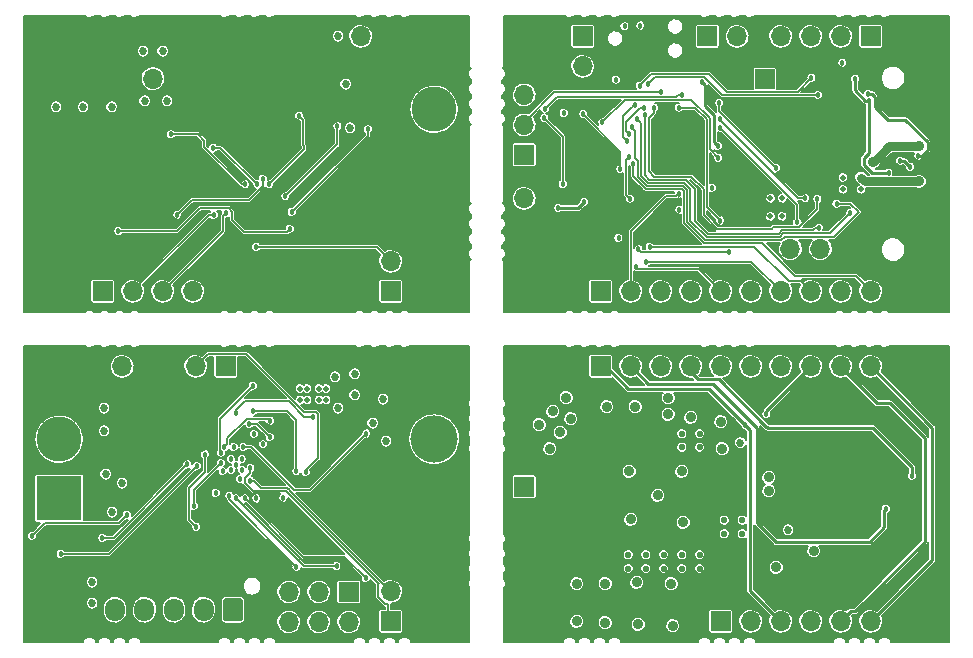
<source format=gbl>
G04 #@! TF.GenerationSoftware,KiCad,Pcbnew,(5.99.0-58-gd4aa502be)*
G04 #@! TF.CreationDate,2019-09-04T01:14:32-07:00*
G04 #@! TF.ProjectId,usb-motor,7573622d-6d6f-4746-9f72-2e6b69636164,rev?*
G04 #@! TF.SameCoordinates,Original*
G04 #@! TF.FileFunction,Copper,L4,Bot*
G04 #@! TF.FilePolarity,Positive*
%FSLAX46Y46*%
G04 Gerber Fmt 4.6, Leading zero omitted, Abs format (unit mm)*
G04 Created by KiCad (PCBNEW (5.99.0-58-gd4aa502be)) date 2019-09-04 01:14:32*
%MOMM*%
%LPD*%
G04 APERTURE LIST*
%ADD10C,0.457200*%
%ADD11C,0.458333*%
%ADD12C,0.575000*%
%ADD13R,1.700000X1.700000*%
%ADD14O,1.950000X0.950000*%
%ADD15O,2.150000X0.950000*%
%ADD16O,1.700000X1.700000*%
%ADD17O,1.700000X1.950000*%
%ADD18C,0.100000*%
%ADD19C,1.700000*%
%ADD20C,0.700000*%
%ADD21C,4.399999*%
%ADD22C,4.400000*%
%ADD23C,3.800000*%
%ADD24R,3.800000X3.800000*%
%ADD25C,0.450000*%
%ADD26C,0.500000*%
%ADD27C,0.550000*%
%ADD28C,4.000000*%
%ADD29C,0.685800*%
%ADD30C,0.889000*%
%ADD31C,0.127000*%
%ADD32C,0.254000*%
%ADD33C,0.762000*%
G04 APERTURE END LIST*
D10*
X55794334Y-118976834D03*
X55794334Y-119910166D03*
X56261000Y-119443500D03*
X56727666Y-118976834D03*
X56727666Y-119910166D03*
D11*
X59042166Y-99275666D03*
X59042166Y-98359000D03*
X59042166Y-97442334D03*
X58125500Y-99275666D03*
X58125500Y-98359000D03*
X58125500Y-97442334D03*
X57208834Y-99275666D03*
X57208834Y-98359000D03*
X57208834Y-97442334D03*
D12*
X95197000Y-94435000D03*
X95197000Y-93285000D03*
X95197000Y-92135000D03*
X95197000Y-90985000D03*
X94047000Y-94435000D03*
X94047000Y-93285000D03*
X94047000Y-92135000D03*
X94047000Y-90985000D03*
X92897000Y-94435000D03*
X92897000Y-93285000D03*
X92897000Y-92135000D03*
X92897000Y-90985000D03*
X91747000Y-94435000D03*
X91747000Y-93285000D03*
X91747000Y-92135000D03*
X91747000Y-90985000D03*
D13*
X101020000Y-86830000D03*
D14*
X112209000Y-98430000D03*
X112209000Y-89530000D03*
D15*
X115409000Y-89530000D03*
X115409000Y-98430000D03*
D16*
X85598000Y-85725000D03*
D13*
X85598000Y-83185000D03*
D16*
X109982000Y-104775000D03*
X107442000Y-104775000D03*
X104902000Y-104775000D03*
X102362000Y-104775000D03*
X99822000Y-104775000D03*
X97282000Y-104775000D03*
X94742000Y-104775000D03*
X92202000Y-104775000D03*
X89662000Y-104775000D03*
D13*
X87122000Y-104775000D03*
D16*
X102362000Y-83185000D03*
X104902000Y-83185000D03*
X107442000Y-83185000D03*
D13*
X109982000Y-83185000D03*
D16*
X109982000Y-111125000D03*
X107442000Y-111125000D03*
X104902000Y-111125000D03*
X102362000Y-111125000D03*
X99822000Y-111125000D03*
X97282000Y-111125000D03*
X94742000Y-111125000D03*
X92202000Y-111125000D03*
X89662000Y-111125000D03*
D13*
X87122000Y-111125000D03*
D17*
X45994300Y-131737100D03*
X48494300Y-131737100D03*
X50994300Y-131737100D03*
X53494300Y-131737100D03*
D18*
G36*
X56689971Y-130781130D02*
G01*
X56771077Y-130835323D01*
X56825270Y-130916429D01*
X56844300Y-131012100D01*
X56844300Y-132462100D01*
X56825270Y-132557771D01*
X56771077Y-132638877D01*
X56689971Y-132693070D01*
X56594300Y-132712100D01*
X55394300Y-132712100D01*
X55298629Y-132693070D01*
X55217523Y-132638877D01*
X55163330Y-132557771D01*
X55144300Y-132462100D01*
X55144300Y-131012100D01*
X55163330Y-130916429D01*
X55217523Y-130835323D01*
X55298629Y-130781130D01*
X55394300Y-130762100D01*
X56594300Y-130762100D01*
X56689971Y-130781130D01*
X56689971Y-130781130D01*
G37*
D19*
X55994300Y-131737100D03*
D20*
X74826726Y-102973274D03*
X73660000Y-102490000D03*
X72493274Y-102973274D03*
X72010000Y-104140000D03*
X72493274Y-105306726D03*
X73660000Y-105790000D03*
X74826726Y-105306726D03*
X75310000Y-104140000D03*
D21*
X73660000Y-104140000D03*
D20*
X74826726Y-82653274D03*
X73660000Y-82170000D03*
X72493274Y-82653274D03*
X72010000Y-83820000D03*
X72493274Y-84986726D03*
X73660000Y-85470000D03*
X74826726Y-84986726D03*
X75310000Y-83820000D03*
D21*
X73660000Y-83820000D03*
D20*
X41806726Y-102973274D03*
X40640000Y-102490000D03*
X39473274Y-102973274D03*
X38990000Y-104140000D03*
X39473274Y-105306726D03*
X40640000Y-105790000D03*
X41806726Y-105306726D03*
X42290000Y-104140000D03*
D21*
X40640000Y-104140000D03*
D20*
X41806726Y-82653274D03*
X40640000Y-82170000D03*
X39473274Y-82653274D03*
X38990000Y-83820000D03*
X39473274Y-84986726D03*
X40640000Y-85470000D03*
X41806726Y-84986726D03*
X42290000Y-83820000D03*
D21*
X40640000Y-83820000D03*
D20*
X80113274Y-84986726D03*
X81280000Y-85470000D03*
X82446726Y-84986726D03*
X82930000Y-83820000D03*
X82446726Y-82653274D03*
X81280000Y-82170000D03*
X80113274Y-82653274D03*
X79630000Y-83820000D03*
D21*
X81280000Y-83820000D03*
D20*
X80113274Y-105306726D03*
X81280000Y-105790000D03*
X82446726Y-105306726D03*
X82930000Y-104140000D03*
X82446726Y-102973274D03*
X81280000Y-102490000D03*
X80113274Y-102973274D03*
X79630000Y-104140000D03*
D21*
X81280000Y-104140000D03*
D20*
X113133274Y-84987726D03*
X114300000Y-85471000D03*
X115466726Y-84987726D03*
X115950000Y-83821000D03*
X115466726Y-82654274D03*
X114300000Y-82171000D03*
X113133274Y-82654274D03*
X112650000Y-83821000D03*
D21*
X114300000Y-83820000D03*
D20*
X113133274Y-105306726D03*
X114300000Y-105790000D03*
X115466726Y-105306726D03*
X115950000Y-104140000D03*
X115466726Y-102973274D03*
X114300000Y-102490000D03*
X113133274Y-102973274D03*
X112650000Y-104140000D03*
D21*
X114300000Y-104140000D03*
D20*
X115466726Y-130913274D03*
X114300000Y-130430000D03*
X113133274Y-130913274D03*
X112650000Y-132080000D03*
X113133274Y-133246726D03*
X114300000Y-133730000D03*
X115466726Y-133246726D03*
X115950000Y-132080000D03*
D21*
X114300000Y-132080000D03*
D20*
X115466726Y-110593274D03*
X114300000Y-110110000D03*
X113133274Y-110593274D03*
X112650000Y-111760000D03*
X113133274Y-112926726D03*
X114300000Y-113410000D03*
X115466726Y-112926726D03*
X115950000Y-111760000D03*
D21*
X114300000Y-111760000D03*
D20*
X82446726Y-130913274D03*
X81280000Y-130430000D03*
X80113274Y-130913274D03*
X79630000Y-132080000D03*
X80113274Y-133246726D03*
X81280000Y-133730000D03*
X82446726Y-133246726D03*
X82930000Y-132080000D03*
D22*
X81280000Y-132080000D03*
D20*
X82470452Y-110617000D03*
X81303726Y-110133726D03*
X80137000Y-110617000D03*
X79653726Y-111783726D03*
X80137000Y-112950452D03*
X81303726Y-113433726D03*
X82470452Y-112950452D03*
X82953726Y-111783726D03*
D21*
X81280000Y-111760000D03*
D20*
X74826726Y-130913274D03*
X73660000Y-130430000D03*
X72493274Y-130913274D03*
X72010000Y-132080000D03*
X72493274Y-133246726D03*
X73660000Y-133730000D03*
X74826726Y-133246726D03*
X75310000Y-132080000D03*
D21*
X73660000Y-132080000D03*
D20*
X74826726Y-110593274D03*
X73660000Y-110110000D03*
X72493274Y-110593274D03*
X72010000Y-111760000D03*
X72493274Y-112926726D03*
X73660000Y-113410000D03*
X74826726Y-112926726D03*
X75310000Y-111760000D03*
D21*
X73660000Y-111760000D03*
D20*
X41806726Y-130913274D03*
X40640000Y-130430000D03*
X39473274Y-130913274D03*
X38990000Y-132080000D03*
X39473274Y-133246726D03*
X40640000Y-133730000D03*
X41806726Y-133246726D03*
X42290000Y-132080000D03*
D21*
X40640000Y-132080000D03*
D20*
X41806726Y-110593274D03*
X40640000Y-110110000D03*
X39473274Y-110593274D03*
X38990000Y-111760000D03*
X39473274Y-112926726D03*
X40640000Y-113410000D03*
X41806726Y-112926726D03*
X42290000Y-111760000D03*
D21*
X40640000Y-111760000D03*
D16*
X80645000Y-88138000D03*
X80645000Y-90678000D03*
D13*
X80645000Y-93218000D03*
D16*
X103187500Y-101180900D03*
X105727500Y-101180900D03*
D13*
X108267500Y-101180900D03*
D16*
X80645000Y-96901000D03*
D13*
X80645000Y-99441000D03*
D23*
X73025000Y-89361000D03*
D24*
X73025000Y-94361000D03*
D16*
X66802000Y-83185000D03*
D13*
X69342000Y-83185000D03*
D16*
X49212500Y-86779100D03*
D13*
X46672500Y-86779100D03*
D16*
X46609000Y-111125000D03*
D13*
X49149000Y-111125000D03*
D16*
X52578000Y-104775000D03*
X50038000Y-104775000D03*
X47498000Y-104775000D03*
D13*
X44958000Y-104775000D03*
D16*
X69342000Y-102235000D03*
D13*
X69342000Y-104775000D03*
D16*
X98679000Y-83185000D03*
D13*
X96139000Y-83185000D03*
D25*
X107823000Y-89027000D03*
X107323000Y-88527000D03*
X107323000Y-89527000D03*
X108323000Y-88527000D03*
X108323000Y-89527000D03*
D26*
X86312000Y-98411000D03*
X86312000Y-99441000D03*
X86312000Y-100471000D03*
D18*
G36*
X86484835Y-98170515D02*
G01*
X86525388Y-98197612D01*
X86552485Y-98238165D01*
X86562000Y-98286000D01*
X86562000Y-100596000D01*
X86552485Y-100643835D01*
X86525388Y-100684388D01*
X86484835Y-100711485D01*
X86437000Y-100721000D01*
X86187000Y-100721000D01*
X86139165Y-100711485D01*
X86098612Y-100684388D01*
X86071515Y-100643835D01*
X86062000Y-100596000D01*
X86062000Y-98286000D01*
X86071515Y-98238165D01*
X86098612Y-98197612D01*
X86139165Y-98170515D01*
X86187000Y-98161000D01*
X86437000Y-98161000D01*
X86484835Y-98170515D01*
X86484835Y-98170515D01*
G37*
D26*
X86312000Y-99441000D03*
D27*
X95490000Y-117971200D03*
X95490000Y-116821200D03*
X93990000Y-117971200D03*
X93990000Y-116821200D03*
X99096800Y-125299100D03*
X99096800Y-124149100D03*
X97596800Y-125299100D03*
X97596800Y-124149100D03*
X89440000Y-127095500D03*
X90940000Y-127095500D03*
X89440000Y-128245500D03*
X90940000Y-128245500D03*
X92440000Y-128245500D03*
X92440000Y-127095500D03*
X93990000Y-127095500D03*
X93990000Y-128245500D03*
X95490000Y-127095500D03*
X95490000Y-128245500D03*
D26*
X101496500Y-96900000D03*
X102496500Y-96900000D03*
X102496500Y-98426000D03*
X101496500Y-98426000D03*
X109157500Y-95146500D03*
X109157500Y-96146500D03*
X107631500Y-96146500D03*
X107631500Y-95146500D03*
X63879000Y-113959500D03*
X63279000Y-113009500D03*
X63879000Y-113009500D03*
X63279000Y-113959500D03*
X62279000Y-113959500D03*
X62279000Y-113009500D03*
X61679000Y-113009500D03*
X61679000Y-113959500D03*
X62398000Y-92177000D03*
X63388000Y-92177000D03*
X63378000Y-90287000D03*
X62398000Y-90267000D03*
X53091000Y-90317000D03*
X52101000Y-90317000D03*
X52111000Y-92207000D03*
X53091000Y-92227000D03*
D16*
X80645000Y-123860500D03*
D13*
X80645000Y-121320500D03*
D28*
X73025000Y-117301000D03*
D24*
X73025000Y-122301000D03*
D16*
X69342000Y-130175000D03*
D13*
X69342000Y-132715000D03*
D16*
X52832000Y-111125000D03*
D13*
X55372000Y-111125000D03*
D16*
X109982000Y-132715000D03*
X107442000Y-132715000D03*
X104902000Y-132715000D03*
X102362000Y-132715000D03*
X99822000Y-132715000D03*
D13*
X97282000Y-132715000D03*
D16*
X60706000Y-132778500D03*
X60706000Y-130238500D03*
X63246000Y-132778500D03*
X63246000Y-130238500D03*
X65786000Y-132778500D03*
D13*
X65786000Y-130238500D03*
D23*
X41275000Y-117301000D03*
D24*
X41275000Y-122301000D03*
D26*
X108225500Y-92456000D03*
X109325500Y-92456000D03*
D10*
X92259150Y-84715350D03*
X55360000Y-98170899D03*
X54356000Y-98298000D03*
X62153800Y-120065800D03*
D29*
X47599600Y-118694200D03*
D10*
X89362781Y-87452179D03*
X85737700Y-97205800D03*
X84358928Y-98927853D03*
D29*
X86766400Y-89420700D03*
X82600800Y-94094300D03*
D10*
X92798900Y-97853500D03*
X96354900Y-99453700D03*
X97066100Y-96494600D03*
X93370400Y-100431600D03*
D29*
X110058200Y-98717100D03*
D10*
X90474800Y-82270600D03*
X89141300Y-82346800D03*
X89592642Y-96932258D03*
X88798400Y-94411800D03*
X89496900Y-93421200D03*
X89897900Y-93960000D03*
X90322400Y-101219000D03*
X91274900Y-101015800D03*
X90962927Y-102294708D03*
X97980500Y-101460300D03*
X90424000Y-87350610D03*
X91164856Y-87215156D03*
X90010480Y-88979470D03*
X105516197Y-88146697D03*
X93969394Y-88125290D03*
X92252800Y-87871279D03*
X90183723Y-90202889D03*
X90876076Y-89842220D03*
X90773926Y-89261171D03*
X89344500Y-92011500D03*
X89522300Y-91414600D03*
X89756073Y-90879199D03*
X104967147Y-86691847D03*
X82372200Y-89306400D03*
X101955600Y-94322900D03*
X97164200Y-88840000D03*
X105473500Y-96964500D03*
X105613200Y-99428300D03*
X103733625Y-98945497D03*
X91668600Y-89217499D03*
X97243900Y-98780600D03*
X93789468Y-97853500D03*
X93726000Y-96494632D03*
X87261700Y-90474800D03*
X97205810Y-90920000D03*
X97205810Y-90170000D03*
X95700000Y-87058500D03*
X96509100Y-96012000D03*
X107569000Y-85407500D03*
X88405000Y-86855000D03*
X97080000Y-93470000D03*
X97020000Y-92450000D03*
X108247203Y-98131140D03*
X107090000Y-97360000D03*
X104424438Y-96902408D03*
D30*
X110205010Y-93810000D03*
D10*
X108654709Y-86772504D03*
X109748823Y-88050133D03*
X109841109Y-88627000D03*
X111490000Y-94720000D03*
X112614043Y-95314466D03*
D30*
X114097151Y-92478701D03*
D10*
X114006393Y-93279034D03*
X112689816Y-92573164D03*
D30*
X114092011Y-95477982D03*
D10*
X113316250Y-94236250D03*
X112470430Y-93717070D03*
X93726000Y-89217500D03*
X90081100Y-102679500D03*
X85640000Y-89780000D03*
D30*
X91948000Y-122047000D03*
X89662000Y-124079000D03*
X94107000Y-124333000D03*
X93980000Y-120015000D03*
X89535000Y-120015000D03*
X101981000Y-128143000D03*
X105156000Y-126746000D03*
X93091000Y-129540000D03*
X93218000Y-133096000D03*
X90170000Y-129413000D03*
X90297000Y-132969000D03*
X87503000Y-132842000D03*
X87503000Y-129540000D03*
X85090000Y-132715000D03*
X85090000Y-129540000D03*
X101346000Y-120523000D03*
X101346000Y-121666000D03*
X97409000Y-118110000D03*
X97282000Y-115824000D03*
X94742000Y-115443000D03*
X92837000Y-115189000D03*
X92837000Y-113792000D03*
X84582000Y-115570000D03*
X84201000Y-113792000D03*
X83693000Y-116713000D03*
X83058000Y-114935000D03*
X82804000Y-118110000D03*
X81915000Y-116078000D03*
X90043000Y-114554000D03*
X87630000Y-114554000D03*
D10*
X54939433Y-118439007D03*
X57658000Y-112776000D03*
X57658000Y-114935000D03*
D29*
X98956000Y-117579000D03*
X102997000Y-124968000D03*
D10*
X99350000Y-116080000D03*
X101155101Y-115154899D03*
X111260000Y-123170000D03*
X113470000Y-120410000D03*
X61390000Y-120900000D03*
X60770000Y-120270000D03*
X61341000Y-120015000D03*
X62791500Y-115389500D03*
X56261000Y-115062000D03*
D29*
X44069000Y-129413000D03*
X44069000Y-131191000D03*
X68961000Y-117475000D03*
X66294000Y-111760000D03*
X66294000Y-113538000D03*
X68707000Y-113919000D03*
X67818000Y-115951000D03*
X64897000Y-114681000D03*
X64643000Y-112014000D03*
X45085000Y-116586000D03*
X45085000Y-114681000D03*
X46609000Y-121031000D03*
X45212000Y-120269000D03*
X45758000Y-123482000D03*
D10*
X54533800Y-121843800D03*
X55117843Y-119982761D03*
X57962800Y-122316594D03*
X56590112Y-120675400D03*
X58521600Y-117729000D03*
X56057800Y-117957600D03*
X57759600Y-116865400D03*
X59105800Y-117119400D03*
X67230350Y-129053950D03*
X60248498Y-122233010D03*
X56997600Y-122316594D03*
X64753850Y-128050650D03*
X56235600Y-122316594D03*
X61366400Y-128092200D03*
X55671118Y-122071700D03*
X38963600Y-125476000D03*
X46990000Y-123698000D03*
X53619400Y-118592600D03*
X52882800Y-124714000D03*
X54965600Y-119303800D03*
X52684500Y-122930000D03*
X44940000Y-125661200D03*
X52120800Y-119430800D03*
X41402000Y-127000000D03*
X52933600Y-119560900D03*
X59131200Y-115722400D03*
X55270400Y-117957600D03*
X57378600Y-116001800D03*
X56870600Y-117957600D03*
X67284600Y-116814600D03*
X57428313Y-120801026D03*
X57468026Y-119726630D03*
X88630000Y-100260000D03*
X83980000Y-89690000D03*
X83520000Y-97730000D03*
X83920000Y-95710000D03*
X82360000Y-90110000D03*
D29*
X62357000Y-97790000D03*
X65024000Y-95123000D03*
D10*
X60960000Y-98044000D03*
D29*
X54102000Y-96012000D03*
X48387000Y-84455000D03*
X50038000Y-84455000D03*
X48514000Y-88646000D03*
X50419000Y-88646000D03*
X45720000Y-89154000D03*
X43307000Y-89154000D03*
X41021000Y-89154000D03*
X65913000Y-90932000D03*
X65532000Y-87249000D03*
X64897000Y-83185000D03*
X56007000Y-102870000D03*
D10*
X60802096Y-99502567D03*
D29*
X48895000Y-100711000D03*
X47625000Y-100584000D03*
X45720000Y-93345000D03*
X43307000Y-93345000D03*
X41021000Y-93345000D03*
X45847000Y-82550000D03*
X51816000Y-83947000D03*
X69723000Y-87249000D03*
X62357000Y-85725000D03*
X62865000Y-89281000D03*
X62865000Y-93472000D03*
X67945000Y-96139000D03*
X62103000Y-99695000D03*
X62865000Y-103632000D03*
X60706000Y-103632000D03*
X63246000Y-102616000D03*
D10*
X62103000Y-102108000D03*
X47244000Y-97917000D03*
X51689000Y-95504000D03*
X50165000Y-95504000D03*
D29*
X49911000Y-97409000D03*
D10*
X57945769Y-101004231D03*
X51267500Y-98272500D03*
X58510000Y-95280000D03*
X50711682Y-91486202D03*
X57040081Y-95729439D03*
X54300000Y-92620000D03*
X58038163Y-95705434D03*
X61582398Y-89900000D03*
X59042900Y-95720000D03*
X64834282Y-90816133D03*
X60420000Y-96740000D03*
X67400000Y-91070000D03*
X46270000Y-99680000D03*
D31*
X102396836Y-100431622D02*
X95982996Y-100431622D01*
X102688059Y-100140399D02*
X102396836Y-100431622D01*
X90068402Y-93510232D02*
X90068402Y-91191528D01*
X106886235Y-100140399D02*
X102688059Y-100140399D01*
X108966000Y-98060634D02*
X106886235Y-100140399D01*
X95982996Y-100431622D02*
X94462589Y-98911214D01*
X107090000Y-97360000D02*
X108265366Y-97360000D01*
X108265366Y-97360000D02*
X108966000Y-98060634D01*
X90068402Y-91191528D02*
X89756073Y-90879199D01*
X94462589Y-98911214D02*
X94462589Y-96209739D01*
X94462589Y-96209739D02*
X94074362Y-95821512D01*
X90317001Y-93758831D02*
X90068402Y-93510232D01*
X94074362Y-95821512D02*
X91039062Y-95821512D01*
X91039062Y-95821512D02*
X90317001Y-95099451D01*
X90317001Y-95099451D02*
X90317001Y-93758831D01*
D32*
X101930000Y-126000000D02*
X109890000Y-126000000D01*
X100330000Y-124400000D02*
X101930000Y-126000000D01*
X89662000Y-111125000D02*
X91147012Y-112610012D01*
X109890000Y-126000000D02*
X111120000Y-124770000D01*
X111120000Y-123310000D02*
X111260000Y-123170000D01*
X100330000Y-116320000D02*
X100330000Y-124400000D01*
X96620012Y-112610012D02*
X100330000Y-116320000D01*
X91147012Y-112610012D02*
X96620012Y-112610012D01*
X111120000Y-124770000D02*
X111120000Y-123310000D01*
D31*
X55131401Y-99688599D02*
X50040000Y-104780000D01*
X55360000Y-98170899D02*
X55131401Y-98399498D01*
X55131401Y-98399498D02*
X55131401Y-99688599D01*
X54032711Y-98298000D02*
X54356000Y-98298000D01*
X53972000Y-98298000D02*
X54032711Y-98298000D01*
X47480000Y-104790000D02*
X53972000Y-98298000D01*
X63210601Y-118856599D02*
X62179200Y-119888000D01*
X53872501Y-110084499D02*
X57092849Y-110084499D01*
X52832000Y-111125000D02*
X53872501Y-110084499D01*
X57092849Y-110084499D02*
X61978749Y-114970399D01*
X61978749Y-114970399D02*
X62992669Y-114970399D01*
X62992669Y-114970399D02*
X63210601Y-115188331D01*
X63210601Y-115188331D02*
X63210601Y-118856599D01*
D32*
X85213500Y-97730000D02*
X85737700Y-97205800D01*
X83520000Y-97730000D02*
X85213500Y-97730000D01*
D31*
X89662000Y-99695000D02*
X92633769Y-96723231D01*
X89662000Y-104838500D02*
X89662000Y-99695000D01*
X92633769Y-96723231D02*
X93497401Y-96723231D01*
X93497401Y-96723231D02*
X93726000Y-96494632D01*
X89268301Y-93649799D02*
X89268301Y-96607917D01*
X89496900Y-93421200D02*
X89268301Y-93649799D01*
X89268301Y-96607917D02*
X89592642Y-96932258D01*
X88798400Y-94088511D02*
X88798400Y-94411800D01*
X85640000Y-89780000D02*
X88798400Y-92938400D01*
X88798400Y-92938400D02*
X88798400Y-94088511D01*
X94208578Y-99016428D02*
X94208578Y-96314953D01*
X108712000Y-103441500D02*
X103566702Y-103441500D01*
X95877782Y-100685633D02*
X94208578Y-99016428D01*
X94208578Y-96314953D02*
X93969148Y-96075523D01*
X91144276Y-95567501D02*
X90571012Y-94994237D01*
X90933848Y-96075523D02*
X89897900Y-95039575D01*
X89897900Y-95039575D02*
X89897900Y-94283289D01*
X89897900Y-94283289D02*
X89897900Y-93960000D01*
X94716600Y-98806000D02*
X94716600Y-96104525D01*
X103566702Y-103441500D02*
X100810835Y-100685633D01*
X96088210Y-100177611D02*
X94716600Y-98806000D01*
X94716600Y-96104525D02*
X94179576Y-95567501D01*
X90571012Y-94994237D02*
X90571012Y-90590178D01*
X100810835Y-100685633D02*
X95877782Y-100685633D01*
X108247203Y-98131140D02*
X106505543Y-99872800D01*
X90571012Y-90590178D02*
X90412322Y-90431488D01*
X93969148Y-96075523D02*
X90933848Y-96075523D01*
X102291623Y-100177611D02*
X96088210Y-100177611D01*
X106505543Y-99872800D02*
X102596434Y-99872800D01*
X94179576Y-95567501D02*
X91144276Y-95567501D01*
X102596434Y-99872800D02*
X102291623Y-100177611D01*
X90412322Y-90431488D02*
X90183723Y-90202889D01*
X110032800Y-104762300D02*
X108712000Y-103441500D01*
X97980500Y-101460300D02*
X90563700Y-101460300D01*
X90563700Y-101460300D02*
X90550999Y-101447599D01*
X90550999Y-101447599D02*
X90322400Y-101219000D01*
X91598189Y-101015800D02*
X91274900Y-101015800D01*
X100139500Y-101015800D02*
X91598189Y-101015800D01*
X103048701Y-103925001D02*
X100139500Y-101015800D01*
X104052001Y-103925001D02*
X103048701Y-103925001D01*
X104902000Y-104775000D02*
X104052001Y-103925001D01*
X91286216Y-102294708D02*
X90962927Y-102294708D01*
X99881708Y-102294708D02*
X91286216Y-102294708D01*
X102362000Y-104775000D02*
X99881708Y-102294708D01*
X103788493Y-87870501D02*
X97776501Y-87870501D01*
X97776501Y-87870501D02*
X96266000Y-86360000D01*
X91414610Y-86360000D02*
X90652599Y-87122011D01*
X90652599Y-87122011D02*
X90424000Y-87350610D01*
X104967147Y-86691847D02*
X103788493Y-87870501D01*
X96266000Y-86360000D02*
X91414610Y-86360000D01*
X89039691Y-89950259D02*
X89781881Y-89208069D01*
X89344500Y-92011500D02*
X89039691Y-91706691D01*
X89781881Y-89208069D02*
X90010480Y-88979470D01*
X89039691Y-91706691D02*
X89039691Y-89950259D01*
X91740613Y-86639399D02*
X91393455Y-86986557D01*
X97408467Y-88146697D02*
X95901169Y-86639399D01*
X105516197Y-88146697D02*
X97408467Y-88146697D01*
X91393455Y-86986557D02*
X91164856Y-87215156D01*
X95901169Y-86639399D02*
X91740613Y-86639399D01*
X80594200Y-90690700D02*
X80594200Y-90487500D01*
X80594200Y-90487500D02*
X83210421Y-87871279D01*
X96344009Y-90079285D02*
X94809124Y-88544400D01*
X91929511Y-87871279D02*
X92252800Y-87871279D01*
X93481006Y-88290389D02*
X93646105Y-88125290D01*
X93646105Y-88125290D02*
X93969394Y-88125290D01*
X82372200Y-89306400D02*
X83388211Y-88290389D01*
X83210421Y-87871279D02*
X91929511Y-87871279D01*
X83388211Y-88290389D02*
X93481006Y-88290389D01*
X97080000Y-93470000D02*
X96344010Y-92734010D01*
X96344010Y-92734010D02*
X96344009Y-90079285D01*
X94809124Y-88544400D02*
X89192100Y-88544400D01*
X89192100Y-88544400D02*
X87261700Y-90474800D01*
X105099422Y-99618789D02*
X102491219Y-99618789D01*
X105473500Y-97287789D02*
X105473500Y-96964500D01*
X94805480Y-95059480D02*
X95835990Y-96089990D01*
X96977200Y-99479100D02*
X101600000Y-99479100D01*
X96193424Y-99923600D02*
X95097600Y-98827776D01*
X95835990Y-96089990D02*
X95835990Y-98337890D01*
X94310200Y-95313500D02*
X91249500Y-95313500D01*
X91668600Y-89641868D02*
X91186000Y-90124468D01*
X101600000Y-99479100D02*
X101714502Y-99364598D01*
X90876076Y-90165509D02*
X90876076Y-89842220D01*
X95835990Y-98337890D02*
X96977200Y-99479100D01*
X90876076Y-94940076D02*
X90876076Y-90165509D01*
X95097600Y-98827776D02*
X95097600Y-96100900D01*
X89522300Y-91414600D02*
X89293701Y-91186001D01*
X89293701Y-91186001D02*
X89293701Y-90418107D01*
X89293701Y-90418107D02*
X90450637Y-89261171D01*
X102186408Y-99923600D02*
X96193424Y-99923600D01*
X91186000Y-94581442D02*
X91664038Y-95059480D01*
X91186000Y-90124468D02*
X91186000Y-94581442D01*
X90450637Y-89261171D02*
X90773926Y-89261171D01*
X102491219Y-99618789D02*
X102186408Y-99923600D01*
X105473500Y-97825892D02*
X105473500Y-97287789D01*
X101714502Y-99364598D02*
X103934794Y-99364598D01*
X91668600Y-89217499D02*
X91668600Y-89641868D01*
X95097600Y-96100900D02*
X94310200Y-95313500D01*
X105613200Y-99428300D02*
X105289911Y-99428300D01*
X105289911Y-99428300D02*
X105099422Y-99618789D01*
X103934794Y-99364598D02*
X105473500Y-97825892D01*
X91664038Y-95059480D02*
X94805480Y-95059480D01*
X91249500Y-95313500D02*
X90876076Y-94940076D01*
X97164200Y-89531500D02*
X101955600Y-94322900D01*
X97164200Y-88840000D02*
X97164200Y-89531500D01*
D32*
X96723200Y-92153200D02*
X96723200Y-89852500D01*
X97020000Y-92450000D02*
X96723200Y-92153200D01*
X96723200Y-89852500D02*
X95928599Y-89057899D01*
X95928599Y-89057899D02*
X95928599Y-87287099D01*
X95928599Y-87287099D02*
X95700000Y-87058500D01*
D31*
X103733625Y-97447815D02*
X103733625Y-98945497D01*
X97205810Y-90920000D02*
X103733625Y-97447815D01*
X95123000Y-89217500D02*
X96090000Y-90184500D01*
X96090000Y-90184500D02*
X96090000Y-97626700D01*
X97015301Y-98552001D02*
X97243900Y-98780600D01*
X96090000Y-97626700D02*
X97015301Y-98552001D01*
X93726000Y-89217500D02*
X95123000Y-89217500D01*
X95415099Y-102908099D02*
X96432001Y-103925001D01*
X90309699Y-102908099D02*
X95415099Y-102908099D01*
X90081100Y-102679500D02*
X90309699Y-102908099D01*
X96432001Y-103925001D02*
X97282000Y-104775000D01*
X97205810Y-90309710D02*
X103798508Y-96902408D01*
X97205810Y-90170000D02*
X97205810Y-90309710D01*
X103798508Y-96902408D02*
X104424438Y-96902408D01*
D32*
X114795652Y-92165652D02*
X112889010Y-90259010D01*
X112889010Y-90259010D02*
X111407035Y-90259010D01*
X111407035Y-90259010D02*
X110323710Y-89175685D01*
X110323710Y-89175685D02*
X110323710Y-88301731D01*
X110323710Y-88301731D02*
X110072112Y-88050133D01*
X110072112Y-88050133D02*
X109748823Y-88050133D01*
X114330600Y-93279034D02*
X114795652Y-92813982D01*
X114006393Y-93279034D02*
X114330600Y-93279034D01*
X114795652Y-92813982D02*
X114795652Y-92165652D01*
X109430000Y-93450000D02*
X109841109Y-93038891D01*
X109841109Y-93038891D02*
X109841109Y-88627000D01*
X109430000Y-94068772D02*
X109430000Y-93450000D01*
X111490000Y-94720000D02*
X110081228Y-94720000D01*
X110081228Y-94720000D02*
X109430000Y-94068772D01*
D31*
X109820000Y-88648109D02*
X109841109Y-88627000D01*
D33*
X111536309Y-92478701D02*
X110649509Y-93365501D01*
X114097151Y-92478701D02*
X111536309Y-92478701D01*
X110649509Y-93365501D02*
X110205010Y-93810000D01*
D32*
X109517820Y-88627000D02*
X108654709Y-87763889D01*
X109841109Y-88627000D02*
X109517820Y-88627000D01*
X108654709Y-87763889D02*
X108654709Y-86772504D01*
D31*
X109884512Y-88050133D02*
X109748823Y-88050133D01*
D33*
X109507982Y-95477982D02*
X109170000Y-95140000D01*
X114092011Y-95477982D02*
X109507982Y-95477982D01*
D32*
X112797070Y-93717070D02*
X113316250Y-94236250D01*
X112470430Y-93717070D02*
X112797070Y-93717070D01*
D31*
X54851299Y-115582701D02*
X54851299Y-118350873D01*
X57658000Y-112776000D02*
X54851299Y-115582701D01*
X54851299Y-118350873D02*
X54939433Y-118439007D01*
X61341000Y-120015000D02*
X61341000Y-115697000D01*
X61341000Y-115697000D02*
X60579000Y-114935000D01*
X57658000Y-114935000D02*
X60579000Y-114935000D01*
D32*
X98485000Y-115255000D02*
X99081401Y-115851401D01*
X98485000Y-115245000D02*
X98485000Y-115255000D01*
X99081401Y-115851401D02*
X99121401Y-115851401D01*
X99121401Y-115851401D02*
X99350000Y-116080000D01*
X96280000Y-113040000D02*
X98485000Y-115245000D01*
X98485000Y-115245000D02*
X99750000Y-116510000D01*
X99750000Y-130130000D02*
X102330000Y-132710000D01*
X99750000Y-116510000D02*
X99750000Y-130130000D01*
X89460000Y-113040000D02*
X96280000Y-113040000D01*
X87545000Y-111125000D02*
X89460000Y-113040000D01*
X101200000Y-116250000D02*
X101300000Y-116350000D01*
X101148830Y-116250000D02*
X101200000Y-116250000D01*
X97127831Y-112229001D02*
X101148830Y-116250000D01*
X95359001Y-112229001D02*
X97127831Y-112229001D01*
X94742000Y-111612000D02*
X95359001Y-112229001D01*
X101300000Y-116350000D02*
X110150000Y-116350000D01*
X110150000Y-116350000D02*
X113470000Y-119670000D01*
X113470000Y-119670000D02*
X113470000Y-120410000D01*
X101155101Y-114871899D02*
X101155101Y-115154899D01*
X104902000Y-111125000D02*
X101155101Y-114871899D01*
X115190000Y-116333000D02*
X115190000Y-127558079D01*
X115190000Y-127558079D02*
X110020000Y-132728079D01*
X109982000Y-111125000D02*
X115190000Y-116333000D01*
X110490000Y-114250000D02*
X107430000Y-111190000D01*
X111610000Y-114250000D02*
X110490000Y-114250000D01*
X114560000Y-117200000D02*
X111610000Y-114250000D01*
X114560000Y-125980000D02*
X114560000Y-117200000D01*
X108674999Y-131865001D02*
X114560000Y-125980000D01*
X107442000Y-132715000D02*
X108291999Y-131865001D01*
X108291999Y-131865001D02*
X108674999Y-131865001D01*
D31*
X62509200Y-121590000D02*
X61180000Y-121590000D01*
X67284600Y-116814600D02*
X62509200Y-121590000D01*
X61180000Y-121590000D02*
X57547600Y-117957600D01*
X57547600Y-117957600D02*
X56870600Y-117957600D01*
X56261000Y-114808000D02*
X57023000Y-114046000D01*
X56261000Y-115062000D02*
X56261000Y-114808000D01*
X57023000Y-114046000D02*
X60695126Y-114046000D01*
X60695126Y-114046000D02*
X62038626Y-115389500D01*
X62038626Y-115389500D02*
X62791500Y-115389500D01*
X57988200Y-116001800D02*
X59105800Y-117119400D01*
X57378600Y-116001800D02*
X57988200Y-116001800D01*
X61899800Y-127228600D02*
X65405000Y-127228600D01*
X65405000Y-127228600D02*
X67230350Y-129053950D01*
X57009212Y-121002195D02*
X57647628Y-121640611D01*
X57009212Y-120599857D02*
X57009212Y-121002195D01*
X68301499Y-130674441D02*
X68842559Y-131215501D01*
X57468026Y-120141043D02*
X57009212Y-120599857D01*
X69110000Y-131215501D02*
X69110000Y-132520000D01*
X68301499Y-129675559D02*
X68301499Y-130674441D01*
X57647628Y-121640611D02*
X60484369Y-121640611D01*
X57468026Y-119726630D02*
X57468026Y-120141043D01*
X60484369Y-121640611D02*
X60581797Y-121738039D01*
X68378917Y-129598141D02*
X68301499Y-129675559D01*
X60581798Y-121801022D02*
X68378917Y-129598141D01*
X60581797Y-121738039D02*
X60581798Y-121801022D01*
X68842559Y-131215501D02*
X69110000Y-131215501D01*
X57226199Y-122554999D02*
X61899800Y-127228600D01*
X56997600Y-122316594D02*
X57226199Y-122545193D01*
X57226199Y-122545193D02*
X57226199Y-122554999D01*
X56235600Y-122316594D02*
X61969656Y-128050650D01*
X61969656Y-128050650D02*
X64753850Y-128050650D01*
X55671118Y-122071700D02*
X55671118Y-122396918D01*
X55671118Y-122396918D02*
X61366400Y-128092200D01*
X46296499Y-124391501D02*
X40048099Y-124391501D01*
X46990000Y-123698000D02*
X46296499Y-124391501D01*
X40048099Y-124391501D02*
X38963600Y-125476000D01*
X52265399Y-124096599D02*
X52265399Y-121389257D01*
X52265399Y-121389257D02*
X53619400Y-120035256D01*
X53619400Y-120035256D02*
X53619400Y-118592600D01*
X52882800Y-124714000D02*
X52265399Y-124096599D01*
X52684500Y-122930000D02*
X52684500Y-121584900D01*
X52684500Y-121584900D02*
X54965600Y-119303800D01*
X52120800Y-119430800D02*
X45890400Y-125661200D01*
X45890400Y-125661200D02*
X44940000Y-125661200D01*
X45494500Y-127000000D02*
X41402000Y-127000000D01*
X52933600Y-119560900D02*
X45494500Y-127000000D01*
X57137301Y-115582699D02*
X58991499Y-115582699D01*
X55498999Y-117221001D02*
X57137301Y-115582699D01*
X58991499Y-115582699D02*
X59131200Y-115722400D01*
X55270400Y-117957600D02*
X55498999Y-117729001D01*
X55498999Y-117729001D02*
X55498999Y-117221001D01*
X57751602Y-120801026D02*
X57428313Y-120801026D01*
X69320000Y-130180000D02*
X60835807Y-121695807D01*
X60835807Y-121695807D02*
X60835807Y-121632825D01*
X60835807Y-121632825D02*
X60589582Y-121386600D01*
X60589582Y-121386600D02*
X58337176Y-121386600D01*
X58337176Y-121386600D02*
X57751602Y-120801026D01*
X83920000Y-91670000D02*
X83920000Y-95710000D01*
X82360000Y-90110000D02*
X83920000Y-91670000D01*
X60960000Y-98044000D02*
X67400000Y-91604000D01*
X67400000Y-91070000D02*
X67400000Y-91604000D01*
X51260000Y-99680000D02*
X53188201Y-97751799D01*
X55933111Y-98763111D02*
X56901167Y-99731167D01*
X53188201Y-97751799D02*
X55631799Y-97751799D01*
X55631799Y-97751799D02*
X55933111Y-98053111D01*
X60573497Y-99731166D02*
X60802096Y-99502567D01*
X56901167Y-99731167D02*
X60573497Y-99731166D01*
X46270000Y-99680000D02*
X51260000Y-99680000D01*
X55933111Y-98053111D02*
X55933111Y-98763111D01*
X57945769Y-101004231D02*
X68154231Y-101004231D01*
X69310000Y-102160000D02*
X68154231Y-101004231D01*
X58510000Y-95853867D02*
X57341200Y-97022667D01*
X58510000Y-95280000D02*
X58510000Y-95853867D01*
X57341200Y-97022667D02*
X52517333Y-97022667D01*
X51267500Y-98272500D02*
X52517333Y-97022667D01*
X56716792Y-95729439D02*
X53531501Y-92544148D01*
X57040081Y-95729439D02*
X56716792Y-95729439D01*
X53531501Y-92544148D02*
X53531501Y-92015559D01*
X53531501Y-92015559D02*
X53002144Y-91486202D01*
X53002144Y-91486202D02*
X50711682Y-91486202D01*
X57985434Y-95705434D02*
X54900000Y-92620000D01*
X58038163Y-95705434D02*
X57985434Y-95705434D01*
X54900000Y-92620000D02*
X54300000Y-92620000D01*
X61950000Y-90267602D02*
X61582398Y-89900000D01*
X61950000Y-92380942D02*
X61950000Y-90267602D01*
X62020000Y-92742900D02*
X62020000Y-92450942D01*
X62020000Y-92450942D02*
X61950000Y-92380942D01*
X59042900Y-95720000D02*
X62020000Y-92742900D01*
X64834282Y-92325718D02*
X64834282Y-90816133D01*
X60420000Y-96740000D02*
X64834282Y-92325718D01*
G36*
X43207827Y-109415525D02*
G01*
X43221078Y-109409500D01*
X43433171Y-109409500D01*
X43536820Y-109484805D01*
X43686584Y-109540501D01*
X43845810Y-109553872D01*
X44002764Y-109523931D01*
X44145886Y-109452884D01*
X44194070Y-109409500D01*
X44703171Y-109409500D01*
X44806820Y-109484805D01*
X44956584Y-109540501D01*
X45115810Y-109553872D01*
X45272764Y-109523931D01*
X45415886Y-109452884D01*
X45464070Y-109409500D01*
X45973171Y-109409500D01*
X46076820Y-109484805D01*
X46226584Y-109540501D01*
X46385810Y-109553872D01*
X46542764Y-109523931D01*
X46685886Y-109452884D01*
X46734070Y-109409500D01*
X47243171Y-109409500D01*
X47346820Y-109484805D01*
X47496584Y-109540501D01*
X47655810Y-109553872D01*
X47812764Y-109523931D01*
X47955886Y-109452884D01*
X48004070Y-109409500D01*
X48246275Y-109409500D01*
X48287827Y-109415525D01*
X48301078Y-109409500D01*
X54596274Y-109409500D01*
X54637826Y-109415525D01*
X54651077Y-109409500D01*
X54863171Y-109409500D01*
X54966820Y-109484805D01*
X55116584Y-109540501D01*
X55275810Y-109553872D01*
X55432764Y-109523931D01*
X55575886Y-109452884D01*
X55624070Y-109409500D01*
X56133171Y-109409500D01*
X56236820Y-109484805D01*
X56386584Y-109540501D01*
X56545810Y-109553872D01*
X56702764Y-109523931D01*
X56845886Y-109452884D01*
X56894070Y-109409500D01*
X57403171Y-109409500D01*
X57506820Y-109484805D01*
X57656584Y-109540501D01*
X57815810Y-109553872D01*
X57972764Y-109523931D01*
X58115886Y-109452884D01*
X58164070Y-109409500D01*
X58673171Y-109409500D01*
X58776820Y-109484805D01*
X58926584Y-109540501D01*
X59085810Y-109553872D01*
X59242764Y-109523931D01*
X59385886Y-109452884D01*
X59434070Y-109409500D01*
X59676275Y-109409500D01*
X59717827Y-109415525D01*
X59731078Y-109409500D01*
X66026274Y-109409500D01*
X66067826Y-109415525D01*
X66081077Y-109409500D01*
X66293171Y-109409500D01*
X66396820Y-109484805D01*
X66546584Y-109540501D01*
X66705810Y-109553872D01*
X66862764Y-109523931D01*
X67005886Y-109452884D01*
X67054070Y-109409500D01*
X67563171Y-109409500D01*
X67666820Y-109484805D01*
X67816584Y-109540501D01*
X67975810Y-109553872D01*
X68132764Y-109523931D01*
X68275886Y-109452884D01*
X68324070Y-109409500D01*
X68833171Y-109409500D01*
X68936820Y-109484805D01*
X69086584Y-109540501D01*
X69245810Y-109553872D01*
X69402764Y-109523931D01*
X69545886Y-109452884D01*
X69594070Y-109409500D01*
X70103171Y-109409500D01*
X70206820Y-109484805D01*
X70356584Y-109540501D01*
X70515810Y-109553872D01*
X70672764Y-109523931D01*
X70815886Y-109452884D01*
X70864070Y-109409500D01*
X71106275Y-109409500D01*
X71147827Y-109415525D01*
X71161078Y-109409500D01*
X76010500Y-109409500D01*
X76010501Y-113651268D01*
X76004475Y-113692827D01*
X76010501Y-113706080D01*
X76010501Y-113921116D01*
X75953687Y-113989793D01*
X75888695Y-114135764D01*
X75865354Y-114293835D01*
X75885380Y-114452361D01*
X75947299Y-114599662D01*
X76010501Y-114679403D01*
X76010501Y-115191116D01*
X75953687Y-115259793D01*
X75888695Y-115405764D01*
X75865354Y-115563835D01*
X75885380Y-115722361D01*
X75947299Y-115869662D01*
X76010501Y-115949402D01*
X76010500Y-116461116D01*
X75953687Y-116529793D01*
X75888695Y-116675764D01*
X75865354Y-116833835D01*
X75885380Y-116992361D01*
X75947299Y-117139662D01*
X76010500Y-117219402D01*
X76010500Y-117731116D01*
X75953687Y-117799793D01*
X75888695Y-117945764D01*
X75865354Y-118103835D01*
X75885380Y-118262361D01*
X75947299Y-118409662D01*
X76010500Y-118489402D01*
X76010500Y-118731275D01*
X76004475Y-118772827D01*
X76010500Y-118786078D01*
X76010501Y-125081268D01*
X76004475Y-125122827D01*
X76010501Y-125136080D01*
X76010501Y-125351116D01*
X75953687Y-125419793D01*
X75888695Y-125565764D01*
X75865354Y-125723835D01*
X75885380Y-125882361D01*
X75947299Y-126029662D01*
X76010501Y-126109403D01*
X76010501Y-126621116D01*
X75953687Y-126689793D01*
X75888695Y-126835764D01*
X75865354Y-126993835D01*
X75885380Y-127152361D01*
X75947299Y-127299662D01*
X76010501Y-127379402D01*
X76010500Y-127891116D01*
X75953687Y-127959793D01*
X75888695Y-128105764D01*
X75865354Y-128263835D01*
X75885380Y-128422361D01*
X75947299Y-128569662D01*
X76010500Y-128649402D01*
X76010500Y-129161116D01*
X75953687Y-129229793D01*
X75888695Y-129375764D01*
X75865354Y-129533835D01*
X75885380Y-129692361D01*
X75947299Y-129839662D01*
X76010500Y-129919402D01*
X76010500Y-130161275D01*
X76004475Y-130202827D01*
X76010501Y-130216080D01*
X76010500Y-134430500D01*
X71133725Y-134430500D01*
X71092173Y-134424475D01*
X71078922Y-134430500D01*
X71037629Y-134430500D01*
X71025262Y-134386208D01*
X70942489Y-134249532D01*
X70826010Y-134140152D01*
X70684408Y-134066124D01*
X70528114Y-134032902D01*
X70368643Y-134042935D01*
X70217746Y-134095483D01*
X70086537Y-134186675D01*
X69984687Y-134309793D01*
X69930943Y-134430500D01*
X69767629Y-134430500D01*
X69755262Y-134386208D01*
X69672489Y-134249532D01*
X69556010Y-134140152D01*
X69414408Y-134066124D01*
X69258114Y-134032902D01*
X69098643Y-134042935D01*
X68947746Y-134095483D01*
X68816537Y-134186675D01*
X68714687Y-134309793D01*
X68660943Y-134430500D01*
X68497629Y-134430500D01*
X68485262Y-134386208D01*
X68402489Y-134249532D01*
X68286010Y-134140152D01*
X68144408Y-134066124D01*
X67988114Y-134032902D01*
X67828643Y-134042935D01*
X67677746Y-134095483D01*
X67546537Y-134186675D01*
X67444687Y-134309793D01*
X67390943Y-134430500D01*
X67227629Y-134430500D01*
X67215262Y-134386208D01*
X67132489Y-134249532D01*
X67016010Y-134140152D01*
X66874408Y-134066124D01*
X66718114Y-134032902D01*
X66558643Y-134042935D01*
X66407746Y-134095483D01*
X66276537Y-134186675D01*
X66174687Y-134309793D01*
X66120943Y-134430500D01*
X66053726Y-134430500D01*
X66012174Y-134424475D01*
X65998923Y-134430500D01*
X59703725Y-134430500D01*
X59662173Y-134424475D01*
X59648922Y-134430500D01*
X59607629Y-134430500D01*
X59595262Y-134386208D01*
X59512489Y-134249532D01*
X59396010Y-134140152D01*
X59254408Y-134066124D01*
X59098114Y-134032902D01*
X58938643Y-134042935D01*
X58787746Y-134095483D01*
X58656537Y-134186675D01*
X58554687Y-134309793D01*
X58500943Y-134430500D01*
X58337629Y-134430500D01*
X58325262Y-134386208D01*
X58242489Y-134249532D01*
X58126010Y-134140152D01*
X57984408Y-134066124D01*
X57828114Y-134032902D01*
X57668643Y-134042935D01*
X57517746Y-134095483D01*
X57386537Y-134186675D01*
X57284687Y-134309793D01*
X57230943Y-134430500D01*
X57067629Y-134430500D01*
X57055262Y-134386208D01*
X56972489Y-134249532D01*
X56856010Y-134140152D01*
X56714408Y-134066124D01*
X56558114Y-134032902D01*
X56398643Y-134042935D01*
X56247746Y-134095483D01*
X56116537Y-134186675D01*
X56014687Y-134309793D01*
X55960943Y-134430500D01*
X55797629Y-134430500D01*
X55785262Y-134386208D01*
X55702489Y-134249532D01*
X55586010Y-134140152D01*
X55444408Y-134066124D01*
X55288114Y-134032902D01*
X55128643Y-134042935D01*
X54977746Y-134095483D01*
X54846537Y-134186675D01*
X54744687Y-134309793D01*
X54690943Y-134430500D01*
X54623726Y-134430500D01*
X54582174Y-134424475D01*
X54568923Y-134430500D01*
X48273725Y-134430500D01*
X48232173Y-134424475D01*
X48218922Y-134430500D01*
X48177629Y-134430500D01*
X48165262Y-134386208D01*
X48082489Y-134249532D01*
X47966010Y-134140152D01*
X47824408Y-134066124D01*
X47668114Y-134032902D01*
X47508643Y-134042935D01*
X47357746Y-134095483D01*
X47226537Y-134186675D01*
X47124687Y-134309793D01*
X47070943Y-134430500D01*
X46907629Y-134430500D01*
X46895262Y-134386208D01*
X46812489Y-134249532D01*
X46696010Y-134140152D01*
X46554408Y-134066124D01*
X46398114Y-134032902D01*
X46238643Y-134042935D01*
X46087746Y-134095483D01*
X45956537Y-134186675D01*
X45854687Y-134309793D01*
X45800943Y-134430500D01*
X45637629Y-134430500D01*
X45625262Y-134386208D01*
X45542489Y-134249532D01*
X45426010Y-134140152D01*
X45284408Y-134066124D01*
X45128114Y-134032902D01*
X44968643Y-134042935D01*
X44817746Y-134095483D01*
X44686537Y-134186675D01*
X44584687Y-134309793D01*
X44530943Y-134430500D01*
X44367629Y-134430500D01*
X44355262Y-134386208D01*
X44272489Y-134249532D01*
X44156010Y-134140152D01*
X44014408Y-134066124D01*
X43858114Y-134032902D01*
X43698643Y-134042935D01*
X43547746Y-134095483D01*
X43416537Y-134186675D01*
X43314687Y-134309793D01*
X43260943Y-134430500D01*
X43193725Y-134430500D01*
X43152173Y-134424475D01*
X43138922Y-134430500D01*
X38289500Y-134430500D01*
X38289500Y-131097124D01*
X43536601Y-131097124D01*
X43536601Y-131284876D01*
X43600816Y-131461306D01*
X43721501Y-131605133D01*
X43884100Y-131699009D01*
X44069000Y-131731612D01*
X44253900Y-131699009D01*
X44416499Y-131605133D01*
X44441995Y-131574748D01*
X44954800Y-131574748D01*
X44954800Y-131914863D01*
X44970782Y-132072197D01*
X45033932Y-132273713D01*
X45136314Y-132458415D01*
X45273744Y-132618758D01*
X45440609Y-132748191D01*
X45630091Y-132841429D01*
X45834451Y-132894660D01*
X46045340Y-132905713D01*
X46254145Y-132874133D01*
X46452335Y-132801214D01*
X46631816Y-132689932D01*
X46785254Y-132544833D01*
X46906381Y-132371845D01*
X46990908Y-132176513D01*
X47033800Y-131899452D01*
X47033800Y-131574748D01*
X47454800Y-131574748D01*
X47454800Y-131914863D01*
X47470782Y-132072197D01*
X47533932Y-132273713D01*
X47636314Y-132458415D01*
X47773744Y-132618758D01*
X47940609Y-132748191D01*
X48130091Y-132841429D01*
X48334451Y-132894660D01*
X48545340Y-132905713D01*
X48754145Y-132874133D01*
X48952335Y-132801214D01*
X49131816Y-132689932D01*
X49285254Y-132544833D01*
X49406381Y-132371845D01*
X49490908Y-132176513D01*
X49533800Y-131899452D01*
X49533800Y-131574748D01*
X49954800Y-131574748D01*
X49954800Y-131914863D01*
X49970782Y-132072197D01*
X50033932Y-132273713D01*
X50136314Y-132458415D01*
X50273744Y-132618758D01*
X50440609Y-132748191D01*
X50630091Y-132841429D01*
X50834451Y-132894660D01*
X51045340Y-132905713D01*
X51254145Y-132874133D01*
X51452335Y-132801214D01*
X51631816Y-132689932D01*
X51785254Y-132544833D01*
X51906381Y-132371845D01*
X51990908Y-132176513D01*
X52033800Y-131899452D01*
X52033800Y-131574748D01*
X52454800Y-131574748D01*
X52454800Y-131914863D01*
X52470782Y-132072197D01*
X52533932Y-132273713D01*
X52636314Y-132458415D01*
X52773744Y-132618758D01*
X52940609Y-132748191D01*
X53130091Y-132841429D01*
X53334451Y-132894660D01*
X53545340Y-132905713D01*
X53754145Y-132874133D01*
X53952335Y-132801214D01*
X54131816Y-132689932D01*
X54285254Y-132544833D01*
X54406381Y-132371845D01*
X54490908Y-132176513D01*
X54533800Y-131899452D01*
X54533800Y-131559337D01*
X54517818Y-131402003D01*
X54454668Y-131200486D01*
X54352286Y-131015785D01*
X54348050Y-131010842D01*
X54952312Y-131010842D01*
X54952312Y-132463358D01*
X54985198Y-132628686D01*
X55082336Y-132774064D01*
X55227714Y-132871202D01*
X55393042Y-132904088D01*
X56595558Y-132904088D01*
X56760886Y-132871202D01*
X56823236Y-132829541D01*
X59662387Y-132829541D01*
X59693967Y-133038346D01*
X59766886Y-133236536D01*
X59878168Y-133416016D01*
X60023267Y-133569454D01*
X60196255Y-133690581D01*
X60391587Y-133775108D01*
X60668648Y-133818000D01*
X60758764Y-133818000D01*
X60916098Y-133802018D01*
X61117614Y-133738868D01*
X61302315Y-133636486D01*
X61462658Y-133499056D01*
X61592091Y-133332191D01*
X61685329Y-133142709D01*
X61738560Y-132938349D01*
X61744262Y-132829541D01*
X62202387Y-132829541D01*
X62233967Y-133038346D01*
X62306886Y-133236536D01*
X62418168Y-133416016D01*
X62563267Y-133569454D01*
X62736255Y-133690581D01*
X62931587Y-133775108D01*
X63208648Y-133818000D01*
X63298764Y-133818000D01*
X63456098Y-133802018D01*
X63657614Y-133738868D01*
X63842315Y-133636486D01*
X64002658Y-133499056D01*
X64132091Y-133332191D01*
X64225329Y-133142709D01*
X64278560Y-132938349D01*
X64284262Y-132829541D01*
X64742387Y-132829541D01*
X64773967Y-133038346D01*
X64846886Y-133236536D01*
X64958168Y-133416016D01*
X65103267Y-133569454D01*
X65276255Y-133690581D01*
X65471587Y-133775108D01*
X65748648Y-133818000D01*
X65838764Y-133818000D01*
X65996098Y-133802018D01*
X66197614Y-133738868D01*
X66382315Y-133636486D01*
X66542658Y-133499056D01*
X66672091Y-133332191D01*
X66765329Y-133142709D01*
X66818560Y-132938349D01*
X66829613Y-132727459D01*
X66798033Y-132518654D01*
X66725114Y-132320464D01*
X66613832Y-132140984D01*
X66468733Y-131987546D01*
X66295745Y-131866419D01*
X66100413Y-131781892D01*
X65823352Y-131739000D01*
X65733236Y-131739000D01*
X65575902Y-131754982D01*
X65374386Y-131818132D01*
X65189685Y-131920514D01*
X65029342Y-132057944D01*
X64899909Y-132224809D01*
X64806671Y-132414291D01*
X64753440Y-132618651D01*
X64742387Y-132829541D01*
X64284262Y-132829541D01*
X64289613Y-132727459D01*
X64258033Y-132518654D01*
X64185114Y-132320464D01*
X64073832Y-132140984D01*
X63928733Y-131987546D01*
X63755745Y-131866419D01*
X63560413Y-131781892D01*
X63283352Y-131739000D01*
X63193236Y-131739000D01*
X63035902Y-131754982D01*
X62834386Y-131818132D01*
X62649685Y-131920514D01*
X62489342Y-132057944D01*
X62359909Y-132224809D01*
X62266671Y-132414291D01*
X62213440Y-132618651D01*
X62202387Y-132829541D01*
X61744262Y-132829541D01*
X61749613Y-132727459D01*
X61718033Y-132518654D01*
X61645114Y-132320464D01*
X61533832Y-132140984D01*
X61388733Y-131987546D01*
X61215745Y-131866419D01*
X61020413Y-131781892D01*
X60743352Y-131739000D01*
X60653236Y-131739000D01*
X60495902Y-131754982D01*
X60294386Y-131818132D01*
X60109685Y-131920514D01*
X59949342Y-132057944D01*
X59819909Y-132224809D01*
X59726671Y-132414291D01*
X59673440Y-132618651D01*
X59662387Y-132829541D01*
X56823236Y-132829541D01*
X56906264Y-132774064D01*
X57003402Y-132628686D01*
X57036288Y-132463358D01*
X57036288Y-131010842D01*
X57003402Y-130845514D01*
X56906264Y-130700136D01*
X56760886Y-130602998D01*
X56595558Y-130570112D01*
X55393042Y-130570112D01*
X55227714Y-130602998D01*
X55082336Y-130700136D01*
X54985198Y-130845514D01*
X54952312Y-131010842D01*
X54348050Y-131010842D01*
X54214856Y-130855442D01*
X54047991Y-130726009D01*
X53858509Y-130632771D01*
X53654149Y-130579540D01*
X53443260Y-130568487D01*
X53234455Y-130600067D01*
X53036265Y-130672986D01*
X52856785Y-130784268D01*
X52703346Y-130929367D01*
X52582219Y-131102355D01*
X52497692Y-131297687D01*
X52454800Y-131574748D01*
X52033800Y-131574748D01*
X52033800Y-131559337D01*
X52017818Y-131402003D01*
X51954668Y-131200486D01*
X51852286Y-131015785D01*
X51714856Y-130855442D01*
X51547991Y-130726009D01*
X51358509Y-130632771D01*
X51154149Y-130579540D01*
X50943260Y-130568487D01*
X50734455Y-130600067D01*
X50536265Y-130672986D01*
X50356785Y-130784268D01*
X50203346Y-130929367D01*
X50082219Y-131102355D01*
X49997692Y-131297687D01*
X49954800Y-131574748D01*
X49533800Y-131574748D01*
X49533800Y-131559337D01*
X49517818Y-131402003D01*
X49454668Y-131200486D01*
X49352286Y-131015785D01*
X49214856Y-130855442D01*
X49047991Y-130726009D01*
X48858509Y-130632771D01*
X48654149Y-130579540D01*
X48443260Y-130568487D01*
X48234455Y-130600067D01*
X48036265Y-130672986D01*
X47856785Y-130784268D01*
X47703346Y-130929367D01*
X47582219Y-131102355D01*
X47497692Y-131297687D01*
X47454800Y-131574748D01*
X47033800Y-131574748D01*
X47033800Y-131559337D01*
X47017818Y-131402003D01*
X46954668Y-131200486D01*
X46852286Y-131015785D01*
X46714856Y-130855442D01*
X46547991Y-130726009D01*
X46358509Y-130632771D01*
X46154149Y-130579540D01*
X45943260Y-130568487D01*
X45734455Y-130600067D01*
X45536265Y-130672986D01*
X45356785Y-130784268D01*
X45203346Y-130929367D01*
X45082219Y-131102355D01*
X44997692Y-131297687D01*
X44954800Y-131574748D01*
X44441995Y-131574748D01*
X44537184Y-131461306D01*
X44601399Y-131284876D01*
X44601399Y-131097124D01*
X44537184Y-130920694D01*
X44416499Y-130776867D01*
X44253900Y-130682991D01*
X44069000Y-130650388D01*
X43884100Y-130682991D01*
X43721501Y-130776867D01*
X43600816Y-130920694D01*
X43536601Y-131097124D01*
X38289500Y-131097124D01*
X38289500Y-129319124D01*
X43536601Y-129319124D01*
X43536601Y-129506876D01*
X43600816Y-129683306D01*
X43721501Y-129827133D01*
X43884100Y-129921009D01*
X44069000Y-129953612D01*
X44253900Y-129921009D01*
X44416499Y-129827133D01*
X44497865Y-129730164D01*
X56799458Y-129730164D01*
X56819180Y-129913203D01*
X56880483Y-130086795D01*
X56980075Y-130241629D01*
X57112616Y-130369400D01*
X57270997Y-130463252D01*
X57446719Y-130518151D01*
X57630357Y-130531155D01*
X57812063Y-130501562D01*
X57982086Y-130430961D01*
X58131308Y-130323141D01*
X58160362Y-130289541D01*
X59662387Y-130289541D01*
X59693967Y-130498346D01*
X59766886Y-130696536D01*
X59878168Y-130876016D01*
X60023267Y-131029454D01*
X60196255Y-131150581D01*
X60391587Y-131235108D01*
X60668648Y-131278000D01*
X60758764Y-131278000D01*
X60916098Y-131262018D01*
X61117614Y-131198868D01*
X61302315Y-131096486D01*
X61462658Y-130959056D01*
X61592091Y-130792191D01*
X61685329Y-130602709D01*
X61738560Y-130398349D01*
X61744262Y-130289541D01*
X62202387Y-130289541D01*
X62233967Y-130498346D01*
X62306886Y-130696536D01*
X62418168Y-130876016D01*
X62563267Y-131029454D01*
X62736255Y-131150581D01*
X62931587Y-131235108D01*
X63208648Y-131278000D01*
X63298764Y-131278000D01*
X63456098Y-131262018D01*
X63657614Y-131198868D01*
X63842315Y-131096486D01*
X64002658Y-130959056D01*
X64132091Y-130792191D01*
X64225329Y-130602709D01*
X64278560Y-130398349D01*
X64289613Y-130187459D01*
X64258033Y-129978654D01*
X64185114Y-129780464D01*
X64073832Y-129600984D01*
X63928733Y-129447546D01*
X63835615Y-129382344D01*
X64744012Y-129382344D01*
X64744012Y-131094656D01*
X64757495Y-131162439D01*
X64799378Y-131225122D01*
X64862061Y-131267005D01*
X64929844Y-131280488D01*
X66642156Y-131280488D01*
X66709939Y-131267005D01*
X66772622Y-131225122D01*
X66814505Y-131162439D01*
X66827988Y-131094656D01*
X66827988Y-129382344D01*
X66814505Y-129314561D01*
X66772622Y-129251878D01*
X66709939Y-129209995D01*
X66642156Y-129196512D01*
X64929844Y-129196512D01*
X64862061Y-129209995D01*
X64799378Y-129251878D01*
X64757495Y-129314561D01*
X64744012Y-129382344D01*
X63835615Y-129382344D01*
X63755745Y-129326419D01*
X63560413Y-129241892D01*
X63283352Y-129199000D01*
X63193236Y-129199000D01*
X63035902Y-129214982D01*
X62834386Y-129278132D01*
X62649685Y-129380514D01*
X62489342Y-129517944D01*
X62359909Y-129684809D01*
X62266671Y-129874291D01*
X62213440Y-130078651D01*
X62202387Y-130289541D01*
X61744262Y-130289541D01*
X61749613Y-130187459D01*
X61718033Y-129978654D01*
X61645114Y-129780464D01*
X61533832Y-129600984D01*
X61388733Y-129447546D01*
X61215745Y-129326419D01*
X61020413Y-129241892D01*
X60743352Y-129199000D01*
X60653236Y-129199000D01*
X60495902Y-129214982D01*
X60294386Y-129278132D01*
X60109685Y-129380514D01*
X59949342Y-129517944D01*
X59819909Y-129684809D01*
X59726671Y-129874291D01*
X59673440Y-130078651D01*
X59662387Y-130289541D01*
X58160362Y-130289541D01*
X58251724Y-130183884D01*
X58336873Y-130020661D01*
X58382251Y-129841986D01*
X58383961Y-129645982D01*
X58341709Y-129466542D01*
X58259421Y-129301857D01*
X58141454Y-129160520D01*
X57994137Y-129050112D01*
X57825371Y-128976555D01*
X57644210Y-128943796D01*
X57460372Y-128953591D01*
X57283719Y-129005416D01*
X57123726Y-129096490D01*
X56988975Y-129221927D01*
X56886695Y-129375000D01*
X56822372Y-129547497D01*
X56799458Y-129730164D01*
X44497865Y-129730164D01*
X44537184Y-129683306D01*
X44601399Y-129506876D01*
X44601399Y-129319124D01*
X44537184Y-129142694D01*
X44416499Y-128998867D01*
X44253900Y-128904991D01*
X44069000Y-128872388D01*
X43884100Y-128904991D01*
X43721501Y-128998867D01*
X43600816Y-129142694D01*
X43536601Y-129319124D01*
X38289500Y-129319124D01*
X38289500Y-125476000D01*
X38536160Y-125476000D01*
X38573114Y-125649856D01*
X38677587Y-125793650D01*
X38831514Y-125882520D01*
X39008280Y-125901098D01*
X39177320Y-125846174D01*
X39309406Y-125727243D01*
X39381700Y-125564870D01*
X39381700Y-125415695D01*
X40152894Y-124644501D01*
X46250601Y-124644501D01*
X46281872Y-124656224D01*
X46313393Y-124644501D01*
X46332890Y-124644501D01*
X46438947Y-124613387D01*
X46481859Y-124563936D01*
X46933347Y-124112449D01*
X47034680Y-124123098D01*
X47088046Y-124105758D01*
X45785605Y-125408200D01*
X45283855Y-125408200D01*
X45153720Y-125291026D01*
X44984680Y-125236102D01*
X44807914Y-125254680D01*
X44653987Y-125343550D01*
X44549514Y-125487344D01*
X44512560Y-125661200D01*
X44549514Y-125835056D01*
X44653987Y-125978850D01*
X44807914Y-126067720D01*
X44984680Y-126086298D01*
X45153720Y-126031374D01*
X45283855Y-125914200D01*
X45844502Y-125914200D01*
X45875773Y-125925923D01*
X45907294Y-125914200D01*
X45926791Y-125914200D01*
X46032848Y-125883086D01*
X46075760Y-125833635D01*
X52064147Y-119845248D01*
X52165480Y-119855898D01*
X52334520Y-119800974D01*
X52346670Y-119790034D01*
X45389705Y-126747000D01*
X41745855Y-126747000D01*
X41615720Y-126629826D01*
X41446680Y-126574902D01*
X41269914Y-126593480D01*
X41115987Y-126682350D01*
X41011514Y-126826144D01*
X40974560Y-127000000D01*
X41011514Y-127173856D01*
X41115987Y-127317650D01*
X41269914Y-127406520D01*
X41446680Y-127425098D01*
X41615720Y-127370174D01*
X41745855Y-127253000D01*
X45448602Y-127253000D01*
X45479873Y-127264723D01*
X45511394Y-127253000D01*
X45530891Y-127253000D01*
X45636948Y-127221886D01*
X45679860Y-127172435D01*
X52876947Y-119975348D01*
X52978280Y-119985998D01*
X53147320Y-119931074D01*
X53279406Y-119812143D01*
X53351700Y-119649770D01*
X53351700Y-119472030D01*
X53279406Y-119309657D01*
X53147320Y-119190726D01*
X52978280Y-119135802D01*
X52801514Y-119154380D01*
X52647587Y-119243250D01*
X52543114Y-119387044D01*
X52538900Y-119406869D01*
X52538900Y-119341930D01*
X52466606Y-119179557D01*
X52334520Y-119060626D01*
X52165480Y-119005702D01*
X51988714Y-119024280D01*
X51834787Y-119113150D01*
X51730314Y-119256944D01*
X51693360Y-119430800D01*
X51705568Y-119488236D01*
X47408100Y-123785705D01*
X47408100Y-123609130D01*
X47335806Y-123446757D01*
X47203720Y-123327826D01*
X47034680Y-123272902D01*
X46857914Y-123291480D01*
X46703987Y-123380350D01*
X46599514Y-123524144D01*
X46562560Y-123698000D01*
X46574769Y-123755436D01*
X46191704Y-124138501D01*
X43366988Y-124138501D01*
X43366988Y-123388124D01*
X45225601Y-123388124D01*
X45225601Y-123575876D01*
X45289816Y-123752306D01*
X45410501Y-123896133D01*
X45573100Y-123990009D01*
X45758000Y-124022612D01*
X45942900Y-123990009D01*
X46105499Y-123896133D01*
X46226184Y-123752306D01*
X46290399Y-123575876D01*
X46290399Y-123388124D01*
X46226184Y-123211694D01*
X46105499Y-123067867D01*
X45942900Y-122973991D01*
X45758000Y-122941388D01*
X45573100Y-122973991D01*
X45410501Y-123067867D01*
X45289816Y-123211694D01*
X45225601Y-123388124D01*
X43366988Y-123388124D01*
X43366988Y-120937124D01*
X46076601Y-120937124D01*
X46076601Y-121124876D01*
X46140816Y-121301306D01*
X46261501Y-121445133D01*
X46424100Y-121539009D01*
X46609000Y-121571612D01*
X46793900Y-121539009D01*
X46956499Y-121445133D01*
X47077184Y-121301306D01*
X47141399Y-121124876D01*
X47141399Y-120937124D01*
X47077184Y-120760694D01*
X46956499Y-120616867D01*
X46793900Y-120522991D01*
X46609000Y-120490388D01*
X46424100Y-120522991D01*
X46261501Y-120616867D01*
X46140816Y-120760694D01*
X46076601Y-120937124D01*
X43366988Y-120937124D01*
X43366988Y-120394844D01*
X43353505Y-120327061D01*
X43311622Y-120264378D01*
X43248939Y-120222495D01*
X43181156Y-120209012D01*
X39368844Y-120209012D01*
X39301061Y-120222495D01*
X39238378Y-120264378D01*
X39196495Y-120327061D01*
X39183012Y-120394844D01*
X39183012Y-124207156D01*
X39196495Y-124274939D01*
X39238378Y-124337622D01*
X39301061Y-124379505D01*
X39368844Y-124392988D01*
X39688816Y-124392988D01*
X39025355Y-125056450D01*
X39008280Y-125050902D01*
X38831514Y-125069480D01*
X38677587Y-125158350D01*
X38573114Y-125302144D01*
X38536160Y-125476000D01*
X38289500Y-125476000D01*
X38289500Y-120175124D01*
X44679601Y-120175124D01*
X44679601Y-120362876D01*
X44743816Y-120539306D01*
X44864501Y-120683133D01*
X45027100Y-120777009D01*
X45212000Y-120809612D01*
X45396900Y-120777009D01*
X45559499Y-120683133D01*
X45680184Y-120539306D01*
X45744399Y-120362876D01*
X45744399Y-120175124D01*
X45680184Y-119998694D01*
X45559499Y-119854867D01*
X45396900Y-119760991D01*
X45212000Y-119728388D01*
X45027100Y-119760991D01*
X44864501Y-119854867D01*
X44743816Y-119998694D01*
X44679601Y-120175124D01*
X38289500Y-120175124D01*
X38289500Y-117301000D01*
X39180398Y-117301000D01*
X39200783Y-117592513D01*
X39261539Y-117878350D01*
X39361486Y-118152951D01*
X39498678Y-118410970D01*
X39670442Y-118647384D01*
X39873438Y-118857592D01*
X40103714Y-119037503D01*
X40356787Y-119183616D01*
X40627732Y-119293084D01*
X40911276Y-119363780D01*
X41201899Y-119394325D01*
X41493946Y-119384127D01*
X41781730Y-119333383D01*
X42059651Y-119243081D01*
X42322301Y-119114978D01*
X42564566Y-118951569D01*
X42781731Y-118756032D01*
X42969568Y-118532176D01*
X43124423Y-118284356D01*
X43243281Y-118017396D01*
X43323830Y-117736492D01*
X43364499Y-117447112D01*
X43364499Y-117154888D01*
X43323830Y-116865508D01*
X43243281Y-116584604D01*
X43202107Y-116492124D01*
X44552601Y-116492124D01*
X44552601Y-116679876D01*
X44616816Y-116856306D01*
X44737501Y-117000133D01*
X44900100Y-117094009D01*
X45085000Y-117126612D01*
X45269900Y-117094009D01*
X45432499Y-117000133D01*
X45553184Y-116856306D01*
X45617399Y-116679876D01*
X45617399Y-116492124D01*
X45553184Y-116315694D01*
X45432499Y-116171867D01*
X45269900Y-116077991D01*
X45085000Y-116045388D01*
X44900100Y-116077991D01*
X44737501Y-116171867D01*
X44616816Y-116315694D01*
X44552601Y-116492124D01*
X43202107Y-116492124D01*
X43124423Y-116317644D01*
X42969568Y-116069824D01*
X42781731Y-115845968D01*
X42564566Y-115650431D01*
X42322301Y-115487022D01*
X42059651Y-115358919D01*
X41781730Y-115268617D01*
X41493946Y-115217873D01*
X41201899Y-115207675D01*
X40911276Y-115238220D01*
X40627732Y-115308916D01*
X40356787Y-115418384D01*
X40103714Y-115564497D01*
X39873438Y-115744408D01*
X39670442Y-115954616D01*
X39498678Y-116191030D01*
X39361486Y-116449049D01*
X39261539Y-116723650D01*
X39200783Y-117009487D01*
X39180398Y-117301000D01*
X38289500Y-117301000D01*
X38289500Y-114587124D01*
X44552601Y-114587124D01*
X44552601Y-114774876D01*
X44616816Y-114951306D01*
X44737501Y-115095133D01*
X44900100Y-115189009D01*
X45085000Y-115221612D01*
X45269900Y-115189009D01*
X45432499Y-115095133D01*
X45553184Y-114951306D01*
X45617399Y-114774876D01*
X45617399Y-114587124D01*
X45553184Y-114410694D01*
X45432499Y-114266867D01*
X45269900Y-114172991D01*
X45085000Y-114140388D01*
X44900100Y-114172991D01*
X44737501Y-114266867D01*
X44616816Y-114410694D01*
X44552601Y-114587124D01*
X38289500Y-114587124D01*
X38289500Y-111176041D01*
X45565387Y-111176041D01*
X45596967Y-111384846D01*
X45669886Y-111583036D01*
X45781168Y-111762516D01*
X45926267Y-111915954D01*
X46099255Y-112037081D01*
X46294587Y-112121608D01*
X46571648Y-112164500D01*
X46661764Y-112164500D01*
X46819098Y-112148518D01*
X47020614Y-112085368D01*
X47205315Y-111982986D01*
X47365658Y-111845556D01*
X47495091Y-111678691D01*
X47588329Y-111489209D01*
X47641560Y-111284849D01*
X47647262Y-111176041D01*
X51788387Y-111176041D01*
X51819967Y-111384846D01*
X51892886Y-111583036D01*
X52004168Y-111762516D01*
X52149267Y-111915954D01*
X52322255Y-112037081D01*
X52517587Y-112121608D01*
X52794648Y-112164500D01*
X52884764Y-112164500D01*
X53042098Y-112148518D01*
X53243614Y-112085368D01*
X53428315Y-111982986D01*
X53588658Y-111845556D01*
X53718091Y-111678691D01*
X53811329Y-111489209D01*
X53864560Y-111284849D01*
X53875613Y-111073959D01*
X53844033Y-110865154D01*
X53771114Y-110666964D01*
X53723931Y-110590865D01*
X53977297Y-110337499D01*
X54330012Y-110337499D01*
X54330012Y-111981156D01*
X54343495Y-112048939D01*
X54385378Y-112111622D01*
X54448061Y-112153505D01*
X54515844Y-112166988D01*
X56228156Y-112166988D01*
X56295939Y-112153505D01*
X56358622Y-112111622D01*
X56400505Y-112048939D01*
X56413988Y-111981156D01*
X56413988Y-110337499D01*
X56988054Y-110337499D01*
X60443554Y-113793000D01*
X57068899Y-113793000D01*
X57037629Y-113781278D01*
X57006108Y-113793000D01*
X56998796Y-113793000D01*
X57601347Y-113190449D01*
X57702680Y-113201098D01*
X57871720Y-113146174D01*
X58003806Y-113027243D01*
X58076100Y-112864870D01*
X58076100Y-112687130D01*
X58003806Y-112524757D01*
X57871720Y-112405826D01*
X57702680Y-112350902D01*
X57525914Y-112369480D01*
X57371987Y-112458350D01*
X57267514Y-112602144D01*
X57230560Y-112776000D01*
X57242768Y-112833436D01*
X54704859Y-115371346D01*
X54674455Y-115385170D01*
X54660455Y-115415750D01*
X54646669Y-115429536D01*
X54593676Y-115526531D01*
X54598299Y-115591822D01*
X54598300Y-118197223D01*
X54548947Y-118265151D01*
X54511993Y-118439007D01*
X54548947Y-118612863D01*
X54653420Y-118756657D01*
X54807347Y-118845527D01*
X54984113Y-118864105D01*
X55153153Y-118809181D01*
X55285239Y-118690250D01*
X55357533Y-118527877D01*
X55357533Y-118368904D01*
X55484120Y-118327774D01*
X55616206Y-118208843D01*
X55661933Y-118106140D01*
X55667314Y-118131456D01*
X55771787Y-118275250D01*
X55925714Y-118364120D01*
X56102480Y-118382698D01*
X56271520Y-118327774D01*
X56403606Y-118208843D01*
X56466525Y-118067526D01*
X56480114Y-118131456D01*
X56584587Y-118275250D01*
X56738514Y-118364120D01*
X56915280Y-118382698D01*
X57084320Y-118327774D01*
X57214455Y-118210600D01*
X57442805Y-118210600D01*
X60365805Y-121133600D01*
X58441972Y-121133600D01*
X57962957Y-120654586D01*
X57949133Y-120624182D01*
X57918553Y-120610182D01*
X57904767Y-120596396D01*
X57807772Y-120543403D01*
X57770003Y-120546077D01*
X57642033Y-120430852D01*
X57562013Y-120404852D01*
X57614468Y-120352397D01*
X57644869Y-120338574D01*
X57658870Y-120307995D01*
X57672656Y-120294209D01*
X57725649Y-120197215D01*
X57721026Y-120131917D01*
X57721026Y-120061436D01*
X57813832Y-119977873D01*
X57886126Y-119815500D01*
X57886126Y-119637760D01*
X57813832Y-119475387D01*
X57681746Y-119356456D01*
X57512706Y-119301532D01*
X57335940Y-119320110D01*
X57182013Y-119408980D01*
X57077540Y-119552774D01*
X57056477Y-119651867D01*
X57015664Y-119599156D01*
X56899396Y-119522636D01*
X56764609Y-119487903D01*
X56678218Y-119494627D01*
X56679111Y-119392224D01*
X56757234Y-119399678D01*
X56892606Y-119367302D01*
X57010193Y-119292823D01*
X57097315Y-119184271D01*
X57144664Y-119053114D01*
X57145932Y-118907843D01*
X57100879Y-118775880D01*
X57015664Y-118665824D01*
X56899396Y-118589304D01*
X56764609Y-118554571D01*
X56625839Y-118565371D01*
X56498049Y-118620538D01*
X56395019Y-118714125D01*
X56327857Y-118836039D01*
X56303807Y-118973135D01*
X56311951Y-119024847D01*
X56297943Y-119021237D01*
X56211552Y-119027961D01*
X56212600Y-118907843D01*
X56167547Y-118775880D01*
X56082332Y-118665824D01*
X55966064Y-118589304D01*
X55831277Y-118554571D01*
X55692507Y-118565371D01*
X55564717Y-118620538D01*
X55461687Y-118714125D01*
X55394525Y-118836039D01*
X55370475Y-118973135D01*
X55392128Y-119110630D01*
X55457152Y-119233699D01*
X55558534Y-119329068D01*
X55685342Y-119386457D01*
X55823902Y-119399678D01*
X55845067Y-119394616D01*
X55837141Y-119439801D01*
X55845285Y-119491513D01*
X55831277Y-119487903D01*
X55692507Y-119498703D01*
X55564717Y-119553870D01*
X55461687Y-119647457D01*
X55431383Y-119702466D01*
X55331563Y-119612587D01*
X55269789Y-119592515D01*
X55311406Y-119555043D01*
X55383700Y-119392670D01*
X55383700Y-119214930D01*
X55311406Y-119052557D01*
X55179320Y-118933626D01*
X55010280Y-118878702D01*
X54833514Y-118897280D01*
X54679587Y-118986150D01*
X54575114Y-119129944D01*
X54538160Y-119303800D01*
X54550368Y-119361236D01*
X53873264Y-120038340D01*
X53872400Y-120026130D01*
X53872400Y-118927406D01*
X53965206Y-118843843D01*
X54037500Y-118681470D01*
X54037500Y-118503730D01*
X53965206Y-118341357D01*
X53833120Y-118222426D01*
X53664080Y-118167502D01*
X53487314Y-118186080D01*
X53333387Y-118274950D01*
X53228914Y-118418744D01*
X53191960Y-118592600D01*
X53228914Y-118766456D01*
X53333387Y-118910250D01*
X53366401Y-118929311D01*
X53366400Y-119930460D01*
X52118958Y-121177903D01*
X52088557Y-121191726D01*
X52074556Y-121222305D01*
X52060769Y-121236092D01*
X52007776Y-121333087D01*
X52012400Y-121398391D01*
X52012399Y-124050701D01*
X52000676Y-124081972D01*
X52012399Y-124113493D01*
X52012399Y-124132989D01*
X52043513Y-124239046D01*
X52092960Y-124281955D01*
X52467569Y-124656564D01*
X52455360Y-124714000D01*
X52492314Y-124887856D01*
X52596787Y-125031650D01*
X52750714Y-125120520D01*
X52927480Y-125139098D01*
X53096520Y-125084174D01*
X53228606Y-124965243D01*
X53300900Y-124802870D01*
X53300900Y-124625130D01*
X53228606Y-124462757D01*
X53096520Y-124343826D01*
X52927480Y-124288902D01*
X52826147Y-124299551D01*
X52518399Y-123991804D01*
X52518399Y-123316881D01*
X52552414Y-123336520D01*
X52729180Y-123355098D01*
X52898220Y-123300174D01*
X53030306Y-123181243D01*
X53102600Y-123018870D01*
X53102600Y-122841130D01*
X53030306Y-122678757D01*
X52937500Y-122595194D01*
X52937500Y-121843800D01*
X54106360Y-121843800D01*
X54143314Y-122017656D01*
X54247787Y-122161450D01*
X54401714Y-122250320D01*
X54578480Y-122268898D01*
X54747520Y-122213974D01*
X54879606Y-122095043D01*
X54951900Y-121932670D01*
X54951900Y-121754930D01*
X54879606Y-121592557D01*
X54747520Y-121473626D01*
X54578480Y-121418702D01*
X54401714Y-121437280D01*
X54247787Y-121526150D01*
X54143314Y-121669944D01*
X54106360Y-121843800D01*
X52937500Y-121843800D01*
X52937500Y-121689695D01*
X54702811Y-119924385D01*
X54690403Y-119982761D01*
X54727357Y-120156617D01*
X54831830Y-120300411D01*
X54985757Y-120389281D01*
X55162523Y-120407859D01*
X55331563Y-120352935D01*
X55463649Y-120234004D01*
X55482748Y-120191108D01*
X55558534Y-120262400D01*
X55685342Y-120319789D01*
X55823902Y-120333010D01*
X55959274Y-120300634D01*
X56076861Y-120226155D01*
X56163983Y-120117603D01*
X56211332Y-119986446D01*
X56212445Y-119858890D01*
X56290568Y-119866344D01*
X56311733Y-119861282D01*
X56303807Y-119906467D01*
X56325460Y-120043962D01*
X56390484Y-120167031D01*
X56491866Y-120262400D01*
X56497108Y-120264772D01*
X56458026Y-120268880D01*
X56304099Y-120357750D01*
X56199626Y-120501544D01*
X56162672Y-120675400D01*
X56199626Y-120849256D01*
X56304099Y-120993050D01*
X56458026Y-121081920D01*
X56634792Y-121100498D01*
X56762229Y-121059092D01*
X56787327Y-121144643D01*
X56836770Y-121187548D01*
X57436274Y-121787053D01*
X57450097Y-121817454D01*
X57480676Y-121831455D01*
X57494462Y-121845241D01*
X57591456Y-121898234D01*
X57656754Y-121893611D01*
X57987356Y-121893611D01*
X57830714Y-121910074D01*
X57676787Y-121998944D01*
X57572314Y-122142738D01*
X57535360Y-122316594D01*
X57572314Y-122490450D01*
X57676787Y-122634244D01*
X57830714Y-122723114D01*
X58007480Y-122741692D01*
X58176520Y-122686768D01*
X58308606Y-122567837D01*
X58380900Y-122405464D01*
X58380900Y-122227724D01*
X58308606Y-122065351D01*
X58176520Y-121946420D01*
X58013989Y-121893611D01*
X60000155Y-121893611D01*
X59962485Y-121915360D01*
X59858012Y-122059154D01*
X59821058Y-122233010D01*
X59858012Y-122406866D01*
X59962485Y-122550660D01*
X60116412Y-122639530D01*
X60293178Y-122658108D01*
X60462218Y-122603184D01*
X60594304Y-122484253D01*
X60666598Y-122321880D01*
X60666598Y-122243617D01*
X65398402Y-126975421D01*
X65395880Y-126975600D01*
X62004596Y-126975600D01*
X57454871Y-122425876D01*
X57448085Y-122402745D01*
X57415700Y-122374643D01*
X57415700Y-122227724D01*
X57343406Y-122065351D01*
X57211320Y-121946420D01*
X57042280Y-121891496D01*
X56865514Y-121910074D01*
X56711587Y-121998944D01*
X56612538Y-122135273D01*
X56581406Y-122065351D01*
X56449320Y-121946420D01*
X56280280Y-121891496D01*
X56103514Y-121910074D01*
X56066372Y-121931518D01*
X56016924Y-121820457D01*
X55884838Y-121701526D01*
X55715798Y-121646602D01*
X55539032Y-121665180D01*
X55385105Y-121754050D01*
X55280632Y-121897844D01*
X55243678Y-122071700D01*
X55280632Y-122245556D01*
X55385105Y-122389350D01*
X55415560Y-122406933D01*
X55418119Y-122413815D01*
X55418119Y-122433309D01*
X55449233Y-122539366D01*
X55498677Y-122582272D01*
X60951168Y-128034764D01*
X60938960Y-128092200D01*
X60975914Y-128266056D01*
X61080387Y-128409850D01*
X61234314Y-128498720D01*
X61411080Y-128517298D01*
X61580120Y-128462374D01*
X61712206Y-128343443D01*
X61767934Y-128218276D01*
X61772125Y-128227493D01*
X61802704Y-128241494D01*
X61816490Y-128255280D01*
X61913484Y-128308273D01*
X61978782Y-128303650D01*
X64420866Y-128303650D01*
X64467837Y-128368300D01*
X64621764Y-128457170D01*
X64798530Y-128475748D01*
X64967570Y-128420824D01*
X65099656Y-128301893D01*
X65171950Y-128139520D01*
X65171950Y-127961780D01*
X65099656Y-127799407D01*
X64967570Y-127680476D01*
X64798530Y-127625552D01*
X64621764Y-127644130D01*
X64467837Y-127733000D01*
X64420866Y-127797650D01*
X62074452Y-127797650D01*
X57015699Y-122738898D01*
X57042280Y-122741692D01*
X57051754Y-122738614D01*
X57053755Y-122740350D01*
X61688446Y-127375042D01*
X61702269Y-127405443D01*
X61732848Y-127419444D01*
X61746634Y-127433230D01*
X61843628Y-127486223D01*
X61908926Y-127481600D01*
X65300205Y-127481600D01*
X66815118Y-128996514D01*
X66802910Y-129053950D01*
X66839864Y-129227806D01*
X66944337Y-129371600D01*
X67098264Y-129460470D01*
X67275030Y-129479048D01*
X67444070Y-129424124D01*
X67576156Y-129305193D01*
X67622988Y-129200007D01*
X68043991Y-129621010D01*
X68048499Y-129684680D01*
X68048500Y-130628540D01*
X68036776Y-130659813D01*
X68048500Y-130691338D01*
X68048500Y-130710832D01*
X68079614Y-130816889D01*
X68129058Y-130859795D01*
X68631204Y-131361941D01*
X68645028Y-131392345D01*
X68675608Y-131406345D01*
X68689393Y-131420130D01*
X68786387Y-131473123D01*
X68851671Y-131468501D01*
X68857000Y-131468501D01*
X68857000Y-131673012D01*
X68485844Y-131673012D01*
X68418061Y-131686495D01*
X68355378Y-131728378D01*
X68313495Y-131791061D01*
X68300012Y-131858844D01*
X68300012Y-133571156D01*
X68313495Y-133638939D01*
X68355378Y-133701622D01*
X68418061Y-133743505D01*
X68485844Y-133756988D01*
X70198156Y-133756988D01*
X70265939Y-133743505D01*
X70328622Y-133701622D01*
X70370505Y-133638939D01*
X70383988Y-133571156D01*
X70383988Y-131858844D01*
X70370505Y-131791061D01*
X70328622Y-131728378D01*
X70265939Y-131686495D01*
X70198156Y-131673012D01*
X69363000Y-131673012D01*
X69363000Y-131233836D01*
X69365803Y-131214500D01*
X69394764Y-131214500D01*
X69552098Y-131198518D01*
X69753614Y-131135368D01*
X69938315Y-131032986D01*
X70098658Y-130895556D01*
X70228091Y-130728691D01*
X70321329Y-130539209D01*
X70374560Y-130334849D01*
X70385613Y-130123959D01*
X70354033Y-129915154D01*
X70281114Y-129716964D01*
X70169832Y-129537484D01*
X70024733Y-129384046D01*
X69851745Y-129262919D01*
X69656413Y-129178392D01*
X69379352Y-129135500D01*
X69289236Y-129135500D01*
X69131902Y-129151482D01*
X68930386Y-129214632D01*
X68790158Y-129292362D01*
X61340795Y-121843000D01*
X62463302Y-121843000D01*
X62494573Y-121854723D01*
X62526094Y-121843000D01*
X62545591Y-121843000D01*
X62651648Y-121811886D01*
X62694560Y-121762435D01*
X67075871Y-117381124D01*
X68428601Y-117381124D01*
X68428601Y-117568876D01*
X68492816Y-117745306D01*
X68613501Y-117889133D01*
X68776100Y-117983009D01*
X68961000Y-118015612D01*
X69145900Y-117983009D01*
X69308499Y-117889133D01*
X69429184Y-117745306D01*
X69493399Y-117568876D01*
X69493399Y-117427331D01*
X70834024Y-117427331D01*
X70871440Y-117723512D01*
X70948706Y-118011874D01*
X71064394Y-118287083D01*
X71216361Y-118544044D01*
X71401795Y-118778003D01*
X71617265Y-118984632D01*
X71858785Y-119160107D01*
X72121885Y-119301179D01*
X72401696Y-119405240D01*
X72693040Y-119470363D01*
X72990528Y-119495344D01*
X73288654Y-119479720D01*
X73581901Y-119423781D01*
X73864843Y-119328559D01*
X74132244Y-119195820D01*
X74379156Y-119028020D01*
X74601011Y-118828260D01*
X74793702Y-118600241D01*
X74953666Y-118348180D01*
X75077940Y-118076741D01*
X75164226Y-117790949D01*
X75210979Y-117495764D01*
X75214578Y-117152058D01*
X75174017Y-116855960D01*
X75093735Y-116568423D01*
X74975173Y-116294441D01*
X74820524Y-116039085D01*
X74632649Y-115807080D01*
X74415027Y-115602719D01*
X74171683Y-115429783D01*
X73907121Y-115291473D01*
X73626235Y-115190348D01*
X73334224Y-115128279D01*
X73036491Y-115106415D01*
X72738545Y-115125160D01*
X72445901Y-115184168D01*
X72163971Y-115282346D01*
X71897974Y-115417877D01*
X71652833Y-115588256D01*
X71433083Y-115790327D01*
X71242789Y-116020352D01*
X71085474Y-116274075D01*
X70964049Y-116546799D01*
X70880761Y-116833481D01*
X70837150Y-117128813D01*
X70834024Y-117427331D01*
X69493399Y-117427331D01*
X69493399Y-117381124D01*
X69429184Y-117204694D01*
X69308499Y-117060867D01*
X69145900Y-116966991D01*
X68961000Y-116934388D01*
X68776100Y-116966991D01*
X68613501Y-117060867D01*
X68492816Y-117204694D01*
X68428601Y-117381124D01*
X67075871Y-117381124D01*
X67227947Y-117229048D01*
X67329280Y-117239698D01*
X67498320Y-117184774D01*
X67630406Y-117065843D01*
X67702700Y-116903470D01*
X67702700Y-116725730D01*
X67630406Y-116563357D01*
X67498320Y-116444426D01*
X67329280Y-116389502D01*
X67152514Y-116408080D01*
X66998587Y-116496950D01*
X66894114Y-116640744D01*
X66857160Y-116814600D01*
X66869369Y-116872036D01*
X62404405Y-121337000D01*
X61284795Y-121337000D01*
X57758955Y-117811160D01*
X57745131Y-117780756D01*
X57714551Y-117766756D01*
X57700765Y-117752970D01*
X57603770Y-117699977D01*
X57538480Y-117704600D01*
X57214455Y-117704600D01*
X57084320Y-117587426D01*
X56915280Y-117532502D01*
X56738514Y-117551080D01*
X56584587Y-117639950D01*
X56480114Y-117783744D01*
X56466525Y-117847674D01*
X56403606Y-117706357D01*
X56271520Y-117587426D01*
X56102480Y-117532502D01*
X55925714Y-117551080D01*
X55771787Y-117639950D01*
X55751999Y-117667186D01*
X55751999Y-117325796D01*
X56212395Y-116865400D01*
X57332160Y-116865400D01*
X57369114Y-117039256D01*
X57473587Y-117183050D01*
X57627514Y-117271920D01*
X57804280Y-117290498D01*
X57973320Y-117235574D01*
X58105406Y-117116643D01*
X58177700Y-116954270D01*
X58177700Y-116776530D01*
X58105406Y-116614157D01*
X57973320Y-116495226D01*
X57804280Y-116440302D01*
X57627514Y-116458880D01*
X57473587Y-116547750D01*
X57369114Y-116691544D01*
X57332160Y-116865400D01*
X56212395Y-116865400D01*
X56973043Y-116104753D01*
X56988114Y-116175656D01*
X57092587Y-116319450D01*
X57246514Y-116408320D01*
X57423280Y-116426898D01*
X57592320Y-116371974D01*
X57722455Y-116254800D01*
X57883405Y-116254800D01*
X58690569Y-117061964D01*
X58678360Y-117119400D01*
X58715314Y-117293256D01*
X58815229Y-117430777D01*
X58735320Y-117358826D01*
X58566280Y-117303902D01*
X58389514Y-117322480D01*
X58235587Y-117411350D01*
X58131114Y-117555144D01*
X58094160Y-117729000D01*
X58131114Y-117902856D01*
X58235587Y-118046650D01*
X58389514Y-118135520D01*
X58566280Y-118154098D01*
X58735320Y-118099174D01*
X58867406Y-117980243D01*
X58939700Y-117817870D01*
X58939700Y-117640130D01*
X58867406Y-117477757D01*
X58826502Y-117440927D01*
X58973714Y-117525920D01*
X59150480Y-117544498D01*
X59319520Y-117489574D01*
X59451606Y-117370643D01*
X59523900Y-117208270D01*
X59523900Y-117030530D01*
X59451606Y-116868157D01*
X59319520Y-116749226D01*
X59150480Y-116694302D01*
X59049147Y-116704951D01*
X58199555Y-115855360D01*
X58190616Y-115835699D01*
X58727843Y-115835699D01*
X58740714Y-115896256D01*
X58845187Y-116040050D01*
X58999114Y-116128920D01*
X59175880Y-116147498D01*
X59344920Y-116092574D01*
X59477006Y-115973643D01*
X59549300Y-115811270D01*
X59549300Y-115633530D01*
X59477006Y-115471157D01*
X59344920Y-115352226D01*
X59175880Y-115297302D01*
X58999114Y-115315880D01*
X58975178Y-115329699D01*
X57796239Y-115329699D01*
X57871720Y-115305174D01*
X58001855Y-115188000D01*
X60474205Y-115188000D01*
X61088001Y-115801797D01*
X61088000Y-119678290D01*
X61054987Y-119697350D01*
X60950514Y-119841144D01*
X60913560Y-120015000D01*
X60950514Y-120188856D01*
X61054987Y-120332650D01*
X61208914Y-120421520D01*
X61385680Y-120440098D01*
X61554720Y-120385174D01*
X61686806Y-120266243D01*
X61742417Y-120141341D01*
X61763314Y-120239656D01*
X61867787Y-120383450D01*
X62021714Y-120472320D01*
X62198480Y-120490898D01*
X62367520Y-120435974D01*
X62499606Y-120317043D01*
X62571900Y-120154670D01*
X62571900Y-119976930D01*
X62533750Y-119891245D01*
X63357041Y-119067954D01*
X63387445Y-119054130D01*
X63401445Y-119023550D01*
X63415230Y-119009765D01*
X63468223Y-118912771D01*
X63463601Y-118847487D01*
X63463601Y-115857124D01*
X67285601Y-115857124D01*
X67285601Y-116044876D01*
X67349816Y-116221306D01*
X67470501Y-116365133D01*
X67633100Y-116459009D01*
X67818000Y-116491612D01*
X68002900Y-116459009D01*
X68165499Y-116365133D01*
X68286184Y-116221306D01*
X68350399Y-116044876D01*
X68350399Y-115857124D01*
X68286184Y-115680694D01*
X68165499Y-115536867D01*
X68002900Y-115442991D01*
X67818000Y-115410388D01*
X67633100Y-115442991D01*
X67470501Y-115536867D01*
X67349816Y-115680694D01*
X67285601Y-115857124D01*
X63463601Y-115857124D01*
X63463601Y-115234229D01*
X63475324Y-115202958D01*
X63463601Y-115171437D01*
X63463601Y-115151940D01*
X63432487Y-115045883D01*
X63383045Y-115002980D01*
X63204024Y-114823959D01*
X63190200Y-114793555D01*
X63159620Y-114779555D01*
X63145834Y-114765769D01*
X63048839Y-114712776D01*
X62983549Y-114717399D01*
X62083545Y-114717399D01*
X61953270Y-114587124D01*
X64364601Y-114587124D01*
X64364601Y-114774876D01*
X64428816Y-114951306D01*
X64549501Y-115095133D01*
X64712100Y-115189009D01*
X64897000Y-115221612D01*
X65081900Y-115189009D01*
X65244499Y-115095133D01*
X65365184Y-114951306D01*
X65429399Y-114774876D01*
X65429399Y-114587124D01*
X65365184Y-114410694D01*
X65244499Y-114266867D01*
X65081900Y-114172991D01*
X64897000Y-114140388D01*
X64712100Y-114172991D01*
X64549501Y-114266867D01*
X64428816Y-114410694D01*
X64364601Y-114587124D01*
X61953270Y-114587124D01*
X61758543Y-114392397D01*
X61852383Y-114369954D01*
X61975988Y-114291663D01*
X61982286Y-114283815D01*
X62031130Y-114329763D01*
X62164429Y-114390090D01*
X62310082Y-114403986D01*
X62452383Y-114369954D01*
X62575988Y-114291663D01*
X62667569Y-114177555D01*
X62717338Y-114039697D01*
X62718071Y-113955612D01*
X62833446Y-113955612D01*
X62856207Y-114100144D01*
X62924559Y-114229511D01*
X63031130Y-114329763D01*
X63164429Y-114390090D01*
X63310082Y-114403986D01*
X63452383Y-114369954D01*
X63575988Y-114291663D01*
X63582286Y-114283815D01*
X63631130Y-114329763D01*
X63764429Y-114390090D01*
X63910082Y-114403986D01*
X64052383Y-114369954D01*
X64175988Y-114291663D01*
X64267569Y-114177555D01*
X64317338Y-114039697D01*
X64318671Y-113886966D01*
X64271316Y-113748260D01*
X64181740Y-113632571D01*
X64059520Y-113552134D01*
X63917834Y-113515623D01*
X63771961Y-113526977D01*
X63637631Y-113584967D01*
X63583178Y-113634428D01*
X63581740Y-113632571D01*
X63459520Y-113552134D01*
X63317834Y-113515623D01*
X63171961Y-113526977D01*
X63037631Y-113584967D01*
X62929326Y-113683344D01*
X62858726Y-113811498D01*
X62833446Y-113955612D01*
X62718071Y-113955612D01*
X62718671Y-113886966D01*
X62671316Y-113748260D01*
X62581740Y-113632571D01*
X62459520Y-113552134D01*
X62317834Y-113515623D01*
X62171961Y-113526977D01*
X62037631Y-113584967D01*
X61983178Y-113634428D01*
X61981740Y-113632571D01*
X61859520Y-113552134D01*
X61717834Y-113515623D01*
X61571961Y-113526977D01*
X61437631Y-113584967D01*
X61329326Y-113683344D01*
X61258726Y-113811498D01*
X61246625Y-113880480D01*
X60371757Y-113005612D01*
X61233446Y-113005612D01*
X61256207Y-113150144D01*
X61324559Y-113279511D01*
X61431130Y-113379763D01*
X61564429Y-113440090D01*
X61710082Y-113453986D01*
X61852383Y-113419954D01*
X61975988Y-113341663D01*
X61982286Y-113333815D01*
X62031130Y-113379763D01*
X62164429Y-113440090D01*
X62310082Y-113453986D01*
X62452383Y-113419954D01*
X62575988Y-113341663D01*
X62667569Y-113227555D01*
X62717338Y-113089697D01*
X62718071Y-113005612D01*
X62833446Y-113005612D01*
X62856207Y-113150144D01*
X62924559Y-113279511D01*
X63031130Y-113379763D01*
X63164429Y-113440090D01*
X63310082Y-113453986D01*
X63452383Y-113419954D01*
X63575988Y-113341663D01*
X63582286Y-113333815D01*
X63631130Y-113379763D01*
X63764429Y-113440090D01*
X63910082Y-113453986D01*
X63951318Y-113444124D01*
X65761601Y-113444124D01*
X65761601Y-113631876D01*
X65825816Y-113808306D01*
X65946501Y-113952133D01*
X66109100Y-114046009D01*
X66294000Y-114078612D01*
X66478900Y-114046009D01*
X66641499Y-113952133D01*
X66748072Y-113825124D01*
X68174601Y-113825124D01*
X68174601Y-114012876D01*
X68238816Y-114189306D01*
X68359501Y-114333133D01*
X68522100Y-114427009D01*
X68707000Y-114459612D01*
X68891900Y-114427009D01*
X69054499Y-114333133D01*
X69175184Y-114189306D01*
X69239399Y-114012876D01*
X69239399Y-113825124D01*
X69175184Y-113648694D01*
X69054499Y-113504867D01*
X68891900Y-113410991D01*
X68707000Y-113378388D01*
X68522100Y-113410991D01*
X68359501Y-113504867D01*
X68238816Y-113648694D01*
X68174601Y-113825124D01*
X66748072Y-113825124D01*
X66762184Y-113808306D01*
X66826399Y-113631876D01*
X66826399Y-113444124D01*
X66762184Y-113267694D01*
X66641499Y-113123867D01*
X66478900Y-113029991D01*
X66294000Y-112997388D01*
X66109100Y-113029991D01*
X65946501Y-113123867D01*
X65825816Y-113267694D01*
X65761601Y-113444124D01*
X63951318Y-113444124D01*
X64052383Y-113419954D01*
X64175988Y-113341663D01*
X64267569Y-113227555D01*
X64317338Y-113089697D01*
X64318671Y-112936966D01*
X64271316Y-112798260D01*
X64181740Y-112682571D01*
X64059520Y-112602134D01*
X63917834Y-112565623D01*
X63771961Y-112576977D01*
X63637631Y-112634967D01*
X63583178Y-112684428D01*
X63581740Y-112682571D01*
X63459520Y-112602134D01*
X63317834Y-112565623D01*
X63171961Y-112576977D01*
X63037631Y-112634967D01*
X62929326Y-112733344D01*
X62858726Y-112861498D01*
X62833446Y-113005612D01*
X62718071Y-113005612D01*
X62718671Y-112936966D01*
X62671316Y-112798260D01*
X62581740Y-112682571D01*
X62459520Y-112602134D01*
X62317834Y-112565623D01*
X62171961Y-112576977D01*
X62037631Y-112634967D01*
X61983178Y-112684428D01*
X61981740Y-112682571D01*
X61859520Y-112602134D01*
X61717834Y-112565623D01*
X61571961Y-112576977D01*
X61437631Y-112634967D01*
X61329326Y-112733344D01*
X61258726Y-112861498D01*
X61233446Y-113005612D01*
X60371757Y-113005612D01*
X59286269Y-111920124D01*
X64110601Y-111920124D01*
X64110601Y-112107876D01*
X64174816Y-112284306D01*
X64295501Y-112428133D01*
X64458100Y-112522009D01*
X64643000Y-112554612D01*
X64827900Y-112522009D01*
X64990499Y-112428133D01*
X65111184Y-112284306D01*
X65175399Y-112107876D01*
X65175399Y-111920124D01*
X65111184Y-111743694D01*
X65046096Y-111666124D01*
X65761601Y-111666124D01*
X65761601Y-111853876D01*
X65825816Y-112030306D01*
X65946501Y-112174133D01*
X66109100Y-112268009D01*
X66294000Y-112300612D01*
X66478900Y-112268009D01*
X66641499Y-112174133D01*
X66762184Y-112030306D01*
X66826399Y-111853876D01*
X66826399Y-111666124D01*
X66762184Y-111489694D01*
X66641499Y-111345867D01*
X66478900Y-111251991D01*
X66294000Y-111219388D01*
X66109100Y-111251991D01*
X65946501Y-111345867D01*
X65825816Y-111489694D01*
X65761601Y-111666124D01*
X65046096Y-111666124D01*
X64990499Y-111599867D01*
X64827900Y-111505991D01*
X64643000Y-111473388D01*
X64458100Y-111505991D01*
X64295501Y-111599867D01*
X64174816Y-111743694D01*
X64110601Y-111920124D01*
X59286269Y-111920124D01*
X57304204Y-109938059D01*
X57290380Y-109907655D01*
X57259800Y-109893655D01*
X57246014Y-109879869D01*
X57149019Y-109826876D01*
X57083729Y-109831499D01*
X53918400Y-109831499D01*
X53887130Y-109819777D01*
X53855609Y-109831499D01*
X53836110Y-109831499D01*
X53730053Y-109862613D01*
X53687147Y-109912057D01*
X53367942Y-110231263D01*
X53341745Y-110212919D01*
X53146413Y-110128392D01*
X52869352Y-110085500D01*
X52779236Y-110085500D01*
X52621902Y-110101482D01*
X52420386Y-110164632D01*
X52235685Y-110267014D01*
X52075342Y-110404444D01*
X51945909Y-110571309D01*
X51852671Y-110760791D01*
X51799440Y-110965151D01*
X51788387Y-111176041D01*
X47647262Y-111176041D01*
X47652613Y-111073959D01*
X47621033Y-110865154D01*
X47548114Y-110666964D01*
X47436832Y-110487484D01*
X47291733Y-110334046D01*
X47118745Y-110212919D01*
X46923413Y-110128392D01*
X46646352Y-110085500D01*
X46556236Y-110085500D01*
X46398902Y-110101482D01*
X46197386Y-110164632D01*
X46012685Y-110267014D01*
X45852342Y-110404444D01*
X45722909Y-110571309D01*
X45629671Y-110760791D01*
X45576440Y-110965151D01*
X45565387Y-111176041D01*
X38289500Y-111176041D01*
X38289500Y-109409500D01*
X43166275Y-109409500D01*
X43207827Y-109415525D01*
X43207827Y-109415525D01*
G37*
X43207827Y-109415525D02*
X43221078Y-109409500D01*
X43433171Y-109409500D01*
X43536820Y-109484805D01*
X43686584Y-109540501D01*
X43845810Y-109553872D01*
X44002764Y-109523931D01*
X44145886Y-109452884D01*
X44194070Y-109409500D01*
X44703171Y-109409500D01*
X44806820Y-109484805D01*
X44956584Y-109540501D01*
X45115810Y-109553872D01*
X45272764Y-109523931D01*
X45415886Y-109452884D01*
X45464070Y-109409500D01*
X45973171Y-109409500D01*
X46076820Y-109484805D01*
X46226584Y-109540501D01*
X46385810Y-109553872D01*
X46542764Y-109523931D01*
X46685886Y-109452884D01*
X46734070Y-109409500D01*
X47243171Y-109409500D01*
X47346820Y-109484805D01*
X47496584Y-109540501D01*
X47655810Y-109553872D01*
X47812764Y-109523931D01*
X47955886Y-109452884D01*
X48004070Y-109409500D01*
X48246275Y-109409500D01*
X48287827Y-109415525D01*
X48301078Y-109409500D01*
X54596274Y-109409500D01*
X54637826Y-109415525D01*
X54651077Y-109409500D01*
X54863171Y-109409500D01*
X54966820Y-109484805D01*
X55116584Y-109540501D01*
X55275810Y-109553872D01*
X55432764Y-109523931D01*
X55575886Y-109452884D01*
X55624070Y-109409500D01*
X56133171Y-109409500D01*
X56236820Y-109484805D01*
X56386584Y-109540501D01*
X56545810Y-109553872D01*
X56702764Y-109523931D01*
X56845886Y-109452884D01*
X56894070Y-109409500D01*
X57403171Y-109409500D01*
X57506820Y-109484805D01*
X57656584Y-109540501D01*
X57815810Y-109553872D01*
X57972764Y-109523931D01*
X58115886Y-109452884D01*
X58164070Y-109409500D01*
X58673171Y-109409500D01*
X58776820Y-109484805D01*
X58926584Y-109540501D01*
X59085810Y-109553872D01*
X59242764Y-109523931D01*
X59385886Y-109452884D01*
X59434070Y-109409500D01*
X59676275Y-109409500D01*
X59717827Y-109415525D01*
X59731078Y-109409500D01*
X66026274Y-109409500D01*
X66067826Y-109415525D01*
X66081077Y-109409500D01*
X66293171Y-109409500D01*
X66396820Y-109484805D01*
X66546584Y-109540501D01*
X66705810Y-109553872D01*
X66862764Y-109523931D01*
X67005886Y-109452884D01*
X67054070Y-109409500D01*
X67563171Y-109409500D01*
X67666820Y-109484805D01*
X67816584Y-109540501D01*
X67975810Y-109553872D01*
X68132764Y-109523931D01*
X68275886Y-109452884D01*
X68324070Y-109409500D01*
X68833171Y-109409500D01*
X68936820Y-109484805D01*
X69086584Y-109540501D01*
X69245810Y-109553872D01*
X69402764Y-109523931D01*
X69545886Y-109452884D01*
X69594070Y-109409500D01*
X70103171Y-109409500D01*
X70206820Y-109484805D01*
X70356584Y-109540501D01*
X70515810Y-109553872D01*
X70672764Y-109523931D01*
X70815886Y-109452884D01*
X70864070Y-109409500D01*
X71106275Y-109409500D01*
X71147827Y-109415525D01*
X71161078Y-109409500D01*
X76010500Y-109409500D01*
X76010501Y-113651268D01*
X76004475Y-113692827D01*
X76010501Y-113706080D01*
X76010501Y-113921116D01*
X75953687Y-113989793D01*
X75888695Y-114135764D01*
X75865354Y-114293835D01*
X75885380Y-114452361D01*
X75947299Y-114599662D01*
X76010501Y-114679403D01*
X76010501Y-115191116D01*
X75953687Y-115259793D01*
X75888695Y-115405764D01*
X75865354Y-115563835D01*
X75885380Y-115722361D01*
X75947299Y-115869662D01*
X76010501Y-115949402D01*
X76010500Y-116461116D01*
X75953687Y-116529793D01*
X75888695Y-116675764D01*
X75865354Y-116833835D01*
X75885380Y-116992361D01*
X75947299Y-117139662D01*
X76010500Y-117219402D01*
X76010500Y-117731116D01*
X75953687Y-117799793D01*
X75888695Y-117945764D01*
X75865354Y-118103835D01*
X75885380Y-118262361D01*
X75947299Y-118409662D01*
X76010500Y-118489402D01*
X76010500Y-118731275D01*
X76004475Y-118772827D01*
X76010500Y-118786078D01*
X76010501Y-125081268D01*
X76004475Y-125122827D01*
X76010501Y-125136080D01*
X76010501Y-125351116D01*
X75953687Y-125419793D01*
X75888695Y-125565764D01*
X75865354Y-125723835D01*
X75885380Y-125882361D01*
X75947299Y-126029662D01*
X76010501Y-126109403D01*
X76010501Y-126621116D01*
X75953687Y-126689793D01*
X75888695Y-126835764D01*
X75865354Y-126993835D01*
X75885380Y-127152361D01*
X75947299Y-127299662D01*
X76010501Y-127379402D01*
X76010500Y-127891116D01*
X75953687Y-127959793D01*
X75888695Y-128105764D01*
X75865354Y-128263835D01*
X75885380Y-128422361D01*
X75947299Y-128569662D01*
X76010500Y-128649402D01*
X76010500Y-129161116D01*
X75953687Y-129229793D01*
X75888695Y-129375764D01*
X75865354Y-129533835D01*
X75885380Y-129692361D01*
X75947299Y-129839662D01*
X76010500Y-129919402D01*
X76010500Y-130161275D01*
X76004475Y-130202827D01*
X76010501Y-130216080D01*
X76010500Y-134430500D01*
X71133725Y-134430500D01*
X71092173Y-134424475D01*
X71078922Y-134430500D01*
X71037629Y-134430500D01*
X71025262Y-134386208D01*
X70942489Y-134249532D01*
X70826010Y-134140152D01*
X70684408Y-134066124D01*
X70528114Y-134032902D01*
X70368643Y-134042935D01*
X70217746Y-134095483D01*
X70086537Y-134186675D01*
X69984687Y-134309793D01*
X69930943Y-134430500D01*
X69767629Y-134430500D01*
X69755262Y-134386208D01*
X69672489Y-134249532D01*
X69556010Y-134140152D01*
X69414408Y-134066124D01*
X69258114Y-134032902D01*
X69098643Y-134042935D01*
X68947746Y-134095483D01*
X68816537Y-134186675D01*
X68714687Y-134309793D01*
X68660943Y-134430500D01*
X68497629Y-134430500D01*
X68485262Y-134386208D01*
X68402489Y-134249532D01*
X68286010Y-134140152D01*
X68144408Y-134066124D01*
X67988114Y-134032902D01*
X67828643Y-134042935D01*
X67677746Y-134095483D01*
X67546537Y-134186675D01*
X67444687Y-134309793D01*
X67390943Y-134430500D01*
X67227629Y-134430500D01*
X67215262Y-134386208D01*
X67132489Y-134249532D01*
X67016010Y-134140152D01*
X66874408Y-134066124D01*
X66718114Y-134032902D01*
X66558643Y-134042935D01*
X66407746Y-134095483D01*
X66276537Y-134186675D01*
X66174687Y-134309793D01*
X66120943Y-134430500D01*
X66053726Y-134430500D01*
X66012174Y-134424475D01*
X65998923Y-134430500D01*
X59703725Y-134430500D01*
X59662173Y-134424475D01*
X59648922Y-134430500D01*
X59607629Y-134430500D01*
X59595262Y-134386208D01*
X59512489Y-134249532D01*
X59396010Y-134140152D01*
X59254408Y-134066124D01*
X59098114Y-134032902D01*
X58938643Y-134042935D01*
X58787746Y-134095483D01*
X58656537Y-134186675D01*
X58554687Y-134309793D01*
X58500943Y-134430500D01*
X58337629Y-134430500D01*
X58325262Y-134386208D01*
X58242489Y-134249532D01*
X58126010Y-134140152D01*
X57984408Y-134066124D01*
X57828114Y-134032902D01*
X57668643Y-134042935D01*
X57517746Y-134095483D01*
X57386537Y-134186675D01*
X57284687Y-134309793D01*
X57230943Y-134430500D01*
X57067629Y-134430500D01*
X57055262Y-134386208D01*
X56972489Y-134249532D01*
X56856010Y-134140152D01*
X56714408Y-134066124D01*
X56558114Y-134032902D01*
X56398643Y-134042935D01*
X56247746Y-134095483D01*
X56116537Y-134186675D01*
X56014687Y-134309793D01*
X55960943Y-134430500D01*
X55797629Y-134430500D01*
X55785262Y-134386208D01*
X55702489Y-134249532D01*
X55586010Y-134140152D01*
X55444408Y-134066124D01*
X55288114Y-134032902D01*
X55128643Y-134042935D01*
X54977746Y-134095483D01*
X54846537Y-134186675D01*
X54744687Y-134309793D01*
X54690943Y-134430500D01*
X54623726Y-134430500D01*
X54582174Y-134424475D01*
X54568923Y-134430500D01*
X48273725Y-134430500D01*
X48232173Y-134424475D01*
X48218922Y-134430500D01*
X48177629Y-134430500D01*
X48165262Y-134386208D01*
X48082489Y-134249532D01*
X47966010Y-134140152D01*
X47824408Y-134066124D01*
X47668114Y-134032902D01*
X47508643Y-134042935D01*
X47357746Y-134095483D01*
X47226537Y-134186675D01*
X47124687Y-134309793D01*
X47070943Y-134430500D01*
X46907629Y-134430500D01*
X46895262Y-134386208D01*
X46812489Y-134249532D01*
X46696010Y-134140152D01*
X46554408Y-134066124D01*
X46398114Y-134032902D01*
X46238643Y-134042935D01*
X46087746Y-134095483D01*
X45956537Y-134186675D01*
X45854687Y-134309793D01*
X45800943Y-134430500D01*
X45637629Y-134430500D01*
X45625262Y-134386208D01*
X45542489Y-134249532D01*
X45426010Y-134140152D01*
X45284408Y-134066124D01*
X45128114Y-134032902D01*
X44968643Y-134042935D01*
X44817746Y-134095483D01*
X44686537Y-134186675D01*
X44584687Y-134309793D01*
X44530943Y-134430500D01*
X44367629Y-134430500D01*
X44355262Y-134386208D01*
X44272489Y-134249532D01*
X44156010Y-134140152D01*
X44014408Y-134066124D01*
X43858114Y-134032902D01*
X43698643Y-134042935D01*
X43547746Y-134095483D01*
X43416537Y-134186675D01*
X43314687Y-134309793D01*
X43260943Y-134430500D01*
X43193725Y-134430500D01*
X43152173Y-134424475D01*
X43138922Y-134430500D01*
X38289500Y-134430500D01*
X38289500Y-131097124D01*
X43536601Y-131097124D01*
X43536601Y-131284876D01*
X43600816Y-131461306D01*
X43721501Y-131605133D01*
X43884100Y-131699009D01*
X44069000Y-131731612D01*
X44253900Y-131699009D01*
X44416499Y-131605133D01*
X44441995Y-131574748D01*
X44954800Y-131574748D01*
X44954800Y-131914863D01*
X44970782Y-132072197D01*
X45033932Y-132273713D01*
X45136314Y-132458415D01*
X45273744Y-132618758D01*
X45440609Y-132748191D01*
X45630091Y-132841429D01*
X45834451Y-132894660D01*
X46045340Y-132905713D01*
X46254145Y-132874133D01*
X46452335Y-132801214D01*
X46631816Y-132689932D01*
X46785254Y-132544833D01*
X46906381Y-132371845D01*
X46990908Y-132176513D01*
X47033800Y-131899452D01*
X47033800Y-131574748D01*
X47454800Y-131574748D01*
X47454800Y-131914863D01*
X47470782Y-132072197D01*
X47533932Y-132273713D01*
X47636314Y-132458415D01*
X47773744Y-132618758D01*
X47940609Y-132748191D01*
X48130091Y-132841429D01*
X48334451Y-132894660D01*
X48545340Y-132905713D01*
X48754145Y-132874133D01*
X48952335Y-132801214D01*
X49131816Y-132689932D01*
X49285254Y-132544833D01*
X49406381Y-132371845D01*
X49490908Y-132176513D01*
X49533800Y-131899452D01*
X49533800Y-131574748D01*
X49954800Y-131574748D01*
X49954800Y-131914863D01*
X49970782Y-132072197D01*
X50033932Y-132273713D01*
X50136314Y-132458415D01*
X50273744Y-132618758D01*
X50440609Y-132748191D01*
X50630091Y-132841429D01*
X50834451Y-132894660D01*
X51045340Y-132905713D01*
X51254145Y-132874133D01*
X51452335Y-132801214D01*
X51631816Y-132689932D01*
X51785254Y-132544833D01*
X51906381Y-132371845D01*
X51990908Y-132176513D01*
X52033800Y-131899452D01*
X52033800Y-131574748D01*
X52454800Y-131574748D01*
X52454800Y-131914863D01*
X52470782Y-132072197D01*
X52533932Y-132273713D01*
X52636314Y-132458415D01*
X52773744Y-132618758D01*
X52940609Y-132748191D01*
X53130091Y-132841429D01*
X53334451Y-132894660D01*
X53545340Y-132905713D01*
X53754145Y-132874133D01*
X53952335Y-132801214D01*
X54131816Y-132689932D01*
X54285254Y-132544833D01*
X54406381Y-132371845D01*
X54490908Y-132176513D01*
X54533800Y-131899452D01*
X54533800Y-131559337D01*
X54517818Y-131402003D01*
X54454668Y-131200486D01*
X54352286Y-131015785D01*
X54348050Y-131010842D01*
X54952312Y-131010842D01*
X54952312Y-132463358D01*
X54985198Y-132628686D01*
X55082336Y-132774064D01*
X55227714Y-132871202D01*
X55393042Y-132904088D01*
X56595558Y-132904088D01*
X56760886Y-132871202D01*
X56823236Y-132829541D01*
X59662387Y-132829541D01*
X59693967Y-133038346D01*
X59766886Y-133236536D01*
X59878168Y-133416016D01*
X60023267Y-133569454D01*
X60196255Y-133690581D01*
X60391587Y-133775108D01*
X60668648Y-133818000D01*
X60758764Y-133818000D01*
X60916098Y-133802018D01*
X61117614Y-133738868D01*
X61302315Y-133636486D01*
X61462658Y-133499056D01*
X61592091Y-133332191D01*
X61685329Y-133142709D01*
X61738560Y-132938349D01*
X61744262Y-132829541D01*
X62202387Y-132829541D01*
X62233967Y-133038346D01*
X62306886Y-133236536D01*
X62418168Y-133416016D01*
X62563267Y-133569454D01*
X62736255Y-133690581D01*
X62931587Y-133775108D01*
X63208648Y-133818000D01*
X63298764Y-133818000D01*
X63456098Y-133802018D01*
X63657614Y-133738868D01*
X63842315Y-133636486D01*
X64002658Y-133499056D01*
X64132091Y-133332191D01*
X64225329Y-133142709D01*
X64278560Y-132938349D01*
X64284262Y-132829541D01*
X64742387Y-132829541D01*
X64773967Y-133038346D01*
X64846886Y-133236536D01*
X64958168Y-133416016D01*
X65103267Y-133569454D01*
X65276255Y-133690581D01*
X65471587Y-133775108D01*
X65748648Y-133818000D01*
X65838764Y-133818000D01*
X65996098Y-133802018D01*
X66197614Y-133738868D01*
X66382315Y-133636486D01*
X66542658Y-133499056D01*
X66672091Y-133332191D01*
X66765329Y-133142709D01*
X66818560Y-132938349D01*
X66829613Y-132727459D01*
X66798033Y-132518654D01*
X66725114Y-132320464D01*
X66613832Y-132140984D01*
X66468733Y-131987546D01*
X66295745Y-131866419D01*
X66100413Y-131781892D01*
X65823352Y-131739000D01*
X65733236Y-131739000D01*
X65575902Y-131754982D01*
X65374386Y-131818132D01*
X65189685Y-131920514D01*
X65029342Y-132057944D01*
X64899909Y-132224809D01*
X64806671Y-132414291D01*
X64753440Y-132618651D01*
X64742387Y-132829541D01*
X64284262Y-132829541D01*
X64289613Y-132727459D01*
X64258033Y-132518654D01*
X64185114Y-132320464D01*
X64073832Y-132140984D01*
X63928733Y-131987546D01*
X63755745Y-131866419D01*
X63560413Y-131781892D01*
X63283352Y-131739000D01*
X63193236Y-131739000D01*
X63035902Y-131754982D01*
X62834386Y-131818132D01*
X62649685Y-131920514D01*
X62489342Y-132057944D01*
X62359909Y-132224809D01*
X62266671Y-132414291D01*
X62213440Y-132618651D01*
X62202387Y-132829541D01*
X61744262Y-132829541D01*
X61749613Y-132727459D01*
X61718033Y-132518654D01*
X61645114Y-132320464D01*
X61533832Y-132140984D01*
X61388733Y-131987546D01*
X61215745Y-131866419D01*
X61020413Y-131781892D01*
X60743352Y-131739000D01*
X60653236Y-131739000D01*
X60495902Y-131754982D01*
X60294386Y-131818132D01*
X60109685Y-131920514D01*
X59949342Y-132057944D01*
X59819909Y-132224809D01*
X59726671Y-132414291D01*
X59673440Y-132618651D01*
X59662387Y-132829541D01*
X56823236Y-132829541D01*
X56906264Y-132774064D01*
X57003402Y-132628686D01*
X57036288Y-132463358D01*
X57036288Y-131010842D01*
X57003402Y-130845514D01*
X56906264Y-130700136D01*
X56760886Y-130602998D01*
X56595558Y-130570112D01*
X55393042Y-130570112D01*
X55227714Y-130602998D01*
X55082336Y-130700136D01*
X54985198Y-130845514D01*
X54952312Y-131010842D01*
X54348050Y-131010842D01*
X54214856Y-130855442D01*
X54047991Y-130726009D01*
X53858509Y-130632771D01*
X53654149Y-130579540D01*
X53443260Y-130568487D01*
X53234455Y-130600067D01*
X53036265Y-130672986D01*
X52856785Y-130784268D01*
X52703346Y-130929367D01*
X52582219Y-131102355D01*
X52497692Y-131297687D01*
X52454800Y-131574748D01*
X52033800Y-131574748D01*
X52033800Y-131559337D01*
X52017818Y-131402003D01*
X51954668Y-131200486D01*
X51852286Y-131015785D01*
X51714856Y-130855442D01*
X51547991Y-130726009D01*
X51358509Y-130632771D01*
X51154149Y-130579540D01*
X50943260Y-130568487D01*
X50734455Y-130600067D01*
X50536265Y-130672986D01*
X50356785Y-130784268D01*
X50203346Y-130929367D01*
X50082219Y-131102355D01*
X49997692Y-131297687D01*
X49954800Y-131574748D01*
X49533800Y-131574748D01*
X49533800Y-131559337D01*
X49517818Y-131402003D01*
X49454668Y-131200486D01*
X49352286Y-131015785D01*
X49214856Y-130855442D01*
X49047991Y-130726009D01*
X48858509Y-130632771D01*
X48654149Y-130579540D01*
X48443260Y-130568487D01*
X48234455Y-130600067D01*
X48036265Y-130672986D01*
X47856785Y-130784268D01*
X47703346Y-130929367D01*
X47582219Y-131102355D01*
X47497692Y-131297687D01*
X47454800Y-131574748D01*
X47033800Y-131574748D01*
X47033800Y-131559337D01*
X47017818Y-131402003D01*
X46954668Y-131200486D01*
X46852286Y-131015785D01*
X46714856Y-130855442D01*
X46547991Y-130726009D01*
X46358509Y-130632771D01*
X46154149Y-130579540D01*
X45943260Y-130568487D01*
X45734455Y-130600067D01*
X45536265Y-130672986D01*
X45356785Y-130784268D01*
X45203346Y-130929367D01*
X45082219Y-131102355D01*
X44997692Y-131297687D01*
X44954800Y-131574748D01*
X44441995Y-131574748D01*
X44537184Y-131461306D01*
X44601399Y-131284876D01*
X44601399Y-131097124D01*
X44537184Y-130920694D01*
X44416499Y-130776867D01*
X44253900Y-130682991D01*
X44069000Y-130650388D01*
X43884100Y-130682991D01*
X43721501Y-130776867D01*
X43600816Y-130920694D01*
X43536601Y-131097124D01*
X38289500Y-131097124D01*
X38289500Y-129319124D01*
X43536601Y-129319124D01*
X43536601Y-129506876D01*
X43600816Y-129683306D01*
X43721501Y-129827133D01*
X43884100Y-129921009D01*
X44069000Y-129953612D01*
X44253900Y-129921009D01*
X44416499Y-129827133D01*
X44497865Y-129730164D01*
X56799458Y-129730164D01*
X56819180Y-129913203D01*
X56880483Y-130086795D01*
X56980075Y-130241629D01*
X57112616Y-130369400D01*
X57270997Y-130463252D01*
X57446719Y-130518151D01*
X57630357Y-130531155D01*
X57812063Y-130501562D01*
X57982086Y-130430961D01*
X58131308Y-130323141D01*
X58160362Y-130289541D01*
X59662387Y-130289541D01*
X59693967Y-130498346D01*
X59766886Y-130696536D01*
X59878168Y-130876016D01*
X60023267Y-131029454D01*
X60196255Y-131150581D01*
X60391587Y-131235108D01*
X60668648Y-131278000D01*
X60758764Y-131278000D01*
X60916098Y-131262018D01*
X61117614Y-131198868D01*
X61302315Y-131096486D01*
X61462658Y-130959056D01*
X61592091Y-130792191D01*
X61685329Y-130602709D01*
X61738560Y-130398349D01*
X61744262Y-130289541D01*
X62202387Y-130289541D01*
X62233967Y-130498346D01*
X62306886Y-130696536D01*
X62418168Y-130876016D01*
X62563267Y-131029454D01*
X62736255Y-131150581D01*
X62931587Y-131235108D01*
X63208648Y-131278000D01*
X63298764Y-131278000D01*
X63456098Y-131262018D01*
X63657614Y-131198868D01*
X63842315Y-131096486D01*
X64002658Y-130959056D01*
X64132091Y-130792191D01*
X64225329Y-130602709D01*
X64278560Y-130398349D01*
X64289613Y-130187459D01*
X64258033Y-129978654D01*
X64185114Y-129780464D01*
X64073832Y-129600984D01*
X63928733Y-129447546D01*
X63835615Y-129382344D01*
X64744012Y-129382344D01*
X64744012Y-131094656D01*
X64757495Y-131162439D01*
X64799378Y-131225122D01*
X64862061Y-131267005D01*
X64929844Y-131280488D01*
X66642156Y-131280488D01*
X66709939Y-131267005D01*
X66772622Y-131225122D01*
X66814505Y-131162439D01*
X66827988Y-131094656D01*
X66827988Y-129382344D01*
X66814505Y-129314561D01*
X66772622Y-129251878D01*
X66709939Y-129209995D01*
X66642156Y-129196512D01*
X64929844Y-129196512D01*
X64862061Y-129209995D01*
X64799378Y-129251878D01*
X64757495Y-129314561D01*
X64744012Y-129382344D01*
X63835615Y-129382344D01*
X63755745Y-129326419D01*
X63560413Y-129241892D01*
X63283352Y-129199000D01*
X63193236Y-129199000D01*
X63035902Y-129214982D01*
X62834386Y-129278132D01*
X62649685Y-129380514D01*
X62489342Y-129517944D01*
X62359909Y-129684809D01*
X62266671Y-129874291D01*
X62213440Y-130078651D01*
X62202387Y-130289541D01*
X61744262Y-130289541D01*
X61749613Y-130187459D01*
X61718033Y-129978654D01*
X61645114Y-129780464D01*
X61533832Y-129600984D01*
X61388733Y-129447546D01*
X61215745Y-129326419D01*
X61020413Y-129241892D01*
X60743352Y-129199000D01*
X60653236Y-129199000D01*
X60495902Y-129214982D01*
X60294386Y-129278132D01*
X60109685Y-129380514D01*
X59949342Y-129517944D01*
X59819909Y-129684809D01*
X59726671Y-129874291D01*
X59673440Y-130078651D01*
X59662387Y-130289541D01*
X58160362Y-130289541D01*
X58251724Y-130183884D01*
X58336873Y-130020661D01*
X58382251Y-129841986D01*
X58383961Y-129645982D01*
X58341709Y-129466542D01*
X58259421Y-129301857D01*
X58141454Y-129160520D01*
X57994137Y-129050112D01*
X57825371Y-128976555D01*
X57644210Y-128943796D01*
X57460372Y-128953591D01*
X57283719Y-129005416D01*
X57123726Y-129096490D01*
X56988975Y-129221927D01*
X56886695Y-129375000D01*
X56822372Y-129547497D01*
X56799458Y-129730164D01*
X44497865Y-129730164D01*
X44537184Y-129683306D01*
X44601399Y-129506876D01*
X44601399Y-129319124D01*
X44537184Y-129142694D01*
X44416499Y-128998867D01*
X44253900Y-128904991D01*
X44069000Y-128872388D01*
X43884100Y-128904991D01*
X43721501Y-128998867D01*
X43600816Y-129142694D01*
X43536601Y-129319124D01*
X38289500Y-129319124D01*
X38289500Y-125476000D01*
X38536160Y-125476000D01*
X38573114Y-125649856D01*
X38677587Y-125793650D01*
X38831514Y-125882520D01*
X39008280Y-125901098D01*
X39177320Y-125846174D01*
X39309406Y-125727243D01*
X39381700Y-125564870D01*
X39381700Y-125415695D01*
X40152894Y-124644501D01*
X46250601Y-124644501D01*
X46281872Y-124656224D01*
X46313393Y-124644501D01*
X46332890Y-124644501D01*
X46438947Y-124613387D01*
X46481859Y-124563936D01*
X46933347Y-124112449D01*
X47034680Y-124123098D01*
X47088046Y-124105758D01*
X45785605Y-125408200D01*
X45283855Y-125408200D01*
X45153720Y-125291026D01*
X44984680Y-125236102D01*
X44807914Y-125254680D01*
X44653987Y-125343550D01*
X44549514Y-125487344D01*
X44512560Y-125661200D01*
X44549514Y-125835056D01*
X44653987Y-125978850D01*
X44807914Y-126067720D01*
X44984680Y-126086298D01*
X45153720Y-126031374D01*
X45283855Y-125914200D01*
X45844502Y-125914200D01*
X45875773Y-125925923D01*
X45907294Y-125914200D01*
X45926791Y-125914200D01*
X46032848Y-125883086D01*
X46075760Y-125833635D01*
X52064147Y-119845248D01*
X52165480Y-119855898D01*
X52334520Y-119800974D01*
X52346670Y-119790034D01*
X45389705Y-126747000D01*
X41745855Y-126747000D01*
X41615720Y-126629826D01*
X41446680Y-126574902D01*
X41269914Y-126593480D01*
X41115987Y-126682350D01*
X41011514Y-126826144D01*
X40974560Y-127000000D01*
X41011514Y-127173856D01*
X41115987Y-127317650D01*
X41269914Y-127406520D01*
X41446680Y-127425098D01*
X41615720Y-127370174D01*
X41745855Y-127253000D01*
X45448602Y-127253000D01*
X45479873Y-127264723D01*
X45511394Y-127253000D01*
X45530891Y-127253000D01*
X45636948Y-127221886D01*
X45679860Y-127172435D01*
X52876947Y-119975348D01*
X52978280Y-119985998D01*
X53147320Y-119931074D01*
X53279406Y-119812143D01*
X53351700Y-119649770D01*
X53351700Y-119472030D01*
X53279406Y-119309657D01*
X53147320Y-119190726D01*
X52978280Y-119135802D01*
X52801514Y-119154380D01*
X52647587Y-119243250D01*
X52543114Y-119387044D01*
X52538900Y-119406869D01*
X52538900Y-119341930D01*
X52466606Y-119179557D01*
X52334520Y-119060626D01*
X52165480Y-119005702D01*
X51988714Y-119024280D01*
X51834787Y-119113150D01*
X51730314Y-119256944D01*
X51693360Y-119430800D01*
X51705568Y-119488236D01*
X47408100Y-123785705D01*
X47408100Y-123609130D01*
X47335806Y-123446757D01*
X47203720Y-123327826D01*
X47034680Y-123272902D01*
X46857914Y-123291480D01*
X46703987Y-123380350D01*
X46599514Y-123524144D01*
X46562560Y-123698000D01*
X46574769Y-123755436D01*
X46191704Y-124138501D01*
X43366988Y-124138501D01*
X43366988Y-123388124D01*
X45225601Y-123388124D01*
X45225601Y-123575876D01*
X45289816Y-123752306D01*
X45410501Y-123896133D01*
X45573100Y-123990009D01*
X45758000Y-124022612D01*
X45942900Y-123990009D01*
X46105499Y-123896133D01*
X46226184Y-123752306D01*
X46290399Y-123575876D01*
X46290399Y-123388124D01*
X46226184Y-123211694D01*
X46105499Y-123067867D01*
X45942900Y-122973991D01*
X45758000Y-122941388D01*
X45573100Y-122973991D01*
X45410501Y-123067867D01*
X45289816Y-123211694D01*
X45225601Y-123388124D01*
X43366988Y-123388124D01*
X43366988Y-120937124D01*
X46076601Y-120937124D01*
X46076601Y-121124876D01*
X46140816Y-121301306D01*
X46261501Y-121445133D01*
X46424100Y-121539009D01*
X46609000Y-121571612D01*
X46793900Y-121539009D01*
X46956499Y-121445133D01*
X47077184Y-121301306D01*
X47141399Y-121124876D01*
X47141399Y-120937124D01*
X47077184Y-120760694D01*
X46956499Y-120616867D01*
X46793900Y-120522991D01*
X46609000Y-120490388D01*
X46424100Y-120522991D01*
X46261501Y-120616867D01*
X46140816Y-120760694D01*
X46076601Y-120937124D01*
X43366988Y-120937124D01*
X43366988Y-120394844D01*
X43353505Y-120327061D01*
X43311622Y-120264378D01*
X43248939Y-120222495D01*
X43181156Y-120209012D01*
X39368844Y-120209012D01*
X39301061Y-120222495D01*
X39238378Y-120264378D01*
X39196495Y-120327061D01*
X39183012Y-120394844D01*
X39183012Y-124207156D01*
X39196495Y-124274939D01*
X39238378Y-124337622D01*
X39301061Y-124379505D01*
X39368844Y-124392988D01*
X39688816Y-124392988D01*
X39025355Y-125056450D01*
X39008280Y-125050902D01*
X38831514Y-125069480D01*
X38677587Y-125158350D01*
X38573114Y-125302144D01*
X38536160Y-125476000D01*
X38289500Y-125476000D01*
X38289500Y-120175124D01*
X44679601Y-120175124D01*
X44679601Y-120362876D01*
X44743816Y-120539306D01*
X44864501Y-120683133D01*
X45027100Y-120777009D01*
X45212000Y-120809612D01*
X45396900Y-120777009D01*
X45559499Y-120683133D01*
X45680184Y-120539306D01*
X45744399Y-120362876D01*
X45744399Y-120175124D01*
X45680184Y-119998694D01*
X45559499Y-119854867D01*
X45396900Y-119760991D01*
X45212000Y-119728388D01*
X45027100Y-119760991D01*
X44864501Y-119854867D01*
X44743816Y-119998694D01*
X44679601Y-120175124D01*
X38289500Y-120175124D01*
X38289500Y-117301000D01*
X39180398Y-117301000D01*
X39200783Y-117592513D01*
X39261539Y-117878350D01*
X39361486Y-118152951D01*
X39498678Y-118410970D01*
X39670442Y-118647384D01*
X39873438Y-118857592D01*
X40103714Y-119037503D01*
X40356787Y-119183616D01*
X40627732Y-119293084D01*
X40911276Y-119363780D01*
X41201899Y-119394325D01*
X41493946Y-119384127D01*
X41781730Y-119333383D01*
X42059651Y-119243081D01*
X42322301Y-119114978D01*
X42564566Y-118951569D01*
X42781731Y-118756032D01*
X42969568Y-118532176D01*
X43124423Y-118284356D01*
X43243281Y-118017396D01*
X43323830Y-117736492D01*
X43364499Y-117447112D01*
X43364499Y-117154888D01*
X43323830Y-116865508D01*
X43243281Y-116584604D01*
X43202107Y-116492124D01*
X44552601Y-116492124D01*
X44552601Y-116679876D01*
X44616816Y-116856306D01*
X44737501Y-117000133D01*
X44900100Y-117094009D01*
X45085000Y-117126612D01*
X45269900Y-117094009D01*
X45432499Y-117000133D01*
X45553184Y-116856306D01*
X45617399Y-116679876D01*
X45617399Y-116492124D01*
X45553184Y-116315694D01*
X45432499Y-116171867D01*
X45269900Y-116077991D01*
X45085000Y-116045388D01*
X44900100Y-116077991D01*
X44737501Y-116171867D01*
X44616816Y-116315694D01*
X44552601Y-116492124D01*
X43202107Y-116492124D01*
X43124423Y-116317644D01*
X42969568Y-116069824D01*
X42781731Y-115845968D01*
X42564566Y-115650431D01*
X42322301Y-115487022D01*
X42059651Y-115358919D01*
X41781730Y-115268617D01*
X41493946Y-115217873D01*
X41201899Y-115207675D01*
X40911276Y-115238220D01*
X40627732Y-115308916D01*
X40356787Y-115418384D01*
X40103714Y-115564497D01*
X39873438Y-115744408D01*
X39670442Y-115954616D01*
X39498678Y-116191030D01*
X39361486Y-116449049D01*
X39261539Y-116723650D01*
X39200783Y-117009487D01*
X39180398Y-117301000D01*
X38289500Y-117301000D01*
X38289500Y-114587124D01*
X44552601Y-114587124D01*
X44552601Y-114774876D01*
X44616816Y-114951306D01*
X44737501Y-115095133D01*
X44900100Y-115189009D01*
X45085000Y-115221612D01*
X45269900Y-115189009D01*
X45432499Y-115095133D01*
X45553184Y-114951306D01*
X45617399Y-114774876D01*
X45617399Y-114587124D01*
X45553184Y-114410694D01*
X45432499Y-114266867D01*
X45269900Y-114172991D01*
X45085000Y-114140388D01*
X44900100Y-114172991D01*
X44737501Y-114266867D01*
X44616816Y-114410694D01*
X44552601Y-114587124D01*
X38289500Y-114587124D01*
X38289500Y-111176041D01*
X45565387Y-111176041D01*
X45596967Y-111384846D01*
X45669886Y-111583036D01*
X45781168Y-111762516D01*
X45926267Y-111915954D01*
X46099255Y-112037081D01*
X46294587Y-112121608D01*
X46571648Y-112164500D01*
X46661764Y-112164500D01*
X46819098Y-112148518D01*
X47020614Y-112085368D01*
X47205315Y-111982986D01*
X47365658Y-111845556D01*
X47495091Y-111678691D01*
X47588329Y-111489209D01*
X47641560Y-111284849D01*
X47647262Y-111176041D01*
X51788387Y-111176041D01*
X51819967Y-111384846D01*
X51892886Y-111583036D01*
X52004168Y-111762516D01*
X52149267Y-111915954D01*
X52322255Y-112037081D01*
X52517587Y-112121608D01*
X52794648Y-112164500D01*
X52884764Y-112164500D01*
X53042098Y-112148518D01*
X53243614Y-112085368D01*
X53428315Y-111982986D01*
X53588658Y-111845556D01*
X53718091Y-111678691D01*
X53811329Y-111489209D01*
X53864560Y-111284849D01*
X53875613Y-111073959D01*
X53844033Y-110865154D01*
X53771114Y-110666964D01*
X53723931Y-110590865D01*
X53977297Y-110337499D01*
X54330012Y-110337499D01*
X54330012Y-111981156D01*
X54343495Y-112048939D01*
X54385378Y-112111622D01*
X54448061Y-112153505D01*
X54515844Y-112166988D01*
X56228156Y-112166988D01*
X56295939Y-112153505D01*
X56358622Y-112111622D01*
X56400505Y-112048939D01*
X56413988Y-111981156D01*
X56413988Y-110337499D01*
X56988054Y-110337499D01*
X60443554Y-113793000D01*
X57068899Y-113793000D01*
X57037629Y-113781278D01*
X57006108Y-113793000D01*
X56998796Y-113793000D01*
X57601347Y-113190449D01*
X57702680Y-113201098D01*
X57871720Y-113146174D01*
X58003806Y-113027243D01*
X58076100Y-112864870D01*
X58076100Y-112687130D01*
X58003806Y-112524757D01*
X57871720Y-112405826D01*
X57702680Y-112350902D01*
X57525914Y-112369480D01*
X57371987Y-112458350D01*
X57267514Y-112602144D01*
X57230560Y-112776000D01*
X57242768Y-112833436D01*
X54704859Y-115371346D01*
X54674455Y-115385170D01*
X54660455Y-115415750D01*
X54646669Y-115429536D01*
X54593676Y-115526531D01*
X54598299Y-115591822D01*
X54598300Y-118197223D01*
X54548947Y-118265151D01*
X54511993Y-118439007D01*
X54548947Y-118612863D01*
X54653420Y-118756657D01*
X54807347Y-118845527D01*
X54984113Y-118864105D01*
X55153153Y-118809181D01*
X55285239Y-118690250D01*
X55357533Y-118527877D01*
X55357533Y-118368904D01*
X55484120Y-118327774D01*
X55616206Y-118208843D01*
X55661933Y-118106140D01*
X55667314Y-118131456D01*
X55771787Y-118275250D01*
X55925714Y-118364120D01*
X56102480Y-118382698D01*
X56271520Y-118327774D01*
X56403606Y-118208843D01*
X56466525Y-118067526D01*
X56480114Y-118131456D01*
X56584587Y-118275250D01*
X56738514Y-118364120D01*
X56915280Y-118382698D01*
X57084320Y-118327774D01*
X57214455Y-118210600D01*
X57442805Y-118210600D01*
X60365805Y-121133600D01*
X58441972Y-121133600D01*
X57962957Y-120654586D01*
X57949133Y-120624182D01*
X57918553Y-120610182D01*
X57904767Y-120596396D01*
X57807772Y-120543403D01*
X57770003Y-120546077D01*
X57642033Y-120430852D01*
X57562013Y-120404852D01*
X57614468Y-120352397D01*
X57644869Y-120338574D01*
X57658870Y-120307995D01*
X57672656Y-120294209D01*
X57725649Y-120197215D01*
X57721026Y-120131917D01*
X57721026Y-120061436D01*
X57813832Y-119977873D01*
X57886126Y-119815500D01*
X57886126Y-119637760D01*
X57813832Y-119475387D01*
X57681746Y-119356456D01*
X57512706Y-119301532D01*
X57335940Y-119320110D01*
X57182013Y-119408980D01*
X57077540Y-119552774D01*
X57056477Y-119651867D01*
X57015664Y-119599156D01*
X56899396Y-119522636D01*
X56764609Y-119487903D01*
X56678218Y-119494627D01*
X56679111Y-119392224D01*
X56757234Y-119399678D01*
X56892606Y-119367302D01*
X57010193Y-119292823D01*
X57097315Y-119184271D01*
X57144664Y-119053114D01*
X57145932Y-118907843D01*
X57100879Y-118775880D01*
X57015664Y-118665824D01*
X56899396Y-118589304D01*
X56764609Y-118554571D01*
X56625839Y-118565371D01*
X56498049Y-118620538D01*
X56395019Y-118714125D01*
X56327857Y-118836039D01*
X56303807Y-118973135D01*
X56311951Y-119024847D01*
X56297943Y-119021237D01*
X56211552Y-119027961D01*
X56212600Y-118907843D01*
X56167547Y-118775880D01*
X56082332Y-118665824D01*
X55966064Y-118589304D01*
X55831277Y-118554571D01*
X55692507Y-118565371D01*
X55564717Y-118620538D01*
X55461687Y-118714125D01*
X55394525Y-118836039D01*
X55370475Y-118973135D01*
X55392128Y-119110630D01*
X55457152Y-119233699D01*
X55558534Y-119329068D01*
X55685342Y-119386457D01*
X55823902Y-119399678D01*
X55845067Y-119394616D01*
X55837141Y-119439801D01*
X55845285Y-119491513D01*
X55831277Y-119487903D01*
X55692507Y-119498703D01*
X55564717Y-119553870D01*
X55461687Y-119647457D01*
X55431383Y-119702466D01*
X55331563Y-119612587D01*
X55269789Y-119592515D01*
X55311406Y-119555043D01*
X55383700Y-119392670D01*
X55383700Y-119214930D01*
X55311406Y-119052557D01*
X55179320Y-118933626D01*
X55010280Y-118878702D01*
X54833514Y-118897280D01*
X54679587Y-118986150D01*
X54575114Y-119129944D01*
X54538160Y-119303800D01*
X54550368Y-119361236D01*
X53873264Y-120038340D01*
X53872400Y-120026130D01*
X53872400Y-118927406D01*
X53965206Y-118843843D01*
X54037500Y-118681470D01*
X54037500Y-118503730D01*
X53965206Y-118341357D01*
X53833120Y-118222426D01*
X53664080Y-118167502D01*
X53487314Y-118186080D01*
X53333387Y-118274950D01*
X53228914Y-118418744D01*
X53191960Y-118592600D01*
X53228914Y-118766456D01*
X53333387Y-118910250D01*
X53366401Y-118929311D01*
X53366400Y-119930460D01*
X52118958Y-121177903D01*
X52088557Y-121191726D01*
X52074556Y-121222305D01*
X52060769Y-121236092D01*
X52007776Y-121333087D01*
X52012400Y-121398391D01*
X52012399Y-124050701D01*
X52000676Y-124081972D01*
X52012399Y-124113493D01*
X52012399Y-124132989D01*
X52043513Y-124239046D01*
X52092960Y-124281955D01*
X52467569Y-124656564D01*
X52455360Y-124714000D01*
X52492314Y-124887856D01*
X52596787Y-125031650D01*
X52750714Y-125120520D01*
X52927480Y-125139098D01*
X53096520Y-125084174D01*
X53228606Y-124965243D01*
X53300900Y-124802870D01*
X53300900Y-124625130D01*
X53228606Y-124462757D01*
X53096520Y-124343826D01*
X52927480Y-124288902D01*
X52826147Y-124299551D01*
X52518399Y-123991804D01*
X52518399Y-123316881D01*
X52552414Y-123336520D01*
X52729180Y-123355098D01*
X52898220Y-123300174D01*
X53030306Y-123181243D01*
X53102600Y-123018870D01*
X53102600Y-122841130D01*
X53030306Y-122678757D01*
X52937500Y-122595194D01*
X52937500Y-121843800D01*
X54106360Y-121843800D01*
X54143314Y-122017656D01*
X54247787Y-122161450D01*
X54401714Y-122250320D01*
X54578480Y-122268898D01*
X54747520Y-122213974D01*
X54879606Y-122095043D01*
X54951900Y-121932670D01*
X54951900Y-121754930D01*
X54879606Y-121592557D01*
X54747520Y-121473626D01*
X54578480Y-121418702D01*
X54401714Y-121437280D01*
X54247787Y-121526150D01*
X54143314Y-121669944D01*
X54106360Y-121843800D01*
X52937500Y-121843800D01*
X52937500Y-121689695D01*
X54702811Y-119924385D01*
X54690403Y-119982761D01*
X54727357Y-120156617D01*
X54831830Y-120300411D01*
X54985757Y-120389281D01*
X55162523Y-120407859D01*
X55331563Y-120352935D01*
X55463649Y-120234004D01*
X55482748Y-120191108D01*
X55558534Y-120262400D01*
X55685342Y-120319789D01*
X55823902Y-120333010D01*
X55959274Y-120300634D01*
X56076861Y-120226155D01*
X56163983Y-120117603D01*
X56211332Y-119986446D01*
X56212445Y-119858890D01*
X56290568Y-119866344D01*
X56311733Y-119861282D01*
X56303807Y-119906467D01*
X56325460Y-120043962D01*
X56390484Y-120167031D01*
X56491866Y-120262400D01*
X56497108Y-120264772D01*
X56458026Y-120268880D01*
X56304099Y-120357750D01*
X56199626Y-120501544D01*
X56162672Y-120675400D01*
X56199626Y-120849256D01*
X56304099Y-120993050D01*
X56458026Y-121081920D01*
X56634792Y-121100498D01*
X56762229Y-121059092D01*
X56787327Y-121144643D01*
X56836770Y-121187548D01*
X57436274Y-121787053D01*
X57450097Y-121817454D01*
X57480676Y-121831455D01*
X57494462Y-121845241D01*
X57591456Y-121898234D01*
X57656754Y-121893611D01*
X57987356Y-121893611D01*
X57830714Y-121910074D01*
X57676787Y-121998944D01*
X57572314Y-122142738D01*
X57535360Y-122316594D01*
X57572314Y-122490450D01*
X57676787Y-122634244D01*
X57830714Y-122723114D01*
X58007480Y-122741692D01*
X58176520Y-122686768D01*
X58308606Y-122567837D01*
X58380900Y-122405464D01*
X58380900Y-122227724D01*
X58308606Y-122065351D01*
X58176520Y-121946420D01*
X58013989Y-121893611D01*
X60000155Y-121893611D01*
X59962485Y-121915360D01*
X59858012Y-122059154D01*
X59821058Y-122233010D01*
X59858012Y-122406866D01*
X59962485Y-122550660D01*
X60116412Y-122639530D01*
X60293178Y-122658108D01*
X60462218Y-122603184D01*
X60594304Y-122484253D01*
X60666598Y-122321880D01*
X60666598Y-122243617D01*
X65398402Y-126975421D01*
X65395880Y-126975600D01*
X62004596Y-126975600D01*
X57454871Y-122425876D01*
X57448085Y-122402745D01*
X57415700Y-122374643D01*
X57415700Y-122227724D01*
X57343406Y-122065351D01*
X57211320Y-121946420D01*
X57042280Y-121891496D01*
X56865514Y-121910074D01*
X56711587Y-121998944D01*
X56612538Y-122135273D01*
X56581406Y-122065351D01*
X56449320Y-121946420D01*
X56280280Y-121891496D01*
X56103514Y-121910074D01*
X56066372Y-121931518D01*
X56016924Y-121820457D01*
X55884838Y-121701526D01*
X55715798Y-121646602D01*
X55539032Y-121665180D01*
X55385105Y-121754050D01*
X55280632Y-121897844D01*
X55243678Y-122071700D01*
X55280632Y-122245556D01*
X55385105Y-122389350D01*
X55415560Y-122406933D01*
X55418119Y-122413815D01*
X55418119Y-122433309D01*
X55449233Y-122539366D01*
X55498677Y-122582272D01*
X60951168Y-128034764D01*
X60938960Y-128092200D01*
X60975914Y-128266056D01*
X61080387Y-128409850D01*
X61234314Y-128498720D01*
X61411080Y-128517298D01*
X61580120Y-128462374D01*
X61712206Y-128343443D01*
X61767934Y-128218276D01*
X61772125Y-128227493D01*
X61802704Y-128241494D01*
X61816490Y-128255280D01*
X61913484Y-128308273D01*
X61978782Y-128303650D01*
X64420866Y-128303650D01*
X64467837Y-128368300D01*
X64621764Y-128457170D01*
X64798530Y-128475748D01*
X64967570Y-128420824D01*
X65099656Y-128301893D01*
X65171950Y-128139520D01*
X65171950Y-127961780D01*
X65099656Y-127799407D01*
X64967570Y-127680476D01*
X64798530Y-127625552D01*
X64621764Y-127644130D01*
X64467837Y-127733000D01*
X64420866Y-127797650D01*
X62074452Y-127797650D01*
X57015699Y-122738898D01*
X57042280Y-122741692D01*
X57051754Y-122738614D01*
X57053755Y-122740350D01*
X61688446Y-127375042D01*
X61702269Y-127405443D01*
X61732848Y-127419444D01*
X61746634Y-127433230D01*
X61843628Y-127486223D01*
X61908926Y-127481600D01*
X65300205Y-127481600D01*
X66815118Y-128996514D01*
X66802910Y-129053950D01*
X66839864Y-129227806D01*
X66944337Y-129371600D01*
X67098264Y-129460470D01*
X67275030Y-129479048D01*
X67444070Y-129424124D01*
X67576156Y-129305193D01*
X67622988Y-129200007D01*
X68043991Y-129621010D01*
X68048499Y-129684680D01*
X68048500Y-130628540D01*
X68036776Y-130659813D01*
X68048500Y-130691338D01*
X68048500Y-130710832D01*
X68079614Y-130816889D01*
X68129058Y-130859795D01*
X68631204Y-131361941D01*
X68645028Y-131392345D01*
X68675608Y-131406345D01*
X68689393Y-131420130D01*
X68786387Y-131473123D01*
X68851671Y-131468501D01*
X68857000Y-131468501D01*
X68857000Y-131673012D01*
X68485844Y-131673012D01*
X68418061Y-131686495D01*
X68355378Y-131728378D01*
X68313495Y-131791061D01*
X68300012Y-131858844D01*
X68300012Y-133571156D01*
X68313495Y-133638939D01*
X68355378Y-133701622D01*
X68418061Y-133743505D01*
X68485844Y-133756988D01*
X70198156Y-133756988D01*
X70265939Y-133743505D01*
X70328622Y-133701622D01*
X70370505Y-133638939D01*
X70383988Y-133571156D01*
X70383988Y-131858844D01*
X70370505Y-131791061D01*
X70328622Y-131728378D01*
X70265939Y-131686495D01*
X70198156Y-131673012D01*
X69363000Y-131673012D01*
X69363000Y-131233836D01*
X69365803Y-131214500D01*
X69394764Y-131214500D01*
X69552098Y-131198518D01*
X69753614Y-131135368D01*
X69938315Y-131032986D01*
X70098658Y-130895556D01*
X70228091Y-130728691D01*
X70321329Y-130539209D01*
X70374560Y-130334849D01*
X70385613Y-130123959D01*
X70354033Y-129915154D01*
X70281114Y-129716964D01*
X70169832Y-129537484D01*
X70024733Y-129384046D01*
X69851745Y-129262919D01*
X69656413Y-129178392D01*
X69379352Y-129135500D01*
X69289236Y-129135500D01*
X69131902Y-129151482D01*
X68930386Y-129214632D01*
X68790158Y-129292362D01*
X61340795Y-121843000D01*
X62463302Y-121843000D01*
X62494573Y-121854723D01*
X62526094Y-121843000D01*
X62545591Y-121843000D01*
X62651648Y-121811886D01*
X62694560Y-121762435D01*
X67075871Y-117381124D01*
X68428601Y-117381124D01*
X68428601Y-117568876D01*
X68492816Y-117745306D01*
X68613501Y-117889133D01*
X68776100Y-117983009D01*
X68961000Y-118015612D01*
X69145900Y-117983009D01*
X69308499Y-117889133D01*
X69429184Y-117745306D01*
X69493399Y-117568876D01*
X69493399Y-117427331D01*
X70834024Y-117427331D01*
X70871440Y-117723512D01*
X70948706Y-118011874D01*
X71064394Y-118287083D01*
X71216361Y-118544044D01*
X71401795Y-118778003D01*
X71617265Y-118984632D01*
X71858785Y-119160107D01*
X72121885Y-119301179D01*
X72401696Y-119405240D01*
X72693040Y-119470363D01*
X72990528Y-119495344D01*
X73288654Y-119479720D01*
X73581901Y-119423781D01*
X73864843Y-119328559D01*
X74132244Y-119195820D01*
X74379156Y-119028020D01*
X74601011Y-118828260D01*
X74793702Y-118600241D01*
X74953666Y-118348180D01*
X75077940Y-118076741D01*
X75164226Y-117790949D01*
X75210979Y-117495764D01*
X75214578Y-117152058D01*
X75174017Y-116855960D01*
X75093735Y-116568423D01*
X74975173Y-116294441D01*
X74820524Y-116039085D01*
X74632649Y-115807080D01*
X74415027Y-115602719D01*
X74171683Y-115429783D01*
X73907121Y-115291473D01*
X73626235Y-115190348D01*
X73334224Y-115128279D01*
X73036491Y-115106415D01*
X72738545Y-115125160D01*
X72445901Y-115184168D01*
X72163971Y-115282346D01*
X71897974Y-115417877D01*
X71652833Y-115588256D01*
X71433083Y-115790327D01*
X71242789Y-116020352D01*
X71085474Y-116274075D01*
X70964049Y-116546799D01*
X70880761Y-116833481D01*
X70837150Y-117128813D01*
X70834024Y-117427331D01*
X69493399Y-117427331D01*
X69493399Y-117381124D01*
X69429184Y-117204694D01*
X69308499Y-117060867D01*
X69145900Y-116966991D01*
X68961000Y-116934388D01*
X68776100Y-116966991D01*
X68613501Y-117060867D01*
X68492816Y-117204694D01*
X68428601Y-117381124D01*
X67075871Y-117381124D01*
X67227947Y-117229048D01*
X67329280Y-117239698D01*
X67498320Y-117184774D01*
X67630406Y-117065843D01*
X67702700Y-116903470D01*
X67702700Y-116725730D01*
X67630406Y-116563357D01*
X67498320Y-116444426D01*
X67329280Y-116389502D01*
X67152514Y-116408080D01*
X66998587Y-116496950D01*
X66894114Y-116640744D01*
X66857160Y-116814600D01*
X66869369Y-116872036D01*
X62404405Y-121337000D01*
X61284795Y-121337000D01*
X57758955Y-117811160D01*
X57745131Y-117780756D01*
X57714551Y-117766756D01*
X57700765Y-117752970D01*
X57603770Y-117699977D01*
X57538480Y-117704600D01*
X57214455Y-117704600D01*
X57084320Y-117587426D01*
X56915280Y-117532502D01*
X56738514Y-117551080D01*
X56584587Y-117639950D01*
X56480114Y-117783744D01*
X56466525Y-117847674D01*
X56403606Y-117706357D01*
X56271520Y-117587426D01*
X56102480Y-117532502D01*
X55925714Y-117551080D01*
X55771787Y-117639950D01*
X55751999Y-117667186D01*
X55751999Y-117325796D01*
X56212395Y-116865400D01*
X57332160Y-116865400D01*
X57369114Y-117039256D01*
X57473587Y-117183050D01*
X57627514Y-117271920D01*
X57804280Y-117290498D01*
X57973320Y-117235574D01*
X58105406Y-117116643D01*
X58177700Y-116954270D01*
X58177700Y-116776530D01*
X58105406Y-116614157D01*
X57973320Y-116495226D01*
X57804280Y-116440302D01*
X57627514Y-116458880D01*
X57473587Y-116547750D01*
X57369114Y-116691544D01*
X57332160Y-116865400D01*
X56212395Y-116865400D01*
X56973043Y-116104753D01*
X56988114Y-116175656D01*
X57092587Y-116319450D01*
X57246514Y-116408320D01*
X57423280Y-116426898D01*
X57592320Y-116371974D01*
X57722455Y-116254800D01*
X57883405Y-116254800D01*
X58690569Y-117061964D01*
X58678360Y-117119400D01*
X58715314Y-117293256D01*
X58815229Y-117430777D01*
X58735320Y-117358826D01*
X58566280Y-117303902D01*
X58389514Y-117322480D01*
X58235587Y-117411350D01*
X58131114Y-117555144D01*
X58094160Y-117729000D01*
X58131114Y-117902856D01*
X58235587Y-118046650D01*
X58389514Y-118135520D01*
X58566280Y-118154098D01*
X58735320Y-118099174D01*
X58867406Y-117980243D01*
X58939700Y-117817870D01*
X58939700Y-117640130D01*
X58867406Y-117477757D01*
X58826502Y-117440927D01*
X58973714Y-117525920D01*
X59150480Y-117544498D01*
X59319520Y-117489574D01*
X59451606Y-117370643D01*
X59523900Y-117208270D01*
X59523900Y-117030530D01*
X59451606Y-116868157D01*
X59319520Y-116749226D01*
X59150480Y-116694302D01*
X59049147Y-116704951D01*
X58199555Y-115855360D01*
X58190616Y-115835699D01*
X58727843Y-115835699D01*
X58740714Y-115896256D01*
X58845187Y-116040050D01*
X58999114Y-116128920D01*
X59175880Y-116147498D01*
X59344920Y-116092574D01*
X59477006Y-115973643D01*
X59549300Y-115811270D01*
X59549300Y-115633530D01*
X59477006Y-115471157D01*
X59344920Y-115352226D01*
X59175880Y-115297302D01*
X58999114Y-115315880D01*
X58975178Y-115329699D01*
X57796239Y-115329699D01*
X57871720Y-115305174D01*
X58001855Y-115188000D01*
X60474205Y-115188000D01*
X61088001Y-115801797D01*
X61088000Y-119678290D01*
X61054987Y-119697350D01*
X60950514Y-119841144D01*
X60913560Y-120015000D01*
X60950514Y-120188856D01*
X61054987Y-120332650D01*
X61208914Y-120421520D01*
X61385680Y-120440098D01*
X61554720Y-120385174D01*
X61686806Y-120266243D01*
X61742417Y-120141341D01*
X61763314Y-120239656D01*
X61867787Y-120383450D01*
X62021714Y-120472320D01*
X62198480Y-120490898D01*
X62367520Y-120435974D01*
X62499606Y-120317043D01*
X62571900Y-120154670D01*
X62571900Y-119976930D01*
X62533750Y-119891245D01*
X63357041Y-119067954D01*
X63387445Y-119054130D01*
X63401445Y-119023550D01*
X63415230Y-119009765D01*
X63468223Y-118912771D01*
X63463601Y-118847487D01*
X63463601Y-115857124D01*
X67285601Y-115857124D01*
X67285601Y-116044876D01*
X67349816Y-116221306D01*
X67470501Y-116365133D01*
X67633100Y-116459009D01*
X67818000Y-116491612D01*
X68002900Y-116459009D01*
X68165499Y-116365133D01*
X68286184Y-116221306D01*
X68350399Y-116044876D01*
X68350399Y-115857124D01*
X68286184Y-115680694D01*
X68165499Y-115536867D01*
X68002900Y-115442991D01*
X67818000Y-115410388D01*
X67633100Y-115442991D01*
X67470501Y-115536867D01*
X67349816Y-115680694D01*
X67285601Y-115857124D01*
X63463601Y-115857124D01*
X63463601Y-115234229D01*
X63475324Y-115202958D01*
X63463601Y-115171437D01*
X63463601Y-115151940D01*
X63432487Y-115045883D01*
X63383045Y-115002980D01*
X63204024Y-114823959D01*
X63190200Y-114793555D01*
X63159620Y-114779555D01*
X63145834Y-114765769D01*
X63048839Y-114712776D01*
X62983549Y-114717399D01*
X62083545Y-114717399D01*
X61953270Y-114587124D01*
X64364601Y-114587124D01*
X64364601Y-114774876D01*
X64428816Y-114951306D01*
X64549501Y-115095133D01*
X64712100Y-115189009D01*
X64897000Y-115221612D01*
X65081900Y-115189009D01*
X65244499Y-115095133D01*
X65365184Y-114951306D01*
X65429399Y-114774876D01*
X65429399Y-114587124D01*
X65365184Y-114410694D01*
X65244499Y-114266867D01*
X65081900Y-114172991D01*
X64897000Y-114140388D01*
X64712100Y-114172991D01*
X64549501Y-114266867D01*
X64428816Y-114410694D01*
X64364601Y-114587124D01*
X61953270Y-114587124D01*
X61758543Y-114392397D01*
X61852383Y-114369954D01*
X61975988Y-114291663D01*
X61982286Y-114283815D01*
X62031130Y-114329763D01*
X62164429Y-114390090D01*
X62310082Y-114403986D01*
X62452383Y-114369954D01*
X62575988Y-114291663D01*
X62667569Y-114177555D01*
X62717338Y-114039697D01*
X62718071Y-113955612D01*
X62833446Y-113955612D01*
X62856207Y-114100144D01*
X62924559Y-114229511D01*
X63031130Y-114329763D01*
X63164429Y-114390090D01*
X63310082Y-114403986D01*
X63452383Y-114369954D01*
X63575988Y-114291663D01*
X63582286Y-114283815D01*
X63631130Y-114329763D01*
X63764429Y-114390090D01*
X63910082Y-114403986D01*
X64052383Y-114369954D01*
X64175988Y-114291663D01*
X64267569Y-114177555D01*
X64317338Y-114039697D01*
X64318671Y-113886966D01*
X64271316Y-113748260D01*
X64181740Y-113632571D01*
X64059520Y-113552134D01*
X63917834Y-113515623D01*
X63771961Y-113526977D01*
X63637631Y-113584967D01*
X63583178Y-113634428D01*
X63581740Y-113632571D01*
X63459520Y-113552134D01*
X63317834Y-113515623D01*
X63171961Y-113526977D01*
X63037631Y-113584967D01*
X62929326Y-113683344D01*
X62858726Y-113811498D01*
X62833446Y-113955612D01*
X62718071Y-113955612D01*
X62718671Y-113886966D01*
X62671316Y-113748260D01*
X62581740Y-113632571D01*
X62459520Y-113552134D01*
X62317834Y-113515623D01*
X62171961Y-113526977D01*
X62037631Y-113584967D01*
X61983178Y-113634428D01*
X61981740Y-113632571D01*
X61859520Y-113552134D01*
X61717834Y-113515623D01*
X61571961Y-113526977D01*
X61437631Y-113584967D01*
X61329326Y-113683344D01*
X61258726Y-113811498D01*
X61246625Y-113880480D01*
X60371757Y-113005612D01*
X61233446Y-113005612D01*
X61256207Y-113150144D01*
X61324559Y-113279511D01*
X61431130Y-113379763D01*
X61564429Y-113440090D01*
X61710082Y-113453986D01*
X61852383Y-113419954D01*
X61975988Y-113341663D01*
X61982286Y-113333815D01*
X62031130Y-113379763D01*
X62164429Y-113440090D01*
X62310082Y-113453986D01*
X62452383Y-113419954D01*
X62575988Y-113341663D01*
X62667569Y-113227555D01*
X62717338Y-113089697D01*
X62718071Y-113005612D01*
X62833446Y-113005612D01*
X62856207Y-113150144D01*
X62924559Y-113279511D01*
X63031130Y-113379763D01*
X63164429Y-113440090D01*
X63310082Y-113453986D01*
X63452383Y-113419954D01*
X63575988Y-113341663D01*
X63582286Y-113333815D01*
X63631130Y-113379763D01*
X63764429Y-113440090D01*
X63910082Y-113453986D01*
X63951318Y-113444124D01*
X65761601Y-113444124D01*
X65761601Y-113631876D01*
X65825816Y-113808306D01*
X65946501Y-113952133D01*
X66109100Y-114046009D01*
X66294000Y-114078612D01*
X66478900Y-114046009D01*
X66641499Y-113952133D01*
X66748072Y-113825124D01*
X68174601Y-113825124D01*
X68174601Y-114012876D01*
X68238816Y-114189306D01*
X68359501Y-114333133D01*
X68522100Y-114427009D01*
X68707000Y-114459612D01*
X68891900Y-114427009D01*
X69054499Y-114333133D01*
X69175184Y-114189306D01*
X69239399Y-114012876D01*
X69239399Y-113825124D01*
X69175184Y-113648694D01*
X69054499Y-113504867D01*
X68891900Y-113410991D01*
X68707000Y-113378388D01*
X68522100Y-113410991D01*
X68359501Y-113504867D01*
X68238816Y-113648694D01*
X68174601Y-113825124D01*
X66748072Y-113825124D01*
X66762184Y-113808306D01*
X66826399Y-113631876D01*
X66826399Y-113444124D01*
X66762184Y-113267694D01*
X66641499Y-113123867D01*
X66478900Y-113029991D01*
X66294000Y-112997388D01*
X66109100Y-113029991D01*
X65946501Y-113123867D01*
X65825816Y-113267694D01*
X65761601Y-113444124D01*
X63951318Y-113444124D01*
X64052383Y-113419954D01*
X64175988Y-113341663D01*
X64267569Y-113227555D01*
X64317338Y-113089697D01*
X64318671Y-112936966D01*
X64271316Y-112798260D01*
X64181740Y-112682571D01*
X64059520Y-112602134D01*
X63917834Y-112565623D01*
X63771961Y-112576977D01*
X63637631Y-112634967D01*
X63583178Y-112684428D01*
X63581740Y-112682571D01*
X63459520Y-112602134D01*
X63317834Y-112565623D01*
X63171961Y-112576977D01*
X63037631Y-112634967D01*
X62929326Y-112733344D01*
X62858726Y-112861498D01*
X62833446Y-113005612D01*
X62718071Y-113005612D01*
X62718671Y-112936966D01*
X62671316Y-112798260D01*
X62581740Y-112682571D01*
X62459520Y-112602134D01*
X62317834Y-112565623D01*
X62171961Y-112576977D01*
X62037631Y-112634967D01*
X61983178Y-112684428D01*
X61981740Y-112682571D01*
X61859520Y-112602134D01*
X61717834Y-112565623D01*
X61571961Y-112576977D01*
X61437631Y-112634967D01*
X61329326Y-112733344D01*
X61258726Y-112861498D01*
X61233446Y-113005612D01*
X60371757Y-113005612D01*
X59286269Y-111920124D01*
X64110601Y-111920124D01*
X64110601Y-112107876D01*
X64174816Y-112284306D01*
X64295501Y-112428133D01*
X64458100Y-112522009D01*
X64643000Y-112554612D01*
X64827900Y-112522009D01*
X64990499Y-112428133D01*
X65111184Y-112284306D01*
X65175399Y-112107876D01*
X65175399Y-111920124D01*
X65111184Y-111743694D01*
X65046096Y-111666124D01*
X65761601Y-111666124D01*
X65761601Y-111853876D01*
X65825816Y-112030306D01*
X65946501Y-112174133D01*
X66109100Y-112268009D01*
X66294000Y-112300612D01*
X66478900Y-112268009D01*
X66641499Y-112174133D01*
X66762184Y-112030306D01*
X66826399Y-111853876D01*
X66826399Y-111666124D01*
X66762184Y-111489694D01*
X66641499Y-111345867D01*
X66478900Y-111251991D01*
X66294000Y-111219388D01*
X66109100Y-111251991D01*
X65946501Y-111345867D01*
X65825816Y-111489694D01*
X65761601Y-111666124D01*
X65046096Y-111666124D01*
X64990499Y-111599867D01*
X64827900Y-111505991D01*
X64643000Y-111473388D01*
X64458100Y-111505991D01*
X64295501Y-111599867D01*
X64174816Y-111743694D01*
X64110601Y-111920124D01*
X59286269Y-111920124D01*
X57304204Y-109938059D01*
X57290380Y-109907655D01*
X57259800Y-109893655D01*
X57246014Y-109879869D01*
X57149019Y-109826876D01*
X57083729Y-109831499D01*
X53918400Y-109831499D01*
X53887130Y-109819777D01*
X53855609Y-109831499D01*
X53836110Y-109831499D01*
X53730053Y-109862613D01*
X53687147Y-109912057D01*
X53367942Y-110231263D01*
X53341745Y-110212919D01*
X53146413Y-110128392D01*
X52869352Y-110085500D01*
X52779236Y-110085500D01*
X52621902Y-110101482D01*
X52420386Y-110164632D01*
X52235685Y-110267014D01*
X52075342Y-110404444D01*
X51945909Y-110571309D01*
X51852671Y-110760791D01*
X51799440Y-110965151D01*
X51788387Y-111176041D01*
X47647262Y-111176041D01*
X47652613Y-111073959D01*
X47621033Y-110865154D01*
X47548114Y-110666964D01*
X47436832Y-110487484D01*
X47291733Y-110334046D01*
X47118745Y-110212919D01*
X46923413Y-110128392D01*
X46646352Y-110085500D01*
X46556236Y-110085500D01*
X46398902Y-110101482D01*
X46197386Y-110164632D01*
X46012685Y-110267014D01*
X45852342Y-110404444D01*
X45722909Y-110571309D01*
X45629671Y-110760791D01*
X45576440Y-110965151D01*
X45565387Y-111176041D01*
X38289500Y-111176041D01*
X38289500Y-109409500D01*
X43166275Y-109409500D01*
X43207827Y-109415525D01*
G36*
X83847827Y-109415525D02*
G01*
X83861078Y-109409500D01*
X84073171Y-109409500D01*
X84176820Y-109484805D01*
X84326584Y-109540501D01*
X84485810Y-109553872D01*
X84642764Y-109523931D01*
X84785886Y-109452884D01*
X84834070Y-109409500D01*
X85343171Y-109409500D01*
X85446820Y-109484805D01*
X85596584Y-109540501D01*
X85755810Y-109553872D01*
X85912764Y-109523931D01*
X86055886Y-109452884D01*
X86104070Y-109409500D01*
X86613171Y-109409500D01*
X86716820Y-109484805D01*
X86866584Y-109540501D01*
X87025810Y-109553872D01*
X87182764Y-109523931D01*
X87325886Y-109452884D01*
X87374070Y-109409500D01*
X87883171Y-109409500D01*
X87986820Y-109484805D01*
X88136584Y-109540501D01*
X88295810Y-109553872D01*
X88452764Y-109523931D01*
X88595886Y-109452884D01*
X88644070Y-109409500D01*
X88886275Y-109409500D01*
X88927827Y-109415525D01*
X88941078Y-109409500D01*
X95236274Y-109409500D01*
X95277826Y-109415525D01*
X95291077Y-109409500D01*
X95503171Y-109409500D01*
X95606820Y-109484805D01*
X95756584Y-109540501D01*
X95915810Y-109553872D01*
X96072764Y-109523931D01*
X96215886Y-109452884D01*
X96264070Y-109409500D01*
X96773171Y-109409500D01*
X96876820Y-109484805D01*
X97026584Y-109540501D01*
X97185810Y-109553872D01*
X97342764Y-109523931D01*
X97485886Y-109452884D01*
X97534070Y-109409500D01*
X98043171Y-109409500D01*
X98146820Y-109484805D01*
X98296584Y-109540501D01*
X98455810Y-109553872D01*
X98612764Y-109523931D01*
X98755886Y-109452884D01*
X98804070Y-109409500D01*
X99313171Y-109409500D01*
X99416820Y-109484805D01*
X99566584Y-109540501D01*
X99725810Y-109553872D01*
X99882764Y-109523931D01*
X100025886Y-109452884D01*
X100074070Y-109409500D01*
X100316275Y-109409500D01*
X100357827Y-109415525D01*
X100371078Y-109409500D01*
X106666274Y-109409500D01*
X106707826Y-109415525D01*
X106721077Y-109409500D01*
X106933171Y-109409500D01*
X107036820Y-109484805D01*
X107186584Y-109540501D01*
X107345810Y-109553872D01*
X107502764Y-109523931D01*
X107645886Y-109452884D01*
X107694070Y-109409500D01*
X108203171Y-109409500D01*
X108306820Y-109484805D01*
X108456584Y-109540501D01*
X108615810Y-109553872D01*
X108772764Y-109523931D01*
X108915886Y-109452884D01*
X108964070Y-109409500D01*
X109473171Y-109409500D01*
X109576820Y-109484805D01*
X109726584Y-109540501D01*
X109885810Y-109553872D01*
X110042764Y-109523931D01*
X110185886Y-109452884D01*
X110234070Y-109409500D01*
X110743171Y-109409500D01*
X110846820Y-109484805D01*
X110996584Y-109540501D01*
X111155810Y-109553872D01*
X111312764Y-109523931D01*
X111455886Y-109452884D01*
X111504070Y-109409500D01*
X111746275Y-109409500D01*
X111787827Y-109415525D01*
X111801078Y-109409500D01*
X116650501Y-109409500D01*
X116650500Y-134430500D01*
X111773725Y-134430500D01*
X111732173Y-134424475D01*
X111718922Y-134430500D01*
X111677629Y-134430500D01*
X111665262Y-134386208D01*
X111582489Y-134249532D01*
X111466010Y-134140152D01*
X111324408Y-134066124D01*
X111168114Y-134032902D01*
X111008643Y-134042935D01*
X110857746Y-134095483D01*
X110726537Y-134186675D01*
X110624687Y-134309793D01*
X110570943Y-134430500D01*
X110407629Y-134430500D01*
X110395262Y-134386208D01*
X110312489Y-134249532D01*
X110196010Y-134140152D01*
X110054408Y-134066124D01*
X109898114Y-134032902D01*
X109738643Y-134042935D01*
X109587746Y-134095483D01*
X109456537Y-134186675D01*
X109354687Y-134309793D01*
X109300943Y-134430500D01*
X109137629Y-134430500D01*
X109125262Y-134386208D01*
X109042489Y-134249532D01*
X108926010Y-134140152D01*
X108784408Y-134066124D01*
X108628114Y-134032902D01*
X108468643Y-134042935D01*
X108317746Y-134095483D01*
X108186537Y-134186675D01*
X108084687Y-134309793D01*
X108030943Y-134430500D01*
X107867629Y-134430500D01*
X107855262Y-134386208D01*
X107772489Y-134249532D01*
X107656010Y-134140152D01*
X107514408Y-134066124D01*
X107358114Y-134032902D01*
X107198643Y-134042935D01*
X107047746Y-134095483D01*
X106916537Y-134186675D01*
X106814687Y-134309793D01*
X106760943Y-134430500D01*
X106693726Y-134430500D01*
X106652174Y-134424475D01*
X106638923Y-134430500D01*
X100343725Y-134430500D01*
X100302173Y-134424475D01*
X100288922Y-134430500D01*
X100247629Y-134430500D01*
X100235262Y-134386208D01*
X100152489Y-134249532D01*
X100036010Y-134140152D01*
X99894408Y-134066124D01*
X99738114Y-134032902D01*
X99578643Y-134042935D01*
X99427746Y-134095483D01*
X99296537Y-134186675D01*
X99194687Y-134309793D01*
X99140943Y-134430500D01*
X98977629Y-134430500D01*
X98965262Y-134386208D01*
X98882489Y-134249532D01*
X98766010Y-134140152D01*
X98624408Y-134066124D01*
X98468114Y-134032902D01*
X98308643Y-134042935D01*
X98157746Y-134095483D01*
X98026537Y-134186675D01*
X97924687Y-134309793D01*
X97870943Y-134430500D01*
X97707629Y-134430500D01*
X97695262Y-134386208D01*
X97612489Y-134249532D01*
X97496010Y-134140152D01*
X97354408Y-134066124D01*
X97198114Y-134032902D01*
X97038643Y-134042935D01*
X96887746Y-134095483D01*
X96756537Y-134186675D01*
X96654687Y-134309793D01*
X96600943Y-134430500D01*
X96437629Y-134430500D01*
X96425262Y-134386208D01*
X96342489Y-134249532D01*
X96226010Y-134140152D01*
X96084408Y-134066124D01*
X95928114Y-134032902D01*
X95768643Y-134042935D01*
X95617746Y-134095483D01*
X95486537Y-134186675D01*
X95384687Y-134309793D01*
X95330943Y-134430500D01*
X95263726Y-134430500D01*
X95222174Y-134424475D01*
X95208923Y-134430500D01*
X88913725Y-134430500D01*
X88872173Y-134424475D01*
X88858922Y-134430500D01*
X88817629Y-134430500D01*
X88805262Y-134386208D01*
X88722489Y-134249532D01*
X88606010Y-134140152D01*
X88464408Y-134066124D01*
X88308114Y-134032902D01*
X88148643Y-134042935D01*
X87997746Y-134095483D01*
X87866537Y-134186675D01*
X87764687Y-134309793D01*
X87710943Y-134430500D01*
X87547629Y-134430500D01*
X87535262Y-134386208D01*
X87452489Y-134249532D01*
X87336010Y-134140152D01*
X87194408Y-134066124D01*
X87038114Y-134032902D01*
X86878643Y-134042935D01*
X86727746Y-134095483D01*
X86596537Y-134186675D01*
X86494687Y-134309793D01*
X86440943Y-134430500D01*
X86277629Y-134430500D01*
X86265262Y-134386208D01*
X86182489Y-134249532D01*
X86066010Y-134140152D01*
X85924408Y-134066124D01*
X85768114Y-134032902D01*
X85608643Y-134042935D01*
X85457746Y-134095483D01*
X85326537Y-134186675D01*
X85224687Y-134309793D01*
X85170943Y-134430500D01*
X85007629Y-134430500D01*
X84995262Y-134386208D01*
X84912489Y-134249532D01*
X84796010Y-134140152D01*
X84654408Y-134066124D01*
X84498114Y-134032902D01*
X84338643Y-134042935D01*
X84187746Y-134095483D01*
X84056537Y-134186675D01*
X83954687Y-134309793D01*
X83900943Y-134430500D01*
X83833725Y-134430500D01*
X83792173Y-134424475D01*
X83778922Y-134430500D01*
X78929500Y-134430500D01*
X78929500Y-132709391D01*
X84447263Y-132709391D01*
X84480098Y-132917887D01*
X84578700Y-133104506D01*
X84732434Y-133249125D01*
X84924725Y-133336149D01*
X85134837Y-133356197D01*
X85340114Y-133307103D01*
X85518421Y-133194163D01*
X85650533Y-133029556D01*
X85720267Y-132836391D01*
X86860263Y-132836391D01*
X86893098Y-133044887D01*
X86991700Y-133231506D01*
X87145434Y-133376125D01*
X87337725Y-133463149D01*
X87547837Y-133483197D01*
X87753114Y-133434103D01*
X87931421Y-133321163D01*
X88063533Y-133156556D01*
X88133267Y-132963391D01*
X89654263Y-132963391D01*
X89687098Y-133171887D01*
X89785700Y-133358506D01*
X89939434Y-133503125D01*
X90131725Y-133590149D01*
X90341837Y-133610197D01*
X90547114Y-133561103D01*
X90725421Y-133448163D01*
X90857533Y-133283556D01*
X90927267Y-133090391D01*
X92575263Y-133090391D01*
X92608098Y-133298887D01*
X92706700Y-133485506D01*
X92860434Y-133630125D01*
X93052725Y-133717149D01*
X93262837Y-133737197D01*
X93468114Y-133688103D01*
X93646421Y-133575163D01*
X93778533Y-133410556D01*
X93850288Y-133211793D01*
X93852213Y-132991260D01*
X93783937Y-132791274D01*
X93654719Y-132624386D01*
X93478410Y-132508352D01*
X93274020Y-132455684D01*
X93063590Y-132472061D01*
X92869810Y-132555716D01*
X92713576Y-132697630D01*
X92611733Y-132882499D01*
X92575263Y-133090391D01*
X90927267Y-133090391D01*
X90929288Y-133084793D01*
X90931213Y-132864260D01*
X90862937Y-132664274D01*
X90733719Y-132497386D01*
X90557410Y-132381352D01*
X90353020Y-132328684D01*
X90142590Y-132345061D01*
X89948810Y-132428716D01*
X89792576Y-132570630D01*
X89690733Y-132755499D01*
X89654263Y-132963391D01*
X88133267Y-132963391D01*
X88135288Y-132957793D01*
X88137213Y-132737260D01*
X88068937Y-132537274D01*
X87939719Y-132370386D01*
X87763410Y-132254352D01*
X87559020Y-132201684D01*
X87348590Y-132218061D01*
X87154810Y-132301716D01*
X86998576Y-132443630D01*
X86896733Y-132628499D01*
X86860263Y-132836391D01*
X85720267Y-132836391D01*
X85722288Y-132830793D01*
X85724213Y-132610260D01*
X85655937Y-132410274D01*
X85526719Y-132243386D01*
X85350410Y-132127352D01*
X85146020Y-132074684D01*
X84935590Y-132091061D01*
X84741810Y-132174716D01*
X84585576Y-132316630D01*
X84483733Y-132501499D01*
X84447263Y-132709391D01*
X78929500Y-132709391D01*
X78929500Y-131858844D01*
X96240012Y-131858844D01*
X96240012Y-133571156D01*
X96253495Y-133638939D01*
X96295378Y-133701622D01*
X96358061Y-133743505D01*
X96425844Y-133756988D01*
X98138156Y-133756988D01*
X98205939Y-133743505D01*
X98268622Y-133701622D01*
X98310505Y-133638939D01*
X98323988Y-133571156D01*
X98323988Y-132766041D01*
X98778387Y-132766041D01*
X98809967Y-132974846D01*
X98882886Y-133173036D01*
X98994168Y-133352516D01*
X99139267Y-133505954D01*
X99312255Y-133627081D01*
X99507587Y-133711608D01*
X99784648Y-133754500D01*
X99874764Y-133754500D01*
X100032098Y-133738518D01*
X100233614Y-133675368D01*
X100418315Y-133572986D01*
X100578658Y-133435556D01*
X100708091Y-133268691D01*
X100801329Y-133079209D01*
X100854560Y-132874849D01*
X100865613Y-132663959D01*
X100834033Y-132455154D01*
X100761114Y-132256964D01*
X100649832Y-132077484D01*
X100504733Y-131924046D01*
X100331745Y-131802919D01*
X100136413Y-131718392D01*
X99859352Y-131675500D01*
X99769236Y-131675500D01*
X99611902Y-131691482D01*
X99410386Y-131754632D01*
X99225685Y-131857014D01*
X99065342Y-131994444D01*
X98935909Y-132161309D01*
X98842671Y-132350791D01*
X98789440Y-132555151D01*
X98778387Y-132766041D01*
X98323988Y-132766041D01*
X98323988Y-131858844D01*
X98310505Y-131791061D01*
X98268622Y-131728378D01*
X98205939Y-131686495D01*
X98138156Y-131673012D01*
X96425844Y-131673012D01*
X96358061Y-131686495D01*
X96295378Y-131728378D01*
X96253495Y-131791061D01*
X96240012Y-131858844D01*
X78929500Y-131858844D01*
X78929500Y-130188725D01*
X78935525Y-130147173D01*
X78929500Y-130133922D01*
X78929500Y-129925486D01*
X78935630Y-129919967D01*
X79021248Y-129785056D01*
X79067527Y-129631770D01*
X79068547Y-129534391D01*
X84447263Y-129534391D01*
X84480098Y-129742887D01*
X84578700Y-129929506D01*
X84732434Y-130074125D01*
X84924725Y-130161149D01*
X85134837Y-130181197D01*
X85340114Y-130132103D01*
X85518421Y-130019163D01*
X85650533Y-129854556D01*
X85722288Y-129655793D01*
X85723347Y-129534391D01*
X86860263Y-129534391D01*
X86893098Y-129742887D01*
X86991700Y-129929506D01*
X87145434Y-130074125D01*
X87337725Y-130161149D01*
X87547837Y-130181197D01*
X87753114Y-130132103D01*
X87931421Y-130019163D01*
X88063533Y-129854556D01*
X88135288Y-129655793D01*
X88137213Y-129435260D01*
X88127699Y-129407391D01*
X89527263Y-129407391D01*
X89560098Y-129615887D01*
X89658700Y-129802506D01*
X89812434Y-129947125D01*
X90004725Y-130034149D01*
X90214837Y-130054197D01*
X90420114Y-130005103D01*
X90598421Y-129892163D01*
X90730533Y-129727556D01*
X90800267Y-129534391D01*
X92448263Y-129534391D01*
X92481098Y-129742887D01*
X92579700Y-129929506D01*
X92733434Y-130074125D01*
X92925725Y-130161149D01*
X93135837Y-130181197D01*
X93341114Y-130132103D01*
X93519421Y-130019163D01*
X93651533Y-129854556D01*
X93723288Y-129655793D01*
X93725213Y-129435260D01*
X93656937Y-129235274D01*
X93527719Y-129068386D01*
X93351410Y-128952352D01*
X93147020Y-128899684D01*
X92936590Y-128916061D01*
X92742810Y-128999716D01*
X92586576Y-129141630D01*
X92484733Y-129326499D01*
X92448263Y-129534391D01*
X90800267Y-129534391D01*
X90802288Y-129528793D01*
X90804213Y-129308260D01*
X90735937Y-129108274D01*
X90606719Y-128941386D01*
X90430410Y-128825352D01*
X90226020Y-128772684D01*
X90015590Y-128789061D01*
X89821810Y-128872716D01*
X89665576Y-129014630D01*
X89563733Y-129199499D01*
X89527263Y-129407391D01*
X88127699Y-129407391D01*
X88068937Y-129235274D01*
X87939719Y-129068386D01*
X87763410Y-128952352D01*
X87559020Y-128899684D01*
X87348590Y-128916061D01*
X87154810Y-128999716D01*
X86998576Y-129141630D01*
X86896733Y-129326499D01*
X86860263Y-129534391D01*
X85723347Y-129534391D01*
X85724213Y-129435260D01*
X85655937Y-129235274D01*
X85526719Y-129068386D01*
X85350410Y-128952352D01*
X85146020Y-128899684D01*
X84935590Y-128916061D01*
X84741810Y-128999716D01*
X84585576Y-129141630D01*
X84483733Y-129326499D01*
X84447263Y-129534391D01*
X79068547Y-129534391D01*
X79069322Y-129460429D01*
X79026262Y-129306208D01*
X78943489Y-129169532D01*
X78929500Y-129156395D01*
X78929500Y-128655486D01*
X78935630Y-128649967D01*
X79021248Y-128515056D01*
X79067527Y-128361770D01*
X79069322Y-128190429D01*
X79064158Y-128171931D01*
X88975501Y-128171931D01*
X88975501Y-128319069D01*
X89020969Y-128459007D01*
X89107455Y-128578045D01*
X89226493Y-128664531D01*
X89366431Y-128709999D01*
X89513569Y-128709999D01*
X89653507Y-128664531D01*
X89772545Y-128578045D01*
X89859031Y-128459007D01*
X89904499Y-128319069D01*
X89904499Y-128171931D01*
X90475501Y-128171931D01*
X90475501Y-128319069D01*
X90520969Y-128459007D01*
X90607455Y-128578045D01*
X90726493Y-128664531D01*
X90866431Y-128709999D01*
X91013569Y-128709999D01*
X91153507Y-128664531D01*
X91272545Y-128578045D01*
X91359031Y-128459007D01*
X91404499Y-128319069D01*
X91404499Y-128171931D01*
X91975501Y-128171931D01*
X91975501Y-128319069D01*
X92020969Y-128459007D01*
X92107455Y-128578045D01*
X92226493Y-128664531D01*
X92366431Y-128709999D01*
X92513569Y-128709999D01*
X92653507Y-128664531D01*
X92772545Y-128578045D01*
X92859031Y-128459007D01*
X92904499Y-128319069D01*
X92904499Y-128171931D01*
X93525501Y-128171931D01*
X93525501Y-128319069D01*
X93570969Y-128459007D01*
X93657455Y-128578045D01*
X93776493Y-128664531D01*
X93916431Y-128709999D01*
X94063569Y-128709999D01*
X94203507Y-128664531D01*
X94322545Y-128578045D01*
X94409031Y-128459007D01*
X94454499Y-128319069D01*
X94454499Y-128171931D01*
X95025501Y-128171931D01*
X95025501Y-128319069D01*
X95070969Y-128459007D01*
X95157455Y-128578045D01*
X95276493Y-128664531D01*
X95416431Y-128709999D01*
X95563569Y-128709999D01*
X95703507Y-128664531D01*
X95822545Y-128578045D01*
X95909031Y-128459007D01*
X95954499Y-128319069D01*
X95954499Y-128171931D01*
X95909031Y-128031993D01*
X95822545Y-127912955D01*
X95703507Y-127826469D01*
X95563569Y-127781001D01*
X95416431Y-127781001D01*
X95276493Y-127826469D01*
X95157455Y-127912955D01*
X95070969Y-128031993D01*
X95025501Y-128171931D01*
X94454499Y-128171931D01*
X94409031Y-128031993D01*
X94322545Y-127912955D01*
X94203507Y-127826469D01*
X94063569Y-127781001D01*
X93916431Y-127781001D01*
X93776493Y-127826469D01*
X93657455Y-127912955D01*
X93570969Y-128031993D01*
X93525501Y-128171931D01*
X92904499Y-128171931D01*
X92859031Y-128031993D01*
X92772545Y-127912955D01*
X92653507Y-127826469D01*
X92513569Y-127781001D01*
X92366431Y-127781001D01*
X92226493Y-127826469D01*
X92107455Y-127912955D01*
X92020969Y-128031993D01*
X91975501Y-128171931D01*
X91404499Y-128171931D01*
X91359031Y-128031993D01*
X91272545Y-127912955D01*
X91153507Y-127826469D01*
X91013569Y-127781001D01*
X90866431Y-127781001D01*
X90726493Y-127826469D01*
X90607455Y-127912955D01*
X90520969Y-128031993D01*
X90475501Y-128171931D01*
X89904499Y-128171931D01*
X89859031Y-128031993D01*
X89772545Y-127912955D01*
X89653507Y-127826469D01*
X89513569Y-127781001D01*
X89366431Y-127781001D01*
X89226493Y-127826469D01*
X89107455Y-127912955D01*
X89020969Y-128031993D01*
X88975501Y-128171931D01*
X79064158Y-128171931D01*
X79026262Y-128036208D01*
X78943489Y-127899532D01*
X78929500Y-127886395D01*
X78929500Y-127385486D01*
X78935630Y-127379967D01*
X79021248Y-127245056D01*
X79067527Y-127091770D01*
X79068258Y-127021931D01*
X88975501Y-127021931D01*
X88975501Y-127169069D01*
X89020969Y-127309007D01*
X89107455Y-127428045D01*
X89226493Y-127514531D01*
X89366431Y-127559999D01*
X89513569Y-127559999D01*
X89653507Y-127514531D01*
X89772545Y-127428045D01*
X89859031Y-127309007D01*
X89904499Y-127169069D01*
X89904499Y-127021931D01*
X90475501Y-127021931D01*
X90475501Y-127169069D01*
X90520969Y-127309007D01*
X90607455Y-127428045D01*
X90726493Y-127514531D01*
X90866431Y-127559999D01*
X91013569Y-127559999D01*
X91153507Y-127514531D01*
X91272545Y-127428045D01*
X91359031Y-127309007D01*
X91404499Y-127169069D01*
X91404499Y-127021931D01*
X91975501Y-127021931D01*
X91975501Y-127169069D01*
X92020969Y-127309007D01*
X92107455Y-127428045D01*
X92226493Y-127514531D01*
X92366431Y-127559999D01*
X92513569Y-127559999D01*
X92653507Y-127514531D01*
X92772545Y-127428045D01*
X92859031Y-127309007D01*
X92904499Y-127169069D01*
X92904499Y-127021931D01*
X93525501Y-127021931D01*
X93525501Y-127169069D01*
X93570969Y-127309007D01*
X93657455Y-127428045D01*
X93776493Y-127514531D01*
X93916431Y-127559999D01*
X94063569Y-127559999D01*
X94203507Y-127514531D01*
X94322545Y-127428045D01*
X94409031Y-127309007D01*
X94454499Y-127169069D01*
X94454499Y-127021931D01*
X95025501Y-127021931D01*
X95025501Y-127169069D01*
X95070969Y-127309007D01*
X95157455Y-127428045D01*
X95276493Y-127514531D01*
X95416431Y-127559999D01*
X95563569Y-127559999D01*
X95703507Y-127514531D01*
X95822545Y-127428045D01*
X95909031Y-127309007D01*
X95954499Y-127169069D01*
X95954499Y-127021931D01*
X95909031Y-126881993D01*
X95822545Y-126762955D01*
X95703507Y-126676469D01*
X95563569Y-126631001D01*
X95416431Y-126631001D01*
X95276493Y-126676469D01*
X95157455Y-126762955D01*
X95070969Y-126881993D01*
X95025501Y-127021931D01*
X94454499Y-127021931D01*
X94409031Y-126881993D01*
X94322545Y-126762955D01*
X94203507Y-126676469D01*
X94063569Y-126631001D01*
X93916431Y-126631001D01*
X93776493Y-126676469D01*
X93657455Y-126762955D01*
X93570969Y-126881993D01*
X93525501Y-127021931D01*
X92904499Y-127021931D01*
X92859031Y-126881993D01*
X92772545Y-126762955D01*
X92653507Y-126676469D01*
X92513569Y-126631001D01*
X92366431Y-126631001D01*
X92226493Y-126676469D01*
X92107455Y-126762955D01*
X92020969Y-126881993D01*
X91975501Y-127021931D01*
X91404499Y-127021931D01*
X91359031Y-126881993D01*
X91272545Y-126762955D01*
X91153507Y-126676469D01*
X91013569Y-126631001D01*
X90866431Y-126631001D01*
X90726493Y-126676469D01*
X90607455Y-126762955D01*
X90520969Y-126881993D01*
X90475501Y-127021931D01*
X89904499Y-127021931D01*
X89859031Y-126881993D01*
X89772545Y-126762955D01*
X89653507Y-126676469D01*
X89513569Y-126631001D01*
X89366431Y-126631001D01*
X89226493Y-126676469D01*
X89107455Y-126762955D01*
X89020969Y-126881993D01*
X88975501Y-127021931D01*
X79068258Y-127021931D01*
X79069322Y-126920429D01*
X79026262Y-126766208D01*
X78943489Y-126629532D01*
X78929500Y-126616395D01*
X78929500Y-126115486D01*
X78935630Y-126109967D01*
X79021248Y-125975056D01*
X79067527Y-125821770D01*
X79069322Y-125650429D01*
X79026262Y-125496208D01*
X78943489Y-125359532D01*
X78929500Y-125346395D01*
X78929500Y-125225531D01*
X97132301Y-125225531D01*
X97132301Y-125372669D01*
X97177769Y-125512607D01*
X97264255Y-125631645D01*
X97383293Y-125718131D01*
X97523231Y-125763599D01*
X97670369Y-125763599D01*
X97810307Y-125718131D01*
X97929345Y-125631645D01*
X98015831Y-125512607D01*
X98061299Y-125372669D01*
X98061299Y-125225531D01*
X98015831Y-125085593D01*
X97929345Y-124966555D01*
X97810307Y-124880069D01*
X97670369Y-124834601D01*
X97523231Y-124834601D01*
X97383293Y-124880069D01*
X97264255Y-124966555D01*
X97177769Y-125085593D01*
X97132301Y-125225531D01*
X78929500Y-125225531D01*
X78929500Y-125108725D01*
X78935525Y-125067173D01*
X78929500Y-125053922D01*
X78929500Y-124073391D01*
X89019263Y-124073391D01*
X89052098Y-124281887D01*
X89150700Y-124468506D01*
X89304434Y-124613125D01*
X89496725Y-124700149D01*
X89706837Y-124720197D01*
X89912114Y-124671103D01*
X90090421Y-124558163D01*
X90222533Y-124393556D01*
X90246419Y-124327391D01*
X93464263Y-124327391D01*
X93497098Y-124535887D01*
X93595700Y-124722506D01*
X93749434Y-124867125D01*
X93941725Y-124954149D01*
X94151837Y-124974197D01*
X94357114Y-124925103D01*
X94535421Y-124812163D01*
X94667533Y-124647556D01*
X94739288Y-124448793D01*
X94741213Y-124228260D01*
X94689071Y-124075531D01*
X97132301Y-124075531D01*
X97132301Y-124222669D01*
X97177769Y-124362607D01*
X97264255Y-124481645D01*
X97383293Y-124568131D01*
X97523231Y-124613599D01*
X97670369Y-124613599D01*
X97810307Y-124568131D01*
X97929345Y-124481645D01*
X98015831Y-124362607D01*
X98061299Y-124222669D01*
X98061299Y-124075531D01*
X98015831Y-123935593D01*
X97929345Y-123816555D01*
X97810307Y-123730069D01*
X97670369Y-123684601D01*
X97523231Y-123684601D01*
X97383293Y-123730069D01*
X97264255Y-123816555D01*
X97177769Y-123935593D01*
X97132301Y-124075531D01*
X94689071Y-124075531D01*
X94672937Y-124028274D01*
X94543719Y-123861386D01*
X94367410Y-123745352D01*
X94163020Y-123692684D01*
X93952590Y-123709061D01*
X93758810Y-123792716D01*
X93602576Y-123934630D01*
X93500733Y-124119499D01*
X93464263Y-124327391D01*
X90246419Y-124327391D01*
X90294288Y-124194793D01*
X90296213Y-123974260D01*
X90227937Y-123774274D01*
X90098719Y-123607386D01*
X89922410Y-123491352D01*
X89718020Y-123438684D01*
X89507590Y-123455061D01*
X89313810Y-123538716D01*
X89157576Y-123680630D01*
X89055733Y-123865499D01*
X89019263Y-124073391D01*
X78929500Y-124073391D01*
X78929500Y-120464344D01*
X79603012Y-120464344D01*
X79603012Y-122176656D01*
X79616495Y-122244439D01*
X79658378Y-122307122D01*
X79721061Y-122349005D01*
X79788844Y-122362488D01*
X81501156Y-122362488D01*
X81568939Y-122349005D01*
X81631622Y-122307122D01*
X81673505Y-122244439D01*
X81686988Y-122176656D01*
X81686988Y-122041391D01*
X91305263Y-122041391D01*
X91338098Y-122249887D01*
X91436700Y-122436506D01*
X91590434Y-122581125D01*
X91782725Y-122668149D01*
X91992837Y-122688197D01*
X92198114Y-122639103D01*
X92376421Y-122526163D01*
X92508533Y-122361556D01*
X92580288Y-122162793D01*
X92582213Y-121942260D01*
X92513937Y-121742274D01*
X92384719Y-121575386D01*
X92208410Y-121459352D01*
X92004020Y-121406684D01*
X91793590Y-121423061D01*
X91599810Y-121506716D01*
X91443576Y-121648630D01*
X91341733Y-121833499D01*
X91305263Y-122041391D01*
X81686988Y-122041391D01*
X81686988Y-120464344D01*
X81673505Y-120396561D01*
X81631622Y-120333878D01*
X81568939Y-120291995D01*
X81501156Y-120278512D01*
X79788844Y-120278512D01*
X79721061Y-120291995D01*
X79658378Y-120333878D01*
X79616495Y-120396561D01*
X79603012Y-120464344D01*
X78929500Y-120464344D01*
X78929500Y-120009391D01*
X88892263Y-120009391D01*
X88925098Y-120217887D01*
X89023700Y-120404506D01*
X89177434Y-120549125D01*
X89369725Y-120636149D01*
X89579837Y-120656197D01*
X89785114Y-120607103D01*
X89963421Y-120494163D01*
X90095533Y-120329556D01*
X90167288Y-120130793D01*
X90168347Y-120009391D01*
X93337263Y-120009391D01*
X93370098Y-120217887D01*
X93468700Y-120404506D01*
X93622434Y-120549125D01*
X93814725Y-120636149D01*
X94024837Y-120656197D01*
X94230114Y-120607103D01*
X94408421Y-120494163D01*
X94540533Y-120329556D01*
X94612288Y-120130793D01*
X94614213Y-119910260D01*
X94545937Y-119710274D01*
X94416719Y-119543386D01*
X94240410Y-119427352D01*
X94036020Y-119374684D01*
X93825590Y-119391061D01*
X93631810Y-119474716D01*
X93475576Y-119616630D01*
X93373733Y-119801499D01*
X93337263Y-120009391D01*
X90168347Y-120009391D01*
X90169213Y-119910260D01*
X90100937Y-119710274D01*
X89971719Y-119543386D01*
X89795410Y-119427352D01*
X89591020Y-119374684D01*
X89380590Y-119391061D01*
X89186810Y-119474716D01*
X89030576Y-119616630D01*
X88928733Y-119801499D01*
X88892263Y-120009391D01*
X78929500Y-120009391D01*
X78929500Y-118758725D01*
X78935525Y-118717173D01*
X78929500Y-118703922D01*
X78929500Y-118495486D01*
X78935630Y-118489967D01*
X79021248Y-118355056D01*
X79067527Y-118201770D01*
X79068547Y-118104391D01*
X82161263Y-118104391D01*
X82194098Y-118312887D01*
X82292700Y-118499506D01*
X82446434Y-118644125D01*
X82638725Y-118731149D01*
X82848837Y-118751197D01*
X83054114Y-118702103D01*
X83232421Y-118589163D01*
X83364533Y-118424556D01*
X83436288Y-118225793D01*
X83438213Y-118005260D01*
X83401469Y-117897631D01*
X93525501Y-117897631D01*
X93525501Y-118044769D01*
X93570969Y-118184707D01*
X93657455Y-118303745D01*
X93776493Y-118390231D01*
X93916431Y-118435699D01*
X94063569Y-118435699D01*
X94203507Y-118390231D01*
X94322545Y-118303745D01*
X94409031Y-118184707D01*
X94454499Y-118044769D01*
X94454499Y-117897631D01*
X95025501Y-117897631D01*
X95025501Y-118044769D01*
X95070969Y-118184707D01*
X95157455Y-118303745D01*
X95276493Y-118390231D01*
X95416431Y-118435699D01*
X95563569Y-118435699D01*
X95703507Y-118390231D01*
X95822545Y-118303745D01*
X95909031Y-118184707D01*
X95935126Y-118104391D01*
X96766263Y-118104391D01*
X96799098Y-118312887D01*
X96897700Y-118499506D01*
X97051434Y-118644125D01*
X97243725Y-118731149D01*
X97453837Y-118751197D01*
X97659114Y-118702103D01*
X97837421Y-118589163D01*
X97969533Y-118424556D01*
X98041288Y-118225793D01*
X98043213Y-118005260D01*
X97974937Y-117805274D01*
X97845719Y-117638386D01*
X97669410Y-117522352D01*
X97465020Y-117469684D01*
X97254590Y-117486061D01*
X97060810Y-117569716D01*
X96904576Y-117711630D01*
X96802733Y-117896499D01*
X96766263Y-118104391D01*
X95935126Y-118104391D01*
X95954499Y-118044769D01*
X95954499Y-117897631D01*
X95909031Y-117757693D01*
X95822545Y-117638655D01*
X95703507Y-117552169D01*
X95563569Y-117506701D01*
X95416431Y-117506701D01*
X95276493Y-117552169D01*
X95157455Y-117638655D01*
X95070969Y-117757693D01*
X95025501Y-117897631D01*
X94454499Y-117897631D01*
X94409031Y-117757693D01*
X94322545Y-117638655D01*
X94203507Y-117552169D01*
X94063569Y-117506701D01*
X93916431Y-117506701D01*
X93776493Y-117552169D01*
X93657455Y-117638655D01*
X93570969Y-117757693D01*
X93525501Y-117897631D01*
X83401469Y-117897631D01*
X83369937Y-117805274D01*
X83240719Y-117638386D01*
X83064410Y-117522352D01*
X82860020Y-117469684D01*
X82649590Y-117486061D01*
X82455810Y-117569716D01*
X82299576Y-117711630D01*
X82197733Y-117896499D01*
X82161263Y-118104391D01*
X79068547Y-118104391D01*
X79069322Y-118030429D01*
X79026262Y-117876208D01*
X78943489Y-117739532D01*
X78929500Y-117726395D01*
X78929500Y-117225486D01*
X78935630Y-117219967D01*
X79021248Y-117085056D01*
X79067527Y-116931770D01*
X79069322Y-116760429D01*
X79026262Y-116606208D01*
X78943489Y-116469532D01*
X78929500Y-116456395D01*
X78929500Y-116072391D01*
X81272263Y-116072391D01*
X81305098Y-116280887D01*
X81403700Y-116467506D01*
X81557434Y-116612125D01*
X81749725Y-116699149D01*
X81959837Y-116719197D01*
X82009201Y-116707391D01*
X83050263Y-116707391D01*
X83083098Y-116915887D01*
X83181700Y-117102506D01*
X83335434Y-117247125D01*
X83527725Y-117334149D01*
X83737837Y-117354197D01*
X83943114Y-117305103D01*
X84121421Y-117192163D01*
X84253533Y-117027556D01*
X84325288Y-116828793D01*
X84325996Y-116747631D01*
X93525501Y-116747631D01*
X93525501Y-116894769D01*
X93570969Y-117034707D01*
X93657455Y-117153745D01*
X93776493Y-117240231D01*
X93916431Y-117285699D01*
X94063569Y-117285699D01*
X94203507Y-117240231D01*
X94322545Y-117153745D01*
X94409031Y-117034707D01*
X94454499Y-116894769D01*
X94454499Y-116747631D01*
X95025501Y-116747631D01*
X95025501Y-116894769D01*
X95070969Y-117034707D01*
X95157455Y-117153745D01*
X95276493Y-117240231D01*
X95416431Y-117285699D01*
X95563569Y-117285699D01*
X95703507Y-117240231D01*
X95822545Y-117153745D01*
X95909031Y-117034707D01*
X95954499Y-116894769D01*
X95954499Y-116747631D01*
X95909031Y-116607693D01*
X95822545Y-116488655D01*
X95703507Y-116402169D01*
X95563569Y-116356701D01*
X95416431Y-116356701D01*
X95276493Y-116402169D01*
X95157455Y-116488655D01*
X95070969Y-116607693D01*
X95025501Y-116747631D01*
X94454499Y-116747631D01*
X94409031Y-116607693D01*
X94322545Y-116488655D01*
X94203507Y-116402169D01*
X94063569Y-116356701D01*
X93916431Y-116356701D01*
X93776493Y-116402169D01*
X93657455Y-116488655D01*
X93570969Y-116607693D01*
X93525501Y-116747631D01*
X84325996Y-116747631D01*
X84327213Y-116608260D01*
X84258937Y-116408274D01*
X84129719Y-116241386D01*
X83953410Y-116125352D01*
X83749020Y-116072684D01*
X83538590Y-116089061D01*
X83344810Y-116172716D01*
X83188576Y-116314630D01*
X83086733Y-116499499D01*
X83050263Y-116707391D01*
X82009201Y-116707391D01*
X82165114Y-116670103D01*
X82343421Y-116557163D01*
X82475533Y-116392556D01*
X82547288Y-116193793D01*
X82549213Y-115973260D01*
X82480937Y-115773274D01*
X82351719Y-115606386D01*
X82175410Y-115490352D01*
X81971020Y-115437684D01*
X81760590Y-115454061D01*
X81566810Y-115537716D01*
X81410576Y-115679630D01*
X81308733Y-115864499D01*
X81272263Y-116072391D01*
X78929500Y-116072391D01*
X78929500Y-115955486D01*
X78935630Y-115949967D01*
X79021248Y-115815056D01*
X79067527Y-115661770D01*
X79069322Y-115490429D01*
X79026262Y-115336208D01*
X78943489Y-115199532D01*
X78929500Y-115186395D01*
X78929500Y-114929391D01*
X82415263Y-114929391D01*
X82448098Y-115137887D01*
X82546700Y-115324506D01*
X82700434Y-115469125D01*
X82892725Y-115556149D01*
X83102837Y-115576197D01*
X83152201Y-115564391D01*
X83939263Y-115564391D01*
X83972098Y-115772887D01*
X84070700Y-115959506D01*
X84224434Y-116104125D01*
X84416725Y-116191149D01*
X84626837Y-116211197D01*
X84832114Y-116162103D01*
X85010421Y-116049163D01*
X85142533Y-115884556D01*
X85214288Y-115685793D01*
X85216213Y-115465260D01*
X85147937Y-115265274D01*
X85018719Y-115098386D01*
X84842410Y-114982352D01*
X84638020Y-114929684D01*
X84427590Y-114946061D01*
X84233810Y-115029716D01*
X84077576Y-115171630D01*
X83975733Y-115356499D01*
X83939263Y-115564391D01*
X83152201Y-115564391D01*
X83308114Y-115527103D01*
X83486421Y-115414163D01*
X83618533Y-115249556D01*
X83690288Y-115050793D01*
X83692213Y-114830260D01*
X83623937Y-114630274D01*
X83560537Y-114548391D01*
X86987263Y-114548391D01*
X87020098Y-114756887D01*
X87118700Y-114943506D01*
X87272434Y-115088125D01*
X87464725Y-115175149D01*
X87674837Y-115195197D01*
X87880114Y-115146103D01*
X88058421Y-115033163D01*
X88190533Y-114868556D01*
X88262288Y-114669793D01*
X88263347Y-114548391D01*
X89400263Y-114548391D01*
X89433098Y-114756887D01*
X89531700Y-114943506D01*
X89685434Y-115088125D01*
X89877725Y-115175149D01*
X90087837Y-115195197D01*
X90137201Y-115183391D01*
X92194263Y-115183391D01*
X92227098Y-115391887D01*
X92325700Y-115578506D01*
X92479434Y-115723125D01*
X92671725Y-115810149D01*
X92881837Y-115830197D01*
X93087114Y-115781103D01*
X93265421Y-115668163D01*
X93397533Y-115503556D01*
X93421419Y-115437391D01*
X94099263Y-115437391D01*
X94132098Y-115645887D01*
X94230700Y-115832506D01*
X94384434Y-115977125D01*
X94576725Y-116064149D01*
X94786837Y-116084197D01*
X94992114Y-116035103D01*
X95170421Y-115922163D01*
X95253707Y-115818391D01*
X96639263Y-115818391D01*
X96672098Y-116026887D01*
X96770700Y-116213506D01*
X96924434Y-116358125D01*
X97116725Y-116445149D01*
X97326837Y-116465197D01*
X97532114Y-116416103D01*
X97710421Y-116303163D01*
X97842533Y-116138556D01*
X97914288Y-115939793D01*
X97916213Y-115719260D01*
X97847937Y-115519274D01*
X97718719Y-115352386D01*
X97542410Y-115236352D01*
X97338020Y-115183684D01*
X97127590Y-115200061D01*
X96933810Y-115283716D01*
X96777576Y-115425630D01*
X96675733Y-115610499D01*
X96639263Y-115818391D01*
X95253707Y-115818391D01*
X95302533Y-115757556D01*
X95374288Y-115558793D01*
X95376213Y-115338260D01*
X95307937Y-115138274D01*
X95178719Y-114971386D01*
X95002410Y-114855352D01*
X94798020Y-114802684D01*
X94587590Y-114819061D01*
X94393810Y-114902716D01*
X94237576Y-115044630D01*
X94135733Y-115229499D01*
X94099263Y-115437391D01*
X93421419Y-115437391D01*
X93469288Y-115304793D01*
X93471213Y-115084260D01*
X93402937Y-114884274D01*
X93273719Y-114717386D01*
X93097410Y-114601352D01*
X92893020Y-114548684D01*
X92682590Y-114565061D01*
X92488810Y-114648716D01*
X92332576Y-114790630D01*
X92230733Y-114975499D01*
X92194263Y-115183391D01*
X90137201Y-115183391D01*
X90293114Y-115146103D01*
X90471421Y-115033163D01*
X90603533Y-114868556D01*
X90675288Y-114669793D01*
X90677213Y-114449260D01*
X90608937Y-114249274D01*
X90479719Y-114082386D01*
X90303410Y-113966352D01*
X90099020Y-113913684D01*
X89888590Y-113930061D01*
X89694810Y-114013716D01*
X89538576Y-114155630D01*
X89436733Y-114340499D01*
X89400263Y-114548391D01*
X88263347Y-114548391D01*
X88264213Y-114449260D01*
X88195937Y-114249274D01*
X88066719Y-114082386D01*
X87890410Y-113966352D01*
X87686020Y-113913684D01*
X87475590Y-113930061D01*
X87281810Y-114013716D01*
X87125576Y-114155630D01*
X87023733Y-114340499D01*
X86987263Y-114548391D01*
X83560537Y-114548391D01*
X83494719Y-114463386D01*
X83318410Y-114347352D01*
X83114020Y-114294684D01*
X82903590Y-114311061D01*
X82709810Y-114394716D01*
X82553576Y-114536630D01*
X82451733Y-114721499D01*
X82415263Y-114929391D01*
X78929500Y-114929391D01*
X78929500Y-114685486D01*
X78935630Y-114679967D01*
X79021248Y-114545056D01*
X79067527Y-114391770D01*
X79069322Y-114220429D01*
X79026262Y-114066208D01*
X78943489Y-113929532D01*
X78929500Y-113916395D01*
X78929500Y-113786391D01*
X83558263Y-113786391D01*
X83591098Y-113994887D01*
X83689700Y-114181506D01*
X83843434Y-114326125D01*
X84035725Y-114413149D01*
X84245837Y-114433197D01*
X84451114Y-114384103D01*
X84629421Y-114271163D01*
X84761533Y-114106556D01*
X84833288Y-113907793D01*
X84835213Y-113687260D01*
X84766937Y-113487274D01*
X84637719Y-113320386D01*
X84461410Y-113204352D01*
X84257020Y-113151684D01*
X84046590Y-113168061D01*
X83852810Y-113251716D01*
X83696576Y-113393630D01*
X83594733Y-113578499D01*
X83558263Y-113786391D01*
X78929500Y-113786391D01*
X78929500Y-113678725D01*
X78935525Y-113637173D01*
X78929500Y-113623922D01*
X78929500Y-110268844D01*
X86080012Y-110268844D01*
X86080012Y-111981156D01*
X86093495Y-112048939D01*
X86135378Y-112111622D01*
X86198061Y-112153505D01*
X86265844Y-112166988D01*
X87978156Y-112166988D01*
X88045939Y-112153505D01*
X88093877Y-112121474D01*
X89214860Y-113242458D01*
X89244272Y-113285737D01*
X89272731Y-113296662D01*
X89362524Y-113351043D01*
X89424572Y-113354947D01*
X89428619Y-113356500D01*
X89449263Y-113356500D01*
X89517721Y-113360807D01*
X89527395Y-113356500D01*
X92373453Y-113356500D01*
X92332576Y-113393630D01*
X92230733Y-113578499D01*
X92194263Y-113786391D01*
X92227098Y-113994887D01*
X92325700Y-114181506D01*
X92479434Y-114326125D01*
X92671725Y-114413149D01*
X92881837Y-114433197D01*
X93087114Y-114384103D01*
X93265421Y-114271163D01*
X93397533Y-114106556D01*
X93469288Y-113907793D01*
X93471213Y-113687260D01*
X93402937Y-113487274D01*
X93301681Y-113356500D01*
X96148903Y-113356500D01*
X98195391Y-115402989D01*
X98196134Y-115406015D01*
X98237249Y-115452651D01*
X98239011Y-115456608D01*
X98253597Y-115471194D01*
X98298971Y-115522660D01*
X98308858Y-115526455D01*
X98836261Y-116053859D01*
X98865673Y-116097138D01*
X98894134Y-116108063D01*
X98910188Y-116117786D01*
X98936099Y-116143697D01*
X98959514Y-116253856D01*
X99063987Y-116397650D01*
X99217914Y-116486520D01*
X99286087Y-116493686D01*
X99433500Y-116641099D01*
X99433500Y-117334290D01*
X99424184Y-117308694D01*
X99303499Y-117164867D01*
X99140900Y-117070991D01*
X98956000Y-117038388D01*
X98771100Y-117070991D01*
X98608501Y-117164867D01*
X98487816Y-117308694D01*
X98423601Y-117485124D01*
X98423601Y-117672876D01*
X98487816Y-117849306D01*
X98608501Y-117993133D01*
X98771100Y-118087009D01*
X98956000Y-118119612D01*
X99140900Y-118087009D01*
X99303499Y-117993133D01*
X99424184Y-117849306D01*
X99433500Y-117823710D01*
X99433501Y-123822275D01*
X99429345Y-123816555D01*
X99310307Y-123730069D01*
X99170369Y-123684601D01*
X99023231Y-123684601D01*
X98883293Y-123730069D01*
X98764255Y-123816555D01*
X98677769Y-123935593D01*
X98632301Y-124075531D01*
X98632301Y-124222669D01*
X98677769Y-124362607D01*
X98764255Y-124481645D01*
X98883293Y-124568131D01*
X99023231Y-124613599D01*
X99170369Y-124613599D01*
X99310307Y-124568131D01*
X99429345Y-124481645D01*
X99433501Y-124475925D01*
X99433501Y-124972275D01*
X99429345Y-124966555D01*
X99310307Y-124880069D01*
X99170369Y-124834601D01*
X99023231Y-124834601D01*
X98883293Y-124880069D01*
X98764255Y-124966555D01*
X98677769Y-125085593D01*
X98632301Y-125225531D01*
X98632301Y-125372669D01*
X98677769Y-125512607D01*
X98764255Y-125631645D01*
X98883293Y-125718131D01*
X99023231Y-125763599D01*
X99170369Y-125763599D01*
X99310307Y-125718131D01*
X99429345Y-125631645D01*
X99433501Y-125625925D01*
X99433501Y-130099813D01*
X99423695Y-130151219D01*
X99436095Y-130179072D01*
X99461135Y-130281016D01*
X99502249Y-130327650D01*
X99504012Y-130331609D01*
X99518605Y-130346202D01*
X99563972Y-130397660D01*
X99573858Y-130401455D01*
X101429014Y-132256612D01*
X101382671Y-132350791D01*
X101329440Y-132555151D01*
X101318387Y-132766041D01*
X101349967Y-132974846D01*
X101422886Y-133173036D01*
X101534168Y-133352516D01*
X101679267Y-133505954D01*
X101852255Y-133627081D01*
X102047587Y-133711608D01*
X102324648Y-133754500D01*
X102414764Y-133754500D01*
X102572098Y-133738518D01*
X102773614Y-133675368D01*
X102958315Y-133572986D01*
X103118658Y-133435556D01*
X103248091Y-133268691D01*
X103341329Y-133079209D01*
X103394560Y-132874849D01*
X103400262Y-132766041D01*
X103858387Y-132766041D01*
X103889967Y-132974846D01*
X103962886Y-133173036D01*
X104074168Y-133352516D01*
X104219267Y-133505954D01*
X104392255Y-133627081D01*
X104587587Y-133711608D01*
X104864648Y-133754500D01*
X104954764Y-133754500D01*
X105112098Y-133738518D01*
X105313614Y-133675368D01*
X105498315Y-133572986D01*
X105658658Y-133435556D01*
X105788091Y-133268691D01*
X105881329Y-133079209D01*
X105934560Y-132874849D01*
X105945613Y-132663959D01*
X105914033Y-132455154D01*
X105841114Y-132256964D01*
X105729832Y-132077484D01*
X105584733Y-131924046D01*
X105411745Y-131802919D01*
X105216413Y-131718392D01*
X104939352Y-131675500D01*
X104849236Y-131675500D01*
X104691902Y-131691482D01*
X104490386Y-131754632D01*
X104305685Y-131857014D01*
X104145342Y-131994444D01*
X104015909Y-132161309D01*
X103922671Y-132350791D01*
X103869440Y-132555151D01*
X103858387Y-132766041D01*
X103400262Y-132766041D01*
X103405613Y-132663959D01*
X103374033Y-132455154D01*
X103301114Y-132256964D01*
X103189832Y-132077484D01*
X103044733Y-131924046D01*
X102871745Y-131802919D01*
X102676413Y-131718392D01*
X102399352Y-131675500D01*
X102309236Y-131675500D01*
X102151902Y-131691482D01*
X101950386Y-131754632D01*
X101867934Y-131800336D01*
X100066500Y-129998903D01*
X100066500Y-128137391D01*
X101338263Y-128137391D01*
X101371098Y-128345887D01*
X101469700Y-128532506D01*
X101623434Y-128677125D01*
X101815725Y-128764149D01*
X102025837Y-128784197D01*
X102231114Y-128735103D01*
X102409421Y-128622163D01*
X102541533Y-128457556D01*
X102613288Y-128258793D01*
X102615213Y-128038260D01*
X102546937Y-127838274D01*
X102417719Y-127671386D01*
X102241410Y-127555352D01*
X102037020Y-127502684D01*
X101826590Y-127519061D01*
X101632810Y-127602716D01*
X101476576Y-127744630D01*
X101374733Y-127929499D01*
X101338263Y-128137391D01*
X100066500Y-128137391D01*
X100066500Y-124579787D01*
X100082249Y-124597650D01*
X100084012Y-124601609D01*
X100098605Y-124616202D01*
X100143972Y-124667660D01*
X100153858Y-124671455D01*
X101684860Y-126202458D01*
X101714272Y-126245737D01*
X101742731Y-126256662D01*
X101832524Y-126311043D01*
X101894572Y-126314947D01*
X101898619Y-126316500D01*
X101919263Y-126316500D01*
X101987721Y-126320807D01*
X101997395Y-126316500D01*
X104685847Y-126316500D01*
X104651576Y-126347630D01*
X104549733Y-126532499D01*
X104513263Y-126740391D01*
X104546098Y-126948887D01*
X104644700Y-127135506D01*
X104798434Y-127280125D01*
X104990725Y-127367149D01*
X105200837Y-127387197D01*
X105406114Y-127338103D01*
X105584421Y-127225163D01*
X105716533Y-127060556D01*
X105788288Y-126861793D01*
X105790213Y-126641260D01*
X105721937Y-126441274D01*
X105625327Y-126316500D01*
X109859819Y-126316500D01*
X109911219Y-126326305D01*
X109939067Y-126313907D01*
X110041016Y-126288866D01*
X110087651Y-126247751D01*
X110091608Y-126245989D01*
X110106194Y-126231403D01*
X110157660Y-126186029D01*
X110161455Y-126176142D01*
X111322456Y-125015142D01*
X111365737Y-124985728D01*
X111376662Y-124957269D01*
X111431043Y-124867476D01*
X111434947Y-124805428D01*
X111436500Y-124801381D01*
X111436500Y-124780737D01*
X111440807Y-124712279D01*
X111436500Y-124702605D01*
X111436500Y-123552267D01*
X111473720Y-123540174D01*
X111605806Y-123421243D01*
X111678100Y-123258870D01*
X111678100Y-123081130D01*
X111605806Y-122918757D01*
X111473720Y-122799826D01*
X111304680Y-122744902D01*
X111127914Y-122763480D01*
X110973987Y-122852350D01*
X110869514Y-122996144D01*
X110832560Y-123170000D01*
X110833119Y-123172630D01*
X110808957Y-123212525D01*
X110805053Y-123274572D01*
X110803501Y-123278617D01*
X110803501Y-123299248D01*
X110799193Y-123367722D01*
X110803501Y-123377398D01*
X110803500Y-124638902D01*
X109758903Y-125683500D01*
X102061098Y-125683500D01*
X101251722Y-124874124D01*
X102464601Y-124874124D01*
X102464601Y-125061876D01*
X102528816Y-125238306D01*
X102649501Y-125382133D01*
X102812100Y-125476009D01*
X102997000Y-125508612D01*
X103181900Y-125476009D01*
X103344499Y-125382133D01*
X103465184Y-125238306D01*
X103529399Y-125061876D01*
X103529399Y-124874124D01*
X103465184Y-124697694D01*
X103344499Y-124553867D01*
X103181900Y-124459991D01*
X102997000Y-124427388D01*
X102812100Y-124459991D01*
X102649501Y-124553867D01*
X102528816Y-124697694D01*
X102464601Y-124874124D01*
X101251722Y-124874124D01*
X100646500Y-124268903D01*
X100646500Y-120517391D01*
X100703263Y-120517391D01*
X100736098Y-120725887D01*
X100834700Y-120912506D01*
X100988434Y-121057125D01*
X101070580Y-121094301D01*
X100997810Y-121125716D01*
X100841576Y-121267630D01*
X100739733Y-121452499D01*
X100703263Y-121660391D01*
X100736098Y-121868887D01*
X100834700Y-122055506D01*
X100988434Y-122200125D01*
X101180725Y-122287149D01*
X101390837Y-122307197D01*
X101596114Y-122258103D01*
X101774421Y-122145163D01*
X101906533Y-121980556D01*
X101978288Y-121781793D01*
X101980213Y-121561260D01*
X101911937Y-121361274D01*
X101782719Y-121194386D01*
X101629816Y-121093756D01*
X101774421Y-121002163D01*
X101906533Y-120837556D01*
X101978288Y-120638793D01*
X101980213Y-120418260D01*
X101911937Y-120218274D01*
X101782719Y-120051386D01*
X101606410Y-119935352D01*
X101402020Y-119882684D01*
X101191590Y-119899061D01*
X100997810Y-119982716D01*
X100841576Y-120124630D01*
X100739733Y-120309499D01*
X100703263Y-120517391D01*
X100646500Y-120517391D01*
X100646500Y-116350177D01*
X100656304Y-116298780D01*
X100643908Y-116270937D01*
X100618866Y-116168984D01*
X100608816Y-116157584D01*
X100903690Y-116452459D01*
X100933102Y-116495737D01*
X100961557Y-116506659D01*
X101051354Y-116561043D01*
X101061111Y-116561657D01*
X101084271Y-116595736D01*
X101112733Y-116606662D01*
X101202524Y-116661043D01*
X101264563Y-116664945D01*
X101268611Y-116666500D01*
X101289273Y-116666500D01*
X101357721Y-116670805D01*
X101367391Y-116666500D01*
X110018903Y-116666500D01*
X113153500Y-119801099D01*
X113153501Y-120134311D01*
X113079514Y-120236144D01*
X113042560Y-120410000D01*
X113079514Y-120583856D01*
X113183987Y-120727650D01*
X113337914Y-120816520D01*
X113514680Y-120835098D01*
X113683720Y-120780174D01*
X113815806Y-120661243D01*
X113888100Y-120498870D01*
X113888100Y-120321130D01*
X113815806Y-120158757D01*
X113786500Y-120132370D01*
X113786500Y-119700177D01*
X113796304Y-119648780D01*
X113783908Y-119620937D01*
X113758866Y-119518984D01*
X113717759Y-119472358D01*
X113715997Y-119468399D01*
X113701396Y-119453798D01*
X113656029Y-119402340D01*
X113646143Y-119398545D01*
X110395143Y-116147546D01*
X110365729Y-116104264D01*
X110337268Y-116093339D01*
X110247475Y-116038957D01*
X110185428Y-116035053D01*
X110181381Y-116033500D01*
X110160736Y-116033500D01*
X110092279Y-116029193D01*
X110082605Y-116033500D01*
X101435597Y-116033500D01*
X101415729Y-116004264D01*
X101387268Y-115993338D01*
X101297475Y-115938958D01*
X101284574Y-115938146D01*
X100501327Y-115154899D01*
X100727661Y-115154899D01*
X100764615Y-115328755D01*
X100869088Y-115472549D01*
X101023015Y-115561419D01*
X101199781Y-115579997D01*
X101368821Y-115525073D01*
X101500907Y-115406142D01*
X101573201Y-115243769D01*
X101573201Y-115066029D01*
X101522482Y-114952115D01*
X104423846Y-112050751D01*
X104587587Y-112121608D01*
X104864648Y-112164500D01*
X104954764Y-112164500D01*
X105112098Y-112148518D01*
X105313614Y-112085368D01*
X105498315Y-111982986D01*
X105658658Y-111845556D01*
X105788091Y-111678691D01*
X105881329Y-111489209D01*
X105934560Y-111284849D01*
X105940262Y-111176041D01*
X106398387Y-111176041D01*
X106429967Y-111384846D01*
X106502886Y-111583036D01*
X106614168Y-111762516D01*
X106759267Y-111915954D01*
X106932255Y-112037081D01*
X107127587Y-112121608D01*
X107404648Y-112164500D01*
X107494764Y-112164500D01*
X107652098Y-112148518D01*
X107853614Y-112085368D01*
X107869156Y-112076753D01*
X110244860Y-114452458D01*
X110274272Y-114495737D01*
X110302732Y-114506662D01*
X110392525Y-114561043D01*
X110454572Y-114564947D01*
X110458619Y-114566500D01*
X110479264Y-114566500D01*
X110547721Y-114570807D01*
X110557395Y-114566500D01*
X111478903Y-114566500D01*
X114243501Y-117331100D01*
X114243500Y-125848902D01*
X108543902Y-131548501D01*
X108322176Y-131548501D01*
X108270779Y-131538697D01*
X108242936Y-131551093D01*
X108140983Y-131576135D01*
X108094357Y-131617242D01*
X108090398Y-131619004D01*
X108075797Y-131633605D01*
X108024339Y-131678972D01*
X108020544Y-131688858D01*
X107920154Y-131789249D01*
X107756413Y-131718392D01*
X107479352Y-131675500D01*
X107389236Y-131675500D01*
X107231902Y-131691482D01*
X107030386Y-131754632D01*
X106845685Y-131857014D01*
X106685342Y-131994444D01*
X106555909Y-132161309D01*
X106462671Y-132350791D01*
X106409440Y-132555151D01*
X106398387Y-132766041D01*
X106429967Y-132974846D01*
X106502886Y-133173036D01*
X106614168Y-133352516D01*
X106759267Y-133505954D01*
X106932255Y-133627081D01*
X107127587Y-133711608D01*
X107404648Y-133754500D01*
X107494764Y-133754500D01*
X107652098Y-133738518D01*
X107853614Y-133675368D01*
X108038315Y-133572986D01*
X108198658Y-133435556D01*
X108328091Y-133268691D01*
X108421329Y-133079209D01*
X108474560Y-132874849D01*
X108485613Y-132663959D01*
X108454033Y-132455154D01*
X108381114Y-132256964D01*
X108368301Y-132236298D01*
X108423098Y-132181501D01*
X108644818Y-132181501D01*
X108696218Y-132191306D01*
X108724066Y-132178908D01*
X108826015Y-132153867D01*
X108872650Y-132112752D01*
X108876607Y-132110990D01*
X108891193Y-132096404D01*
X108942659Y-132051030D01*
X108946454Y-132041143D01*
X114762459Y-126225140D01*
X114805737Y-126195728D01*
X114816659Y-126167273D01*
X114871043Y-126077475D01*
X114873501Y-126038401D01*
X114873501Y-127426980D01*
X110495167Y-131805315D01*
X110491745Y-131802919D01*
X110296413Y-131718392D01*
X110019352Y-131675500D01*
X109929236Y-131675500D01*
X109771902Y-131691482D01*
X109570386Y-131754632D01*
X109385685Y-131857014D01*
X109225342Y-131994444D01*
X109095909Y-132161309D01*
X109002671Y-132350791D01*
X108949440Y-132555151D01*
X108938387Y-132766041D01*
X108969967Y-132974846D01*
X109042886Y-133173036D01*
X109154168Y-133352516D01*
X109299267Y-133505954D01*
X109472255Y-133627081D01*
X109667587Y-133711608D01*
X109944648Y-133754500D01*
X110034764Y-133754500D01*
X110192098Y-133738518D01*
X110393614Y-133675368D01*
X110578315Y-133572986D01*
X110738658Y-133435556D01*
X110868091Y-133268691D01*
X110961329Y-133079209D01*
X111014560Y-132874849D01*
X111025613Y-132663959D01*
X110994033Y-132455154D01*
X110925847Y-132269829D01*
X115392459Y-127803219D01*
X115435737Y-127773807D01*
X115446659Y-127745352D01*
X115501043Y-127655554D01*
X115504945Y-127593516D01*
X115506500Y-127589468D01*
X115506500Y-127568806D01*
X115510805Y-127500358D01*
X115506500Y-127490688D01*
X115506500Y-116363177D01*
X115516304Y-116311780D01*
X115503908Y-116283937D01*
X115478866Y-116181984D01*
X115437759Y-116135358D01*
X115435997Y-116131399D01*
X115421396Y-116116798D01*
X115376029Y-116065340D01*
X115366143Y-116061545D01*
X110906081Y-111601484D01*
X110961329Y-111489209D01*
X111014560Y-111284849D01*
X111025613Y-111073959D01*
X110994033Y-110865154D01*
X110921114Y-110666964D01*
X110809832Y-110487484D01*
X110664733Y-110334046D01*
X110491745Y-110212919D01*
X110296413Y-110128392D01*
X110019352Y-110085500D01*
X109929236Y-110085500D01*
X109771902Y-110101482D01*
X109570386Y-110164632D01*
X109385685Y-110267014D01*
X109225342Y-110404444D01*
X109095909Y-110571309D01*
X109002671Y-110760791D01*
X108949440Y-110965151D01*
X108938387Y-111176041D01*
X108969967Y-111384846D01*
X109042886Y-111583036D01*
X109154168Y-111762516D01*
X109299267Y-111915954D01*
X109472255Y-112037081D01*
X109667587Y-112121608D01*
X109944648Y-112164500D01*
X110034764Y-112164500D01*
X110192098Y-112148518D01*
X110393614Y-112085368D01*
X110458695Y-112049293D01*
X114873500Y-116464099D01*
X114873500Y-117149277D01*
X114848866Y-117048984D01*
X114807759Y-117002358D01*
X114805997Y-116998399D01*
X114791396Y-116983798D01*
X114746029Y-116932340D01*
X114736143Y-116928545D01*
X111855143Y-114047546D01*
X111825729Y-114004264D01*
X111797268Y-113993339D01*
X111707475Y-113938957D01*
X111645428Y-113935053D01*
X111641381Y-113933500D01*
X111620736Y-113933500D01*
X111552279Y-113929193D01*
X111542605Y-113933500D01*
X110621098Y-113933500D01*
X108340688Y-111653090D01*
X108421329Y-111489209D01*
X108474560Y-111284849D01*
X108485613Y-111073959D01*
X108454033Y-110865154D01*
X108381114Y-110666964D01*
X108269832Y-110487484D01*
X108124733Y-110334046D01*
X107951745Y-110212919D01*
X107756413Y-110128392D01*
X107479352Y-110085500D01*
X107389236Y-110085500D01*
X107231902Y-110101482D01*
X107030386Y-110164632D01*
X106845685Y-110267014D01*
X106685342Y-110404444D01*
X106555909Y-110571309D01*
X106462671Y-110760791D01*
X106409440Y-110965151D01*
X106398387Y-111176041D01*
X105940262Y-111176041D01*
X105945613Y-111073959D01*
X105914033Y-110865154D01*
X105841114Y-110666964D01*
X105729832Y-110487484D01*
X105584733Y-110334046D01*
X105411745Y-110212919D01*
X105216413Y-110128392D01*
X104939352Y-110085500D01*
X104849236Y-110085500D01*
X104691902Y-110101482D01*
X104490386Y-110164632D01*
X104305685Y-110267014D01*
X104145342Y-110404444D01*
X104015909Y-110571309D01*
X103922671Y-110760791D01*
X103869440Y-110965151D01*
X103858387Y-111176041D01*
X103889967Y-111384846D01*
X103962886Y-111583036D01*
X103975700Y-111603703D01*
X100952647Y-114626756D01*
X100909365Y-114656170D01*
X100898440Y-114684631D01*
X100844058Y-114774424D01*
X100840154Y-114836472D01*
X100838601Y-114840519D01*
X100838601Y-114861162D01*
X100837358Y-114880921D01*
X100764615Y-114981043D01*
X100727661Y-115154899D01*
X100501327Y-115154899D01*
X97494266Y-112147839D01*
X97693614Y-112085368D01*
X97878315Y-111982986D01*
X98038658Y-111845556D01*
X98168091Y-111678691D01*
X98261329Y-111489209D01*
X98314560Y-111284849D01*
X98320262Y-111176041D01*
X98778387Y-111176041D01*
X98809967Y-111384846D01*
X98882886Y-111583036D01*
X98994168Y-111762516D01*
X99139267Y-111915954D01*
X99312255Y-112037081D01*
X99507587Y-112121608D01*
X99784648Y-112164500D01*
X99874764Y-112164500D01*
X100032098Y-112148518D01*
X100233614Y-112085368D01*
X100418315Y-111982986D01*
X100578658Y-111845556D01*
X100708091Y-111678691D01*
X100801329Y-111489209D01*
X100854560Y-111284849D01*
X100860262Y-111176041D01*
X101318387Y-111176041D01*
X101349967Y-111384846D01*
X101422886Y-111583036D01*
X101534168Y-111762516D01*
X101679267Y-111915954D01*
X101852255Y-112037081D01*
X102047587Y-112121608D01*
X102324648Y-112164500D01*
X102414764Y-112164500D01*
X102572098Y-112148518D01*
X102773614Y-112085368D01*
X102958315Y-111982986D01*
X103118658Y-111845556D01*
X103248091Y-111678691D01*
X103341329Y-111489209D01*
X103394560Y-111284849D01*
X103405613Y-111073959D01*
X103374033Y-110865154D01*
X103301114Y-110666964D01*
X103189832Y-110487484D01*
X103044733Y-110334046D01*
X102871745Y-110212919D01*
X102676413Y-110128392D01*
X102399352Y-110085500D01*
X102309236Y-110085500D01*
X102151902Y-110101482D01*
X101950386Y-110164632D01*
X101765685Y-110267014D01*
X101605342Y-110404444D01*
X101475909Y-110571309D01*
X101382671Y-110760791D01*
X101329440Y-110965151D01*
X101318387Y-111176041D01*
X100860262Y-111176041D01*
X100865613Y-111073959D01*
X100834033Y-110865154D01*
X100761114Y-110666964D01*
X100649832Y-110487484D01*
X100504733Y-110334046D01*
X100331745Y-110212919D01*
X100136413Y-110128392D01*
X99859352Y-110085500D01*
X99769236Y-110085500D01*
X99611902Y-110101482D01*
X99410386Y-110164632D01*
X99225685Y-110267014D01*
X99065342Y-110404444D01*
X98935909Y-110571309D01*
X98842671Y-110760791D01*
X98789440Y-110965151D01*
X98778387Y-111176041D01*
X98320262Y-111176041D01*
X98325613Y-111073959D01*
X98294033Y-110865154D01*
X98221114Y-110666964D01*
X98109832Y-110487484D01*
X97964733Y-110334046D01*
X97791745Y-110212919D01*
X97596413Y-110128392D01*
X97319352Y-110085500D01*
X97229236Y-110085500D01*
X97071902Y-110101482D01*
X96870386Y-110164632D01*
X96685685Y-110267014D01*
X96525342Y-110404444D01*
X96395909Y-110571309D01*
X96302671Y-110760791D01*
X96249440Y-110965151D01*
X96238387Y-111176041D01*
X96269967Y-111384846D01*
X96342886Y-111583036D01*
X96454168Y-111762516D01*
X96596002Y-111912501D01*
X95490099Y-111912501D01*
X95458001Y-111880403D01*
X95498658Y-111845556D01*
X95628091Y-111678691D01*
X95721329Y-111489209D01*
X95774560Y-111284849D01*
X95785613Y-111073959D01*
X95754033Y-110865154D01*
X95681114Y-110666964D01*
X95569832Y-110487484D01*
X95424733Y-110334046D01*
X95251745Y-110212919D01*
X95056413Y-110128392D01*
X94779352Y-110085500D01*
X94689236Y-110085500D01*
X94531902Y-110101482D01*
X94330386Y-110164632D01*
X94145685Y-110267014D01*
X93985342Y-110404444D01*
X93855909Y-110571309D01*
X93762671Y-110760791D01*
X93709440Y-110965151D01*
X93698387Y-111176041D01*
X93729967Y-111384846D01*
X93802886Y-111583036D01*
X93914168Y-111762516D01*
X94059267Y-111915954D01*
X94232255Y-112037081D01*
X94427587Y-112121608D01*
X94704648Y-112164500D01*
X94794764Y-112164500D01*
X94842094Y-112159692D01*
X94975913Y-112293512D01*
X91278110Y-112293512D01*
X90586082Y-111601484D01*
X90641329Y-111489209D01*
X90694560Y-111284849D01*
X90700262Y-111176041D01*
X91158387Y-111176041D01*
X91189967Y-111384846D01*
X91262886Y-111583036D01*
X91374168Y-111762516D01*
X91519267Y-111915954D01*
X91692255Y-112037081D01*
X91887587Y-112121608D01*
X92164648Y-112164500D01*
X92254764Y-112164500D01*
X92412098Y-112148518D01*
X92613614Y-112085368D01*
X92798315Y-111982986D01*
X92958658Y-111845556D01*
X93088091Y-111678691D01*
X93181329Y-111489209D01*
X93234560Y-111284849D01*
X93245613Y-111073959D01*
X93214033Y-110865154D01*
X93141114Y-110666964D01*
X93029832Y-110487484D01*
X92884733Y-110334046D01*
X92711745Y-110212919D01*
X92516413Y-110128392D01*
X92239352Y-110085500D01*
X92149236Y-110085500D01*
X91991902Y-110101482D01*
X91790386Y-110164632D01*
X91605685Y-110267014D01*
X91445342Y-110404444D01*
X91315909Y-110571309D01*
X91222671Y-110760791D01*
X91169440Y-110965151D01*
X91158387Y-111176041D01*
X90700262Y-111176041D01*
X90705613Y-111073959D01*
X90674033Y-110865154D01*
X90601114Y-110666964D01*
X90489832Y-110487484D01*
X90344733Y-110334046D01*
X90171745Y-110212919D01*
X89976413Y-110128392D01*
X89699352Y-110085500D01*
X89609236Y-110085500D01*
X89451902Y-110101482D01*
X89250386Y-110164632D01*
X89065685Y-110267014D01*
X88905342Y-110404444D01*
X88775909Y-110571309D01*
X88682671Y-110760791D01*
X88629440Y-110965151D01*
X88618387Y-111176041D01*
X88649967Y-111384846D01*
X88722886Y-111583036D01*
X88834168Y-111762516D01*
X88979267Y-111915954D01*
X89152255Y-112037081D01*
X89347587Y-112121608D01*
X89624648Y-112164500D01*
X89714764Y-112164500D01*
X89872098Y-112148518D01*
X90073614Y-112085368D01*
X90138695Y-112049293D01*
X90812901Y-112723500D01*
X89591098Y-112723500D01*
X88163988Y-111296391D01*
X88163988Y-110268844D01*
X88150505Y-110201061D01*
X88108622Y-110138378D01*
X88045939Y-110096495D01*
X87978156Y-110083012D01*
X86265844Y-110083012D01*
X86198061Y-110096495D01*
X86135378Y-110138378D01*
X86093495Y-110201061D01*
X86080012Y-110268844D01*
X78929500Y-110268844D01*
X78929500Y-109409500D01*
X83806275Y-109409500D01*
X83847827Y-109415525D01*
X83847827Y-109415525D01*
G37*
X83847827Y-109415525D02*
X83861078Y-109409500D01*
X84073171Y-109409500D01*
X84176820Y-109484805D01*
X84326584Y-109540501D01*
X84485810Y-109553872D01*
X84642764Y-109523931D01*
X84785886Y-109452884D01*
X84834070Y-109409500D01*
X85343171Y-109409500D01*
X85446820Y-109484805D01*
X85596584Y-109540501D01*
X85755810Y-109553872D01*
X85912764Y-109523931D01*
X86055886Y-109452884D01*
X86104070Y-109409500D01*
X86613171Y-109409500D01*
X86716820Y-109484805D01*
X86866584Y-109540501D01*
X87025810Y-109553872D01*
X87182764Y-109523931D01*
X87325886Y-109452884D01*
X87374070Y-109409500D01*
X87883171Y-109409500D01*
X87986820Y-109484805D01*
X88136584Y-109540501D01*
X88295810Y-109553872D01*
X88452764Y-109523931D01*
X88595886Y-109452884D01*
X88644070Y-109409500D01*
X88886275Y-109409500D01*
X88927827Y-109415525D01*
X88941078Y-109409500D01*
X95236274Y-109409500D01*
X95277826Y-109415525D01*
X95291077Y-109409500D01*
X95503171Y-109409500D01*
X95606820Y-109484805D01*
X95756584Y-109540501D01*
X95915810Y-109553872D01*
X96072764Y-109523931D01*
X96215886Y-109452884D01*
X96264070Y-109409500D01*
X96773171Y-109409500D01*
X96876820Y-109484805D01*
X97026584Y-109540501D01*
X97185810Y-109553872D01*
X97342764Y-109523931D01*
X97485886Y-109452884D01*
X97534070Y-109409500D01*
X98043171Y-109409500D01*
X98146820Y-109484805D01*
X98296584Y-109540501D01*
X98455810Y-109553872D01*
X98612764Y-109523931D01*
X98755886Y-109452884D01*
X98804070Y-109409500D01*
X99313171Y-109409500D01*
X99416820Y-109484805D01*
X99566584Y-109540501D01*
X99725810Y-109553872D01*
X99882764Y-109523931D01*
X100025886Y-109452884D01*
X100074070Y-109409500D01*
X100316275Y-109409500D01*
X100357827Y-109415525D01*
X100371078Y-109409500D01*
X106666274Y-109409500D01*
X106707826Y-109415525D01*
X106721077Y-109409500D01*
X106933171Y-109409500D01*
X107036820Y-109484805D01*
X107186584Y-109540501D01*
X107345810Y-109553872D01*
X107502764Y-109523931D01*
X107645886Y-109452884D01*
X107694070Y-109409500D01*
X108203171Y-109409500D01*
X108306820Y-109484805D01*
X108456584Y-109540501D01*
X108615810Y-109553872D01*
X108772764Y-109523931D01*
X108915886Y-109452884D01*
X108964070Y-109409500D01*
X109473171Y-109409500D01*
X109576820Y-109484805D01*
X109726584Y-109540501D01*
X109885810Y-109553872D01*
X110042764Y-109523931D01*
X110185886Y-109452884D01*
X110234070Y-109409500D01*
X110743171Y-109409500D01*
X110846820Y-109484805D01*
X110996584Y-109540501D01*
X111155810Y-109553872D01*
X111312764Y-109523931D01*
X111455886Y-109452884D01*
X111504070Y-109409500D01*
X111746275Y-109409500D01*
X111787827Y-109415525D01*
X111801078Y-109409500D01*
X116650501Y-109409500D01*
X116650500Y-134430500D01*
X111773725Y-134430500D01*
X111732173Y-134424475D01*
X111718922Y-134430500D01*
X111677629Y-134430500D01*
X111665262Y-134386208D01*
X111582489Y-134249532D01*
X111466010Y-134140152D01*
X111324408Y-134066124D01*
X111168114Y-134032902D01*
X111008643Y-134042935D01*
X110857746Y-134095483D01*
X110726537Y-134186675D01*
X110624687Y-134309793D01*
X110570943Y-134430500D01*
X110407629Y-134430500D01*
X110395262Y-134386208D01*
X110312489Y-134249532D01*
X110196010Y-134140152D01*
X110054408Y-134066124D01*
X109898114Y-134032902D01*
X109738643Y-134042935D01*
X109587746Y-134095483D01*
X109456537Y-134186675D01*
X109354687Y-134309793D01*
X109300943Y-134430500D01*
X109137629Y-134430500D01*
X109125262Y-134386208D01*
X109042489Y-134249532D01*
X108926010Y-134140152D01*
X108784408Y-134066124D01*
X108628114Y-134032902D01*
X108468643Y-134042935D01*
X108317746Y-134095483D01*
X108186537Y-134186675D01*
X108084687Y-134309793D01*
X108030943Y-134430500D01*
X107867629Y-134430500D01*
X107855262Y-134386208D01*
X107772489Y-134249532D01*
X107656010Y-134140152D01*
X107514408Y-134066124D01*
X107358114Y-134032902D01*
X107198643Y-134042935D01*
X107047746Y-134095483D01*
X106916537Y-134186675D01*
X106814687Y-134309793D01*
X106760943Y-134430500D01*
X106693726Y-134430500D01*
X106652174Y-134424475D01*
X106638923Y-134430500D01*
X100343725Y-134430500D0
... [230484 chars truncated]
</source>
